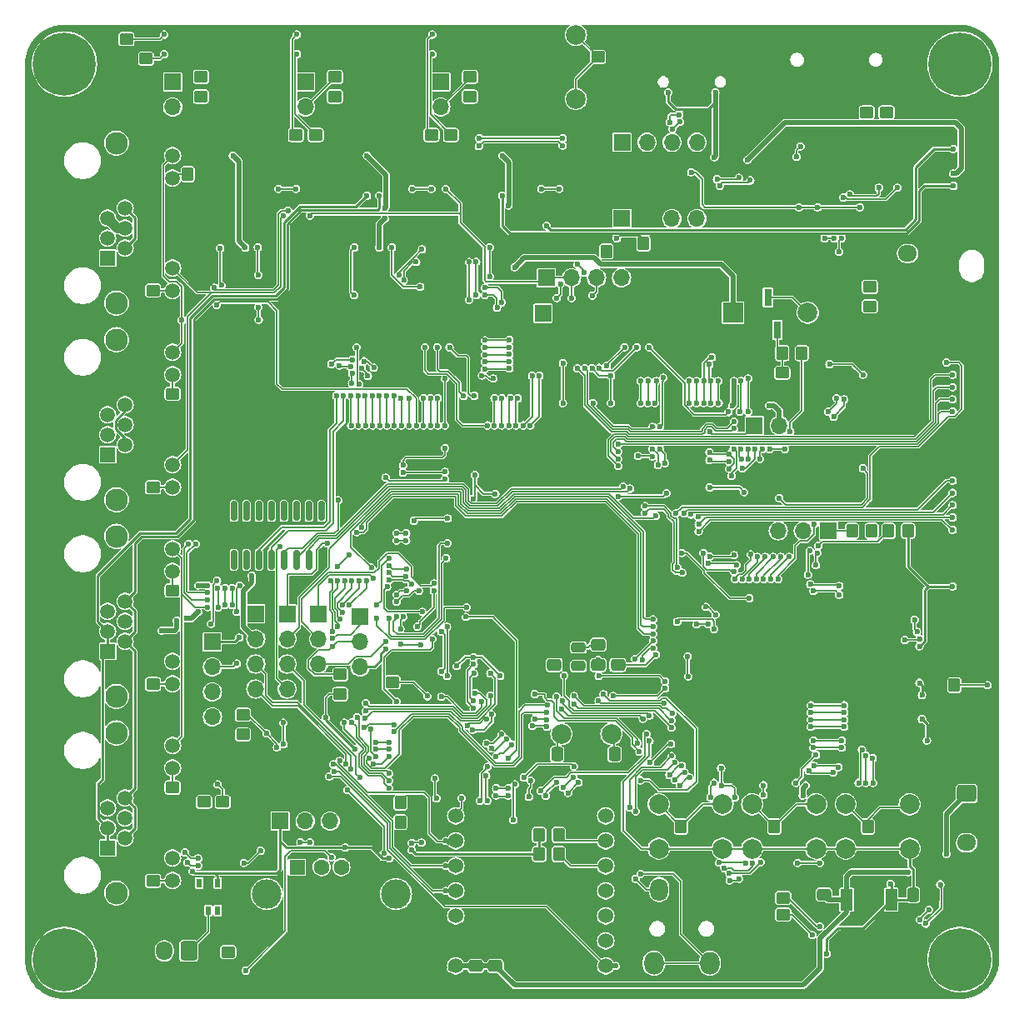
<source format=gbr>
%TF.GenerationSoftware,KiCad,Pcbnew,8.0.3*%
%TF.CreationDate,2024-12-04T19:25:53+09:00*%
%TF.ProjectId,nnct-main,6e6e6374-2d6d-4616-996e-2e6b69636164,rev?*%
%TF.SameCoordinates,Original*%
%TF.FileFunction,Copper,L2,Bot*%
%TF.FilePolarity,Positive*%
%FSLAX46Y46*%
G04 Gerber Fmt 4.6, Leading zero omitted, Abs format (unit mm)*
G04 Created by KiCad (PCBNEW 8.0.3) date 2024-12-04 19:25:53*
%MOMM*%
%LPD*%
G01*
G04 APERTURE LIST*
G04 Aperture macros list*
%AMRoundRect*
0 Rectangle with rounded corners*
0 $1 Rounding radius*
0 $2 $3 $4 $5 $6 $7 $8 $9 X,Y pos of 4 corners*
0 Add a 4 corners polygon primitive as box body*
4,1,4,$2,$3,$4,$5,$6,$7,$8,$9,$2,$3,0*
0 Add four circle primitives for the rounded corners*
1,1,$1+$1,$2,$3*
1,1,$1+$1,$4,$5*
1,1,$1+$1,$6,$7*
1,1,$1+$1,$8,$9*
0 Add four rect primitives between the rounded corners*
20,1,$1+$1,$2,$3,$4,$5,0*
20,1,$1+$1,$4,$5,$6,$7,0*
20,1,$1+$1,$6,$7,$8,$9,0*
20,1,$1+$1,$8,$9,$2,$3,0*%
G04 Aperture macros list end*
%TA.AperFunction,ComponentPad*%
%ADD10RoundRect,0.250000X-0.725000X0.600000X-0.725000X-0.600000X0.725000X-0.600000X0.725000X0.600000X0*%
%TD*%
%TA.AperFunction,ComponentPad*%
%ADD11O,1.950000X1.700000*%
%TD*%
%TA.AperFunction,ComponentPad*%
%ADD12C,0.800000*%
%TD*%
%TA.AperFunction,ComponentPad*%
%ADD13C,6.400000*%
%TD*%
%TA.AperFunction,ComponentPad*%
%ADD14R,1.700000X1.700000*%
%TD*%
%TA.AperFunction,ComponentPad*%
%ADD15O,1.700000X1.700000*%
%TD*%
%TA.AperFunction,ComponentPad*%
%ADD16C,2.000000*%
%TD*%
%TA.AperFunction,ComponentPad*%
%ADD17C,1.998980*%
%TD*%
%TA.AperFunction,ComponentPad*%
%ADD18RoundRect,0.250000X0.725000X-0.600000X0.725000X0.600000X-0.725000X0.600000X-0.725000X-0.600000X0*%
%TD*%
%TA.AperFunction,ComponentPad*%
%ADD19R,2.000000X2.000000*%
%TD*%
%TA.AperFunction,ComponentPad*%
%ADD20R,1.500000X1.500000*%
%TD*%
%TA.AperFunction,ComponentPad*%
%ADD21C,1.500000*%
%TD*%
%TA.AperFunction,ComponentPad*%
%ADD22C,2.300000*%
%TD*%
%TA.AperFunction,ComponentPad*%
%ADD23R,1.600000X1.500000*%
%TD*%
%TA.AperFunction,ComponentPad*%
%ADD24C,1.600000*%
%TD*%
%TA.AperFunction,ComponentPad*%
%ADD25C,3.000000*%
%TD*%
%TA.AperFunction,ComponentPad*%
%ADD26O,1.800000X2.300000*%
%TD*%
%TA.AperFunction,ComponentPad*%
%ADD27O,2.000000X2.300000*%
%TD*%
%TA.AperFunction,ComponentPad*%
%ADD28O,1.000000X2.100000*%
%TD*%
%TA.AperFunction,ComponentPad*%
%ADD29O,1.000000X1.800000*%
%TD*%
%TA.AperFunction,ComponentPad*%
%ADD30RoundRect,0.250000X0.600000X0.725000X-0.600000X0.725000X-0.600000X-0.725000X0.600000X-0.725000X0*%
%TD*%
%TA.AperFunction,ComponentPad*%
%ADD31O,1.700000X1.950000*%
%TD*%
%TA.AperFunction,ComponentPad*%
%ADD32C,1.524000*%
%TD*%
%TA.AperFunction,SMDPad,CuDef*%
%ADD33RoundRect,0.250000X-0.450000X0.350000X-0.450000X-0.350000X0.450000X-0.350000X0.450000X0.350000X0*%
%TD*%
%TA.AperFunction,SMDPad,CuDef*%
%ADD34RoundRect,0.150000X0.150000X-0.825000X0.150000X0.825000X-0.150000X0.825000X-0.150000X-0.825000X0*%
%TD*%
%TA.AperFunction,SMDPad,CuDef*%
%ADD35RoundRect,0.250000X0.450000X-0.350000X0.450000X0.350000X-0.450000X0.350000X-0.450000X-0.350000X0*%
%TD*%
%TA.AperFunction,SMDPad,CuDef*%
%ADD36RoundRect,0.250000X-0.350000X-0.450000X0.350000X-0.450000X0.350000X0.450000X-0.350000X0.450000X0*%
%TD*%
%TA.AperFunction,SMDPad,CuDef*%
%ADD37RoundRect,0.250000X-0.337500X-0.475000X0.337500X-0.475000X0.337500X0.475000X-0.337500X0.475000X0*%
%TD*%
%TA.AperFunction,SMDPad,CuDef*%
%ADD38R,0.600000X0.900000*%
%TD*%
%TA.AperFunction,SMDPad,CuDef*%
%ADD39R,0.800000X1.800000*%
%TD*%
%TA.AperFunction,SMDPad,CuDef*%
%ADD40RoundRect,0.250000X0.350000X0.450000X-0.350000X0.450000X-0.350000X-0.450000X0.350000X-0.450000X0*%
%TD*%
%TA.AperFunction,SMDPad,CuDef*%
%ADD41RoundRect,0.250000X0.475000X-0.337500X0.475000X0.337500X-0.475000X0.337500X-0.475000X-0.337500X0*%
%TD*%
%TA.AperFunction,SMDPad,CuDef*%
%ADD42RoundRect,0.250000X-0.475000X0.337500X-0.475000X-0.337500X0.475000X-0.337500X0.475000X0.337500X0*%
%TD*%
%TA.AperFunction,SMDPad,CuDef*%
%ADD43R,1.200000X2.200000*%
%TD*%
%TA.AperFunction,SMDPad,CuDef*%
%ADD44R,5.800000X6.400000*%
%TD*%
%TA.AperFunction,SMDPad,CuDef*%
%ADD45RoundRect,0.250000X-0.475000X0.250000X-0.475000X-0.250000X0.475000X-0.250000X0.475000X0.250000X0*%
%TD*%
%TA.AperFunction,SMDPad,CuDef*%
%ADD46RoundRect,0.250000X0.337500X0.475000X-0.337500X0.475000X-0.337500X-0.475000X0.337500X-0.475000X0*%
%TD*%
%TA.AperFunction,ViaPad*%
%ADD47C,0.600000*%
%TD*%
%TA.AperFunction,Conductor*%
%ADD48C,0.500000*%
%TD*%
%TA.AperFunction,Conductor*%
%ADD49C,0.127000*%
%TD*%
%TA.AperFunction,Conductor*%
%ADD50C,0.220000*%
%TD*%
%TA.AperFunction,Conductor*%
%ADD51C,0.200000*%
%TD*%
%TA.AperFunction,Conductor*%
%ADD52C,1.000000*%
%TD*%
G04 APERTURE END LIST*
D10*
%TO.P,J18,1,Pin_1*%
%TO.N,+5V*%
X127800000Y-108170000D03*
D11*
%TO.P,J18,2,Pin_2*%
%TO.N,GND*%
X127800000Y-110670000D03*
%TO.P,J18,3,Pin_3*%
%TO.N,VDD*%
X127800000Y-113170000D03*
%TD*%
D12*
%TO.P,H1,1*%
%TO.N,N/C*%
X124700000Y-125050000D03*
X125402944Y-123352944D03*
X125402944Y-126747056D03*
X127100000Y-122650000D03*
D13*
X127100000Y-125050000D03*
D12*
X127100000Y-127450000D03*
X128797056Y-123352944D03*
X128797056Y-126747056D03*
X129500000Y-125050000D03*
%TD*%
D14*
%TO.P,J45,1,Pin_1*%
%TO.N,VDD*%
X55542500Y-89930000D03*
D15*
%TO.P,J45,2,Pin_2*%
%TO.N,+5V*%
X55542500Y-92470000D03*
%TO.P,J45,3,Pin_3*%
%TO.N,IO_PA1*%
X55542500Y-95010000D03*
%TO.P,J45,4,Pin_4*%
%TO.N,IO_PA2*%
X55542500Y-97550000D03*
%TD*%
D14*
%TO.P,J20,1,Pin_1*%
%TO.N,I2C2_SDA*%
X113722500Y-81470000D03*
D15*
%TO.P,J20,2,Pin_2*%
%TO.N,I2C2_SCL*%
X111182500Y-81470000D03*
%TO.P,J20,3,Pin_3*%
%TO.N,VDD*%
X108642500Y-81470000D03*
%TO.P,J20,4,Pin_4*%
%TO.N,GND*%
X106102500Y-81470000D03*
%TD*%
D12*
%TO.P,H3,1*%
%TO.N,N/C*%
X33700000Y-34050000D03*
X34402944Y-32352944D03*
X34402944Y-35747056D03*
X36100000Y-31650000D03*
D13*
X36100000Y-34050000D03*
D12*
X36100000Y-36450000D03*
X37797056Y-32352944D03*
X37797056Y-35747056D03*
X38500000Y-34050000D03*
%TD*%
D16*
%TO.P,SW1,1,1*%
%TO.N,VDD*%
X102992500Y-113770000D03*
X96492500Y-113770000D03*
%TO.P,SW1,2,2*%
%TO.N,SW1*%
X102992500Y-109270000D03*
X96492500Y-109270000D03*
%TD*%
D17*
%TO.P,Y1,1,1*%
%TO.N,OSC_OUT*%
X91682500Y-102120000D03*
%TO.P,Y1,2,2*%
%TO.N,OSC_IN*%
X86602500Y-102120000D03*
%TD*%
D18*
%TO.P,J17,1,Pin_1*%
%TO.N,GND*%
X121800000Y-55800000D03*
D11*
%TO.P,J17,2,Pin_2*%
%TO.N,EMS*%
X121800000Y-53300000D03*
%TD*%
D16*
%TO.P,RESET1,1,1*%
%TO.N,RESET*%
X88075000Y-37575000D03*
X88075000Y-31075000D03*
%TO.P,RESET1,2,2*%
%TO.N,GND*%
X92575000Y-37575000D03*
X92575000Y-31075000D03*
%TD*%
D14*
%TO.P,J25,1,Pin_1*%
%TO.N,VDD*%
X58022500Y-110970000D03*
D15*
%TO.P,J25,2,Pin_2*%
%TO.N,UART4_TX*%
X60562500Y-110970000D03*
%TO.P,J25,3,Pin_3*%
%TO.N,UART4_RX*%
X63102500Y-110970000D03*
%TO.P,J25,4,Pin_4*%
%TO.N,GND*%
X65642500Y-110970000D03*
%TD*%
D19*
%TO.P,BZ1,1,+*%
%TO.N,+5V*%
X104042500Y-59320000D03*
D16*
%TO.P,BZ1,2,-*%
%TO.N,Net-(BZ1--)*%
X111642500Y-59320000D03*
%TD*%
D20*
%TO.P,J10,1*%
%TO.N,CAN2_H*%
X40500000Y-93720000D03*
D21*
%TO.P,J10,2*%
%TO.N,CAN2_L*%
X42280000Y-92704000D03*
%TO.P,J10,3*%
%TO.N,CAN2_H*%
X40500000Y-91688000D03*
%TO.P,J10,4*%
%TO.N,+5V*%
X42280000Y-90672000D03*
%TO.P,J10,5*%
X40500000Y-89656000D03*
%TO.P,J10,6*%
%TO.N,CAN2_L*%
X42280000Y-88640000D03*
%TO.P,J10,7*%
%TO.N,GND*%
X40500000Y-87624000D03*
%TO.P,J10,8*%
X42280000Y-86608000D03*
%TO.P,J10,9*%
%TO.N,Net-(J10-Pad9)*%
X47100000Y-97020000D03*
%TO.P,J10,10*%
%TO.N,CAN2_Error*%
X47100000Y-94730000D03*
%TO.P,J10,11*%
%TO.N,Net-(J10-Pad11)*%
X47100000Y-85590000D03*
%TO.P,J10,12*%
%TO.N,CAN2_Status*%
X47100000Y-83300000D03*
D22*
%TO.P,J10,SH*%
%TO.N,N/C*%
X41390000Y-98290000D03*
X41390000Y-82030000D03*
%TD*%
D20*
%TO.P,J16,1*%
%TO.N,CAN2_H*%
X40500000Y-113700000D03*
D21*
%TO.P,J16,2*%
%TO.N,CAN2_L*%
X42280000Y-112684000D03*
%TO.P,J16,3*%
%TO.N,CAN2_H*%
X40500000Y-111668000D03*
%TO.P,J16,4*%
%TO.N,+5V*%
X42280000Y-110652000D03*
%TO.P,J16,5*%
X40500000Y-109636000D03*
%TO.P,J16,6*%
%TO.N,CAN2_L*%
X42280000Y-108620000D03*
%TO.P,J16,7*%
%TO.N,GND*%
X40500000Y-107604000D03*
%TO.P,J16,8*%
X42280000Y-106588000D03*
%TO.P,J16,9*%
%TO.N,Net-(J16-Pad9)*%
X47100000Y-117000000D03*
%TO.P,J16,10*%
%TO.N,CAN2_Error*%
X47100000Y-114710000D03*
%TO.P,J16,11*%
%TO.N,Net-(J16-Pad11)*%
X47100000Y-105570000D03*
%TO.P,J16,12*%
%TO.N,CAN2_Status*%
X47100000Y-103280000D03*
D22*
%TO.P,J16,SH*%
%TO.N,N/C*%
X41390000Y-118270000D03*
X41390000Y-102010000D03*
%TD*%
D14*
%TO.P,J24,1,Pin_1*%
%TO.N,I2C1_SDA*%
X66142500Y-90230000D03*
D15*
%TO.P,J24,2,Pin_2*%
%TO.N,I2C1_SCL*%
X66142500Y-92770000D03*
%TO.P,J24,3,Pin_3*%
%TO.N,VDD*%
X66142500Y-95310000D03*
%TO.P,J24,4,Pin_4*%
%TO.N,GND*%
X66142500Y-97850000D03*
%TD*%
D14*
%TO.P,J26,1,Pin_1*%
%TO.N,VDD*%
X51142500Y-92770000D03*
D15*
%TO.P,J26,2,Pin_2*%
%TO.N,SPI1_MISO*%
X51142500Y-95310000D03*
%TO.P,J26,3,Pin_3*%
%TO.N,SPI1_MOSI*%
X51142500Y-97850000D03*
%TO.P,J26,4,Pin_4*%
%TO.N,SPI1_SCK*%
X51142500Y-100390000D03*
%TO.P,J26,5,Pin_5*%
%TO.N,GND*%
X51142500Y-102930000D03*
%TD*%
D23*
%TO.P,J40,1,VBUS*%
%TO.N,+5V*%
X59742500Y-115670000D03*
D24*
%TO.P,J40,2,D-*%
%TO.N,USB_OTG_FS_DM*%
X62242500Y-115670000D03*
%TO.P,J40,3,D+*%
%TO.N,USB_OTG_FS_DP*%
X64242500Y-115670000D03*
%TO.P,J40,4,GND*%
%TO.N,GND*%
X66742500Y-115670000D03*
D25*
%TO.P,J40,5,SSRX-*%
%TO.N,unconnected-(J40-SSRX--Pad5)*%
X56672500Y-118380000D03*
X69812500Y-118380000D03*
%TD*%
D26*
%TO.P,J48,R*%
%TO.N,DAC_OUT1*%
X96550000Y-117925000D03*
%TO.P,J48,S*%
%TO.N,GND*%
X101150000Y-117925000D03*
D27*
%TO.P,J48,T*%
%TO.N,DAC_OUT2*%
X101700000Y-125425000D03*
X96000000Y-125425000D03*
%TD*%
D14*
%TO.P,J31,1,Pin_1*%
%TO.N,VDD*%
X85092500Y-55770000D03*
D15*
%TO.P,J31,2,Pin_2*%
X87632500Y-55770000D03*
%TO.P,J31,3,Pin_3*%
%TO.N,UART6_TX*%
X90172500Y-55770000D03*
%TO.P,J31,4,Pin_4*%
%TO.N,UART6_RX*%
X92712500Y-55770000D03*
%TO.P,J31,5,Pin_5*%
%TO.N,GND*%
X95252500Y-55770000D03*
%TO.P,J31,6,Pin_6*%
X97792500Y-55770000D03*
%TD*%
D12*
%TO.P,H2,1*%
%TO.N,N/C*%
X124700000Y-34050000D03*
X125402944Y-32352944D03*
X125402944Y-35747056D03*
X127100000Y-31650000D03*
D13*
X127100000Y-34050000D03*
D12*
X127100000Y-36450000D03*
X128797056Y-32352944D03*
X128797056Y-35747056D03*
X129500000Y-34050000D03*
%TD*%
D20*
%TO.P,J15,1*%
%TO.N,CAN1_H*%
X40500000Y-73740000D03*
D21*
%TO.P,J15,2*%
%TO.N,CAN1_L*%
X42280000Y-72724000D03*
%TO.P,J15,3*%
%TO.N,CAN1_H*%
X40500000Y-71708000D03*
%TO.P,J15,4*%
%TO.N,+5V*%
X42280000Y-70692000D03*
%TO.P,J15,5*%
X40500000Y-69676000D03*
%TO.P,J15,6*%
%TO.N,CAN1_L*%
X42280000Y-68660000D03*
%TO.P,J15,7*%
%TO.N,GND*%
X40500000Y-67644000D03*
%TO.P,J15,8*%
X42280000Y-66628000D03*
%TO.P,J15,9*%
%TO.N,Net-(J15-Pad9)*%
X47100000Y-77040000D03*
%TO.P,J15,10*%
%TO.N,CAN1_Error*%
X47100000Y-74750000D03*
%TO.P,J15,11*%
%TO.N,Net-(J15-Pad11)*%
X47100000Y-65610000D03*
%TO.P,J15,12*%
%TO.N,CAN1_Status*%
X47100000Y-63320000D03*
D22*
%TO.P,J15,SH*%
%TO.N,N/C*%
X41390000Y-78310000D03*
X41390000Y-62050000D03*
%TD*%
D14*
%TO.P,U2,1,3V3*%
%TO.N,VDD*%
X92760000Y-49750000D03*
D15*
%TO.P,U2,2,GND*%
%TO.N,GND*%
X95300000Y-49750000D03*
%TO.P,U2,3,SDA*%
%TO.N,BNO_SDA*%
X97840000Y-49750000D03*
%TO.P,U2,4,SCL*%
%TO.N,BNO_SCL*%
X100380000Y-49750000D03*
D14*
%TO.P,U2,5*%
%TO.N,N/C*%
X92780000Y-42000000D03*
D15*
%TO.P,U2,6*%
X95320000Y-42000000D03*
%TO.P,U2,7*%
X97860000Y-42000000D03*
%TO.P,U2,8*%
X100400000Y-42000000D03*
%TD*%
D28*
%TO.P,J2,S1,SHIELD*%
%TO.N,GND*%
X104170000Y-36355000D03*
D29*
X104170000Y-32175000D03*
D28*
X95530000Y-36355000D03*
D29*
X95530000Y-32175000D03*
%TD*%
D16*
%TO.P,SW2,1,1*%
%TO.N,VDD*%
X112492500Y-113770000D03*
X105992500Y-113770000D03*
%TO.P,SW2,2,2*%
%TO.N,SW2*%
X112492500Y-109270000D03*
X105992500Y-109270000D03*
%TD*%
D14*
%TO.P,J4,1,Pin_1*%
%TO.N,CAN2_L*%
X60600000Y-35875000D03*
D15*
%TO.P,J4,2,Pin_2*%
%TO.N,Net-(J4-Pin_2)*%
X60600000Y-38415000D03*
%TD*%
D20*
%TO.P,J9,1*%
%TO.N,CAN1_H*%
X40500000Y-53760000D03*
D21*
%TO.P,J9,2*%
%TO.N,CAN1_L*%
X42280000Y-52744000D03*
%TO.P,J9,3*%
%TO.N,CAN1_H*%
X40500000Y-51728000D03*
%TO.P,J9,4*%
%TO.N,+5V*%
X42280000Y-50712000D03*
%TO.P,J9,5*%
X40500000Y-49696000D03*
%TO.P,J9,6*%
%TO.N,CAN1_L*%
X42280000Y-48680000D03*
%TO.P,J9,7*%
%TO.N,GND*%
X40500000Y-47664000D03*
%TO.P,J9,8*%
X42280000Y-46648000D03*
%TO.P,J9,9*%
%TO.N,Net-(J9-Pad9)*%
X47100000Y-57060000D03*
%TO.P,J9,10*%
%TO.N,CAN1_Error*%
X47100000Y-54770000D03*
%TO.P,J9,11*%
%TO.N,Net-(J9-Pad11)*%
X47100000Y-45630000D03*
%TO.P,J9,12*%
%TO.N,CAN1_Status*%
X47100000Y-43340000D03*
D22*
%TO.P,J9,SH*%
%TO.N,N/C*%
X41390000Y-58330000D03*
X41390000Y-42070000D03*
%TD*%
D14*
%TO.P,J3,1,Pin_1*%
%TO.N,CAN1_L*%
X47100000Y-35875000D03*
D15*
%TO.P,J3,2,Pin_2*%
%TO.N,Net-(J3-Pin_2)*%
X47100000Y-38415000D03*
%TD*%
D12*
%TO.P,H4,1*%
%TO.N,N/C*%
X33700000Y-125050000D03*
X34402944Y-123352944D03*
X34402944Y-126747056D03*
X36100000Y-122650000D03*
D13*
X36100000Y-125050000D03*
D12*
X36100000Y-127450000D03*
X37797056Y-123352944D03*
X37797056Y-126747056D03*
X38500000Y-125050000D03*
%TD*%
D30*
%TO.P,J19,1,Pin_1*%
%TO.N,SBUS*%
X48742500Y-124170000D03*
D31*
%TO.P,J19,2,Pin_2*%
%TO.N,+5V*%
X46242500Y-124170000D03*
%TO.P,J19,3,Pin_3*%
%TO.N,GND*%
X43742500Y-124170000D03*
%TD*%
D14*
%TO.P,J44,1,Pin_1*%
%TO.N,VDD*%
X106217500Y-70770000D03*
D15*
%TO.P,J44,2,Pin_2*%
%TO.N,+5V*%
X108757500Y-70770000D03*
%TO.P,J44,3,Pin_3*%
%TO.N,GND*%
X111297500Y-70770000D03*
%TD*%
D14*
%TO.P,J43,1,Pin_1*%
%TO.N,VDD*%
X84742500Y-59370000D03*
D15*
%TO.P,J43,2,Pin_2*%
%TO.N,GND*%
X84742500Y-61910000D03*
%TD*%
D14*
%TO.P,J5,1,Pin_1*%
%TO.N,CAN3_L*%
X74350000Y-35875000D03*
D15*
%TO.P,J5,2,Pin_2*%
%TO.N,Net-(J5-Pin_2)*%
X74350000Y-38415000D03*
%TD*%
D14*
%TO.P,J46,1,Pin_1*%
%TO.N,IO_PA7*%
X58742500Y-89930000D03*
D15*
%TO.P,J46,2,Pin_2*%
%TO.N,IO_PB11*%
X58742500Y-92470000D03*
%TO.P,J46,3,Pin_3*%
%TO.N,IO_PC1*%
X58742500Y-95010000D03*
%TO.P,J46,4,Pin_4*%
%TO.N,IO_PC4*%
X58742500Y-97550000D03*
%TD*%
D14*
%TO.P,J47,1,Pin_1*%
%TO.N,IO_PC5*%
X61942500Y-89930000D03*
D15*
%TO.P,J47,2,Pin_2*%
%TO.N,IO_PG13*%
X61942500Y-92470000D03*
%TO.P,J47,3,Pin_3*%
%TO.N,IO_PG14*%
X61942500Y-95010000D03*
%TO.P,J47,4,Pin_4*%
%TO.N,GND*%
X61942500Y-97550000D03*
%TD*%
D32*
%TO.P,U8,1,PA02_A0_D0*%
%TO.N,Xiao_CS*%
X91107500Y-125690000D03*
%TO.P,U8,2,PA4_A1_D1*%
%TO.N,Xiao_LED1*%
X91107500Y-123150000D03*
%TO.P,U8,3,PA10_A2_D2*%
%TO.N,BOOT0*%
X91107500Y-120610000D03*
%TO.P,U8,4,PA11_A3_D3*%
%TO.N,RESET*%
X91107500Y-118070000D03*
%TO.P,U8,5,PA8_A4_D4_SDA*%
%TO.N,Xiao_SDA*%
X91107500Y-115530000D03*
%TO.P,U8,6,PA9_A5_D5_SCL*%
%TO.N,Xiao_SCL*%
X91107500Y-112990000D03*
%TO.P,U8,7,PB08_A6_D6_TX*%
%TO.N,UART8_RX*%
X91107500Y-110450000D03*
%TO.P,U8,8,PB09_A7_D7_RX*%
%TO.N,UART8_TX*%
X75867500Y-110450000D03*
%TO.P,U8,9,PA7_A8_D8_SCK*%
%TO.N,Xiao_SCK*%
X75867500Y-112990000D03*
%TO.P,U8,10,PA5_A9_D9_MISO*%
%TO.N,Xiao_MISO*%
X75867500Y-115530000D03*
%TO.P,U8,11,PA6_A10_D10_MOSI*%
%TO.N,Xiao_MOSI*%
X75867500Y-118070000D03*
%TO.P,U8,12,3V3*%
%TO.N,XIAO_3V3*%
X75867500Y-120610000D03*
%TO.P,U8,13,GND*%
%TO.N,GND*%
X75867500Y-123150000D03*
%TO.P,U8,14,5V*%
%TO.N,+5V*%
X75867500Y-125690000D03*
%TD*%
D16*
%TO.P,SW3,1,1*%
%TO.N,VDD*%
X121992500Y-113770000D03*
X115492500Y-113770000D03*
%TO.P,SW3,2,2*%
%TO.N,SW3*%
X121992500Y-109270000D03*
X115492500Y-109270000D03*
%TD*%
D33*
%TO.P,R64,1*%
%TO.N,Net-(D29-K)*%
X119642500Y-38970000D03*
%TO.P,R64,2*%
%TO.N,GND*%
X119642500Y-40970000D03*
%TD*%
D34*
%TO.P,U3,1,GND*%
%TO.N,GND*%
X62212500Y-84420000D03*
%TO.P,U3,2,TXD*%
%TO.N,STLK_RX*%
X60942500Y-84420000D03*
%TO.P,U3,3,RXD*%
%TO.N,STLK_TX*%
X59672500Y-84420000D03*
%TO.P,U3,4,V3*%
%TO.N,Net-(U3-V3)*%
X58402500Y-84420000D03*
%TO.P,U3,5,UD+*%
%TO.N,D+*%
X57132500Y-84420000D03*
%TO.P,U3,6,UD-*%
%TO.N,D-*%
X55862500Y-84420000D03*
%TO.P,U3,7,NC*%
%TO.N,unconnected-(U3-NC-Pad7)*%
X54592500Y-84420000D03*
%TO.P,U3,8,~{OUT}/~{DTR}*%
%TO.N,unconnected-(U3-~{OUT}{slash}~{DTR}-Pad8)*%
X53322500Y-84420000D03*
%TO.P,U3,9,~{CTS}*%
%TO.N,unconnected-(U3-~{CTS}-Pad9)*%
X53322500Y-79470000D03*
%TO.P,U3,10,~{DSR}*%
%TO.N,unconnected-(U3-~{DSR}-Pad10)*%
X54592500Y-79470000D03*
%TO.P,U3,11,~{RI}*%
%TO.N,unconnected-(U3-~{RI}-Pad11)*%
X55862500Y-79470000D03*
%TO.P,U3,12,~{DCD}*%
%TO.N,unconnected-(U3-~{DCD}-Pad12)*%
X57132500Y-79470000D03*
%TO.P,U3,13,~{DTR}*%
%TO.N,unconnected-(U3-~{DTR}-Pad13)*%
X58402500Y-79470000D03*
%TO.P,U3,14,~{RTS}*%
%TO.N,unconnected-(U3-~{RTS}-Pad14)*%
X59672500Y-79470000D03*
%TO.P,U3,15,R232*%
%TO.N,unconnected-(U3-R232-Pad15)*%
X60942500Y-79470000D03*
%TO.P,U3,16,VCC*%
%TO.N,+5V*%
X62212500Y-79470000D03*
%TD*%
D35*
%TO.P,R41,1*%
%TO.N,GND*%
X47100000Y-89550000D03*
%TO.P,R41,2*%
%TO.N,Net-(J10-Pad11)*%
X47100000Y-87550000D03*
%TD*%
D33*
%TO.P,R44,1*%
%TO.N,EMS*%
X117942500Y-56670000D03*
%TO.P,R44,2*%
%TO.N,Net-(D18-A)*%
X117942500Y-58670000D03*
%TD*%
D35*
%TO.P,R10,1*%
%TO.N,Net-(D9-K)*%
X69442500Y-96870000D03*
%TO.P,R10,2*%
%TO.N,GND*%
X69442500Y-94870000D03*
%TD*%
D36*
%TO.P,R59,1*%
%TO.N,I2C2_SCL*%
X119842500Y-81470000D03*
%TO.P,R59,2*%
%TO.N,VDD*%
X121842500Y-81470000D03*
%TD*%
D37*
%TO.P,C5,1*%
%TO.N,OSC_IN*%
X86167500Y-104170000D03*
%TO.P,C5,2*%
%TO.N,GND*%
X88242500Y-104170000D03*
%TD*%
D38*
%TO.P,111111111111111111111111111111111111111111111,1,N.C.*%
%TO.N,unconnected-(111111111111111111111111111111111111111111111-N.C.-Pad1)*%
X51692500Y-120070000D03*
%TO.P,111111111111111111111111111111111111111111111,2,A*%
%TO.N,SBUS*%
X50742500Y-120070000D03*
%TO.P,111111111111111111111111111111111111111111111,3,GND*%
%TO.N,GND*%
X49792500Y-120070000D03*
%TO.P,111111111111111111111111111111111111111111111,4,Y*%
%TO.N,UART5_RX*%
X49792500Y-117270000D03*
%TO.P,111111111111111111111111111111111111111111111,5,VCC*%
%TO.N,VDD*%
X51692500Y-117270000D03*
%TD*%
D33*
%TO.P,R13,1*%
%TO.N,Net-(D12-K)*%
X61650000Y-41250000D03*
%TO.P,R13,2*%
%TO.N,GND*%
X61650000Y-43250000D03*
%TD*%
D39*
%TO.P,Q1,1,B*%
%TO.N,Net-(Q1-B)*%
X108542500Y-61070000D03*
%TO.P,Q1,2,E*%
%TO.N,GND*%
X106642500Y-61070000D03*
%TO.P,Q1,3,C*%
%TO.N,Net-(BZ1--)*%
X107592500Y-57770000D03*
%TD*%
D35*
%TO.P,R37,1*%
%TO.N,CAN1_H*%
X50000000Y-37350000D03*
%TO.P,R37,2*%
%TO.N,Net-(J3-Pin_2)*%
X50000000Y-35350000D03*
%TD*%
D33*
%TO.P,R27,1*%
%TO.N,Net-(D17-K)*%
X109142500Y-120470000D03*
%TO.P,R27,2*%
%TO.N,GND*%
X109142500Y-122470000D03*
%TD*%
D37*
%TO.P,C28,2*%
%TO.N,GND*%
X124430000Y-118470000D03*
%TO.P,C28,1*%
%TO.N,VDD*%
X122355000Y-118470000D03*
%TD*%
D35*
%TO.P,R26,1*%
%TO.N,Net-(D16-K)*%
X109142500Y-118770000D03*
%TO.P,R26,2*%
%TO.N,GND*%
X109142500Y-116770000D03*
%TD*%
D33*
%TO.P,C21,1*%
%TO.N,RESET*%
X90325000Y-33325000D03*
%TO.P,C21,2*%
%TO.N,GND*%
X90325000Y-35325000D03*
%TD*%
D40*
%TO.P,R50,1*%
%TO.N,Net-(D20-K)*%
X126542500Y-97170000D03*
%TO.P,R50,2*%
%TO.N,GND*%
X124542500Y-97170000D03*
%TD*%
D41*
%TO.P,C13,1*%
%TO.N,VDD*%
X92342500Y-95107500D03*
%TO.P,C13,2*%
%TO.N,GND*%
X92342500Y-93032500D03*
%TD*%
D35*
%TO.P,R18,1*%
%TO.N,GND*%
X109042500Y-67420000D03*
%TO.P,R18,2*%
%TO.N,Net-(Q1-B)*%
X109042500Y-65420000D03*
%TD*%
D33*
%TO.P,R51,1*%
%TO.N,Net-(D21-K)*%
X50292500Y-109020000D03*
%TO.P,R51,2*%
%TO.N,GND*%
X50292500Y-111020000D03*
%TD*%
D40*
%TO.P,R40,1*%
%TO.N,GND*%
X50642500Y-45220000D03*
%TO.P,R40,2*%
%TO.N,Net-(J9-Pad11)*%
X48642500Y-45220000D03*
%TD*%
D36*
%TO.P,R56,1*%
%TO.N,Net-(D26-K)*%
X70242500Y-109110000D03*
%TO.P,R56,2*%
%TO.N,GND*%
X72242500Y-109110000D03*
%TD*%
D42*
%TO.P,C29,1*%
%TO.N,GND*%
X77892500Y-123632500D03*
%TO.P,C29,2*%
%TO.N,+5V*%
X77892500Y-125690000D03*
%TD*%
D33*
%TO.P,R15,1*%
%TO.N,Net-(D14-K)*%
X75400000Y-41250000D03*
%TO.P,R15,2*%
%TO.N,GND*%
X75400000Y-43250000D03*
%TD*%
D40*
%TO.P,R17,1*%
%TO.N,Buzzer*%
X111042500Y-63420000D03*
%TO.P,R17,2*%
%TO.N,Net-(Q1-B)*%
X109042500Y-63420000D03*
%TD*%
D35*
%TO.P,R38,1*%
%TO.N,CAN2_H*%
X63600000Y-37350000D03*
%TO.P,R38,2*%
%TO.N,Net-(J4-Pin_2)*%
X63600000Y-35350000D03*
%TD*%
D33*
%TO.P,R63,1*%
%TO.N,I2C1_SCL*%
X64142500Y-96070000D03*
%TO.P,R63,2*%
%TO.N,VDD*%
X64142500Y-98070000D03*
%TD*%
D41*
%TO.P,C27,1*%
%TO.N,GND*%
X113300000Y-120507500D03*
%TO.P,C27,2*%
%TO.N,+5V*%
X113300000Y-118432500D03*
%TD*%
D43*
%TO.P,U7,1,Vin*%
%TO.N,+5V*%
X115582500Y-118970000D03*
%TO.P,U7,2,GND*%
%TO.N,GND*%
X117862500Y-118970000D03*
D44*
X117862500Y-125270000D03*
D43*
%TO.P,U7,3,Vout*%
%TO.N,VDD*%
X120142500Y-118970000D03*
%TD*%
D33*
%TO.P,R12,1*%
%TO.N,Net-(D11-K)*%
X42400000Y-31500000D03*
%TO.P,R12,2*%
%TO.N,GND*%
X42400000Y-33500000D03*
%TD*%
D41*
%TO.P,C14,1*%
%TO.N,VDD*%
X85892500Y-95107500D03*
%TO.P,C14,2*%
%TO.N,GND*%
X85892500Y-93032500D03*
%TD*%
D36*
%TO.P,R29,1*%
%TO.N,SW2*%
X108242500Y-111520000D03*
%TO.P,R29,2*%
%TO.N,GND*%
X110242500Y-111520000D03*
%TD*%
D35*
%TO.P,R45,1*%
%TO.N,GND*%
X47100000Y-69550000D03*
%TO.P,R45,2*%
%TO.N,Net-(J15-Pad11)*%
X47100000Y-67550000D03*
%TD*%
D45*
%TO.P,FB1,1*%
%TO.N,VREF*%
X88342500Y-93320000D03*
%TO.P,FB1,2*%
%TO.N,VDD*%
X88342500Y-95220000D03*
%TD*%
D33*
%TO.P,R47,1*%
%TO.N,GND*%
X45100000Y-75050000D03*
%TO.P,R47,2*%
%TO.N,Net-(J15-Pad9)*%
X45100000Y-77050000D03*
%TD*%
%TO.P,R42,1*%
%TO.N,GND*%
X45100000Y-55050000D03*
%TO.P,R42,2*%
%TO.N,Net-(J9-Pad9)*%
X45100000Y-57050000D03*
%TD*%
%TO.P,R65,1*%
%TO.N,Net-(D30-K)*%
X117642500Y-38970000D03*
%TO.P,R65,2*%
%TO.N,GND*%
X117642500Y-40970000D03*
%TD*%
%TO.P,R14,1*%
%TO.N,Net-(D13-K)*%
X59650000Y-41250000D03*
%TO.P,R14,2*%
%TO.N,GND*%
X59650000Y-43250000D03*
%TD*%
%TO.P,R62,1*%
%TO.N,I2C1_SDA*%
X54242500Y-100170000D03*
%TO.P,R62,2*%
%TO.N,VDD*%
X54242500Y-102170000D03*
%TD*%
%TO.P,R49,1*%
%TO.N,Net-(D19-K)*%
X52192500Y-109020000D03*
%TO.P,R49,2*%
%TO.N,GND*%
X52192500Y-111020000D03*
%TD*%
%TO.P,R16,1*%
%TO.N,Net-(D15-K)*%
X73400000Y-41250000D03*
%TO.P,R16,2*%
%TO.N,GND*%
X73400000Y-43250000D03*
%TD*%
%TO.P,R11,1*%
%TO.N,Net-(D10-K)*%
X44400000Y-33500000D03*
%TO.P,R11,2*%
%TO.N,GND*%
X44400000Y-35500000D03*
%TD*%
D36*
%TO.P,R53,1*%
%TO.N,Net-(D23-K)*%
X94942500Y-52270000D03*
%TO.P,R53,2*%
%TO.N,GND*%
X96942500Y-52270000D03*
%TD*%
D33*
%TO.P,R43,1*%
%TO.N,GND*%
X45100000Y-95050000D03*
%TO.P,R43,2*%
%TO.N,Net-(J10-Pad9)*%
X45100000Y-97050000D03*
%TD*%
D36*
%TO.P,R58,1*%
%TO.N,I2C2_SDA*%
X116142500Y-81470000D03*
%TO.P,R58,2*%
%TO.N,VDD*%
X118142500Y-81470000D03*
%TD*%
D35*
%TO.P,R46,1*%
%TO.N,GND*%
X47100000Y-109550000D03*
%TO.P,R46,2*%
%TO.N,Net-(J16-Pad11)*%
X47100000Y-107550000D03*
%TD*%
D33*
%TO.P,R48,1*%
%TO.N,GND*%
X45100000Y-115050000D03*
%TO.P,R48,2*%
%TO.N,Net-(J16-Pad9)*%
X45100000Y-117050000D03*
%TD*%
D46*
%TO.P,C6,1*%
%TO.N,OSC_OUT*%
X92017500Y-104170000D03*
%TO.P,C6,2*%
%TO.N,GND*%
X89942500Y-104170000D03*
%TD*%
D36*
%TO.P,R30,1*%
%TO.N,SW3*%
X117742500Y-111520000D03*
%TO.P,R30,2*%
%TO.N,GND*%
X119742500Y-111520000D03*
%TD*%
%TO.P,R28,1*%
%TO.N,SW1*%
X98742500Y-111520000D03*
%TO.P,R28,2*%
%TO.N,GND*%
X100742500Y-111520000D03*
%TD*%
D35*
%TO.P,R39,1*%
%TO.N,CAN3_H*%
X77300000Y-37350000D03*
%TO.P,R39,2*%
%TO.N,Net-(J5-Pin_2)*%
X77300000Y-35350000D03*
%TD*%
D36*
%TO.P,R52,1*%
%TO.N,Net-(D22-K)*%
X91172500Y-53070000D03*
%TO.P,R52,2*%
%TO.N,GND*%
X93172500Y-53070000D03*
%TD*%
D42*
%TO.P,C30,1*%
%TO.N,GND*%
X79892500Y-123632500D03*
%TO.P,C30,2*%
%TO.N,+5V*%
X79892500Y-125690000D03*
%TD*%
D35*
%TO.P,R55,1*%
%TO.N,Net-(D25-K)*%
X52742500Y-124270000D03*
%TO.P,R55,2*%
%TO.N,GND*%
X52742500Y-122270000D03*
%TD*%
D42*
%TO.P,C20,1*%
%TO.N,VREF*%
X90342500Y-93032500D03*
%TO.P,C20,2*%
%TO.N,GNDA*%
X90342500Y-95107500D03*
%TD*%
D40*
%TO.P,R61,1*%
%TO.N,Xiao_SCL*%
X86342500Y-112370000D03*
%TO.P,R61,2*%
%TO.N,VDD*%
X84342500Y-112370000D03*
%TD*%
%TO.P,R60,1*%
%TO.N,Xiao_SDA*%
X86342500Y-114320000D03*
%TO.P,R60,2*%
%TO.N,VDD*%
X84342500Y-114320000D03*
%TD*%
D36*
%TO.P,R57,1*%
%TO.N,Net-(D27-K)*%
X70242500Y-111070000D03*
%TO.P,R57,2*%
%TO.N,GND*%
X72242500Y-111070000D03*
%TD*%
D47*
%TO.N,Net-(D17-K)*%
X125113049Y-117411667D03*
X123618247Y-121388515D03*
%TO.N,Net-(D16-K)*%
X123950000Y-119975000D03*
X123019190Y-120976613D03*
%TO.N,GND*%
X124098635Y-117268000D03*
X51945000Y-47425000D03*
X82307756Y-78967000D03*
X48921252Y-57284924D03*
X86486999Y-38469329D03*
X122379500Y-82970000D03*
X81850000Y-35500000D03*
X108533484Y-83494817D03*
X105242500Y-103501500D03*
X50242500Y-110970000D03*
X72642500Y-112470000D03*
X78473374Y-102572176D03*
X117862500Y-118970000D03*
X78142500Y-71795000D03*
X48530999Y-58896829D03*
X110242500Y-111470000D03*
X84542500Y-119167000D03*
X89665573Y-106573000D03*
X109142500Y-116770000D03*
X57485500Y-115640283D03*
X84972343Y-74778520D03*
X104542500Y-103501500D03*
X100349000Y-93250203D03*
X126450000Y-43925000D03*
X104640717Y-48073613D03*
X85892500Y-92970000D03*
X81892500Y-56720000D03*
X89156500Y-112499500D03*
X61559884Y-77644807D03*
X71142500Y-96220000D03*
X90784599Y-78967000D03*
X87273271Y-69006067D03*
X76910017Y-83219999D03*
X82534807Y-94580500D03*
X111067500Y-124020000D03*
X73262999Y-79152590D03*
X96142500Y-88247000D03*
X81850000Y-43350000D03*
X74892500Y-88193000D03*
X56542500Y-58708000D03*
X116550000Y-50333000D03*
X116611000Y-63770000D03*
X113792500Y-117370000D03*
X76488494Y-54153000D03*
X100742500Y-111520000D03*
X99889501Y-53101669D03*
X103286717Y-49127613D03*
X50678999Y-84670000D03*
X66005000Y-55670000D03*
X47084414Y-89534414D03*
X103286717Y-48073613D03*
X101642500Y-87670000D03*
X104719500Y-65529580D03*
X79320000Y-47425000D03*
X97736015Y-108570000D03*
X64432999Y-80526619D03*
X104942500Y-46770000D03*
X64752000Y-55245000D03*
X109390757Y-86369836D03*
X81317000Y-61353485D03*
X99037999Y-100994002D03*
X49686196Y-83790500D03*
X119742500Y-111520000D03*
X41042500Y-64270000D03*
X113852000Y-63770000D03*
X78673622Y-95859616D03*
X96842500Y-52270000D03*
X113642500Y-78070000D03*
X47142500Y-109570000D03*
X69442500Y-94870000D03*
X100442500Y-75870000D03*
X55542500Y-116807000D03*
X106642500Y-61220000D03*
X73423081Y-90248500D03*
X71452000Y-37060238D03*
X42405501Y-53914292D03*
X47142500Y-69470000D03*
X37542500Y-67470000D03*
X57442500Y-122470000D03*
X90442500Y-74784500D03*
X77892500Y-123632500D03*
X42392500Y-33470000D03*
X101021981Y-108570000D03*
X45142500Y-54970000D03*
X72687000Y-48707000D03*
X52742500Y-122270000D03*
X103050000Y-36930000D03*
X92365500Y-111639000D03*
X66840000Y-52675000D03*
X101580000Y-96270000D03*
X98790688Y-92177688D03*
X90442500Y-71670000D03*
X99822442Y-102743037D03*
X61642500Y-43220000D03*
X53642500Y-82470000D03*
X44392500Y-35470000D03*
X68100000Y-35500000D03*
X109142500Y-122470000D03*
X123030001Y-105831431D03*
X100967450Y-70308000D03*
X77425000Y-92270000D03*
X100803442Y-103036251D03*
X60317154Y-49483012D03*
X71276470Y-90229500D03*
X71452000Y-49761000D03*
X59642500Y-43220000D03*
X115626500Y-78325500D03*
X101842500Y-82670000D03*
X71142500Y-83720000D03*
X66736000Y-96440701D03*
X54642500Y-56525000D03*
X72292500Y-102170000D03*
X83383000Y-101973907D03*
X115626500Y-73160500D03*
X54475000Y-35550000D03*
X62212500Y-84420000D03*
X114570500Y-50333000D03*
X104640717Y-51754000D03*
X50873171Y-115733001D03*
X97132258Y-106827000D03*
X53215000Y-52675000D03*
X71101306Y-55507000D03*
X115442500Y-83060500D03*
X47042500Y-100070000D03*
X72729427Y-91089400D03*
X100642500Y-85729500D03*
X46842500Y-79870000D03*
X69870500Y-54153000D03*
X100927437Y-74464500D03*
X121305500Y-82970000D03*
X123742442Y-96679500D03*
X54642500Y-103470000D03*
X65570000Y-47425000D03*
X100803442Y-106827000D03*
X57355000Y-55245000D03*
X60887000Y-72225500D03*
X118131881Y-78833501D03*
X125742500Y-63120000D03*
X61397988Y-124763000D03*
X106952781Y-83073999D03*
X93070270Y-73160500D03*
X79539674Y-110828655D03*
X52842500Y-72270000D03*
X78987000Y-94038595D03*
X116850000Y-44100000D03*
X81642500Y-58370000D03*
X123786000Y-97660500D03*
X116842500Y-123970000D03*
X76696366Y-55507000D03*
X126350000Y-75120000D03*
X89942500Y-104170000D03*
X75392500Y-43220000D03*
X64887000Y-72225500D03*
X71142500Y-91464500D03*
X57355000Y-53891000D03*
X103300000Y-41500000D03*
X71402000Y-112470000D03*
X117242500Y-69370000D03*
X68100000Y-43350000D03*
X37442500Y-107670000D03*
X58815501Y-122565671D03*
X105200000Y-41500000D03*
X119642500Y-40970000D03*
X72569501Y-54153000D03*
X93585499Y-110790843D03*
X87453837Y-64244990D03*
X97353055Y-73210023D03*
X96242949Y-94780560D03*
X72842500Y-86570000D03*
X60792500Y-62820000D03*
X45142500Y-114970000D03*
X106415497Y-107335000D03*
X106142500Y-76732500D03*
X84242500Y-71670000D03*
X93869585Y-93800860D03*
X96352000Y-69180822D03*
X112957884Y-107335000D03*
X71142500Y-94220000D03*
X75260003Y-68001500D03*
X120092500Y-59670000D03*
X117242500Y-76370000D03*
X105942500Y-103501500D03*
X125742500Y-93370000D03*
X90509606Y-68825014D03*
X54475000Y-43350000D03*
X59284000Y-55245000D03*
X104640717Y-49127613D03*
X78987000Y-89729500D03*
X52398000Y-91670000D03*
X82275760Y-106015353D03*
X59284000Y-53891000D03*
X116842500Y-124970000D03*
X103250512Y-66241000D03*
X80590000Y-52675000D03*
X69327771Y-66579500D03*
X72869497Y-87570749D03*
X80721086Y-111110000D03*
X86741000Y-40842997D03*
X54942500Y-72270000D03*
X76442500Y-62770000D03*
X71452000Y-48707000D03*
X61377472Y-75730824D03*
X116842500Y-125970000D03*
X92342500Y-93032500D03*
X116842500Y-126970000D03*
X100935254Y-73229500D03*
X72687000Y-49761000D03*
X92369503Y-68492000D03*
X76142500Y-71795000D03*
X50642500Y-45220000D03*
X76955624Y-88188515D03*
X119619503Y-104579500D03*
X42042500Y-44670000D03*
X105208836Y-111197336D03*
X87308591Y-43023999D03*
X94402000Y-70655500D03*
X88242500Y-104170000D03*
X85365500Y-96154761D03*
X73015497Y-106639521D03*
X73392500Y-43220000D03*
X113342500Y-120470000D03*
X78902000Y-76971999D03*
X112252000Y-51754000D03*
X76049583Y-95943665D03*
X79892500Y-37470000D03*
X45142500Y-74970000D03*
X117642500Y-40970000D03*
X45142500Y-94970000D03*
X56125413Y-120227710D03*
X83997571Y-107377953D03*
X97333000Y-68819000D03*
X114272500Y-73160500D03*
X101642500Y-94270000D03*
X49792500Y-120070000D03*
X101242500Y-78070000D03*
X44742500Y-46970000D03*
X80392500Y-101220000D03*
X90367500Y-35245000D03*
X96288257Y-83269534D03*
X83315500Y-114857000D03*
X48937000Y-55227000D03*
X85392500Y-98220000D03*
X87062309Y-105777716D03*
X82233000Y-108859000D03*
X52142500Y-110970000D03*
X37842500Y-87670000D03*
X56569503Y-60014500D03*
X79892500Y-123632500D03*
X69065309Y-89022500D03*
X116550000Y-51754000D03*
X106967500Y-117170000D03*
X116842500Y-127970000D03*
X51242500Y-79470000D03*
X54093999Y-105334619D03*
X103286717Y-51754000D03*
X107869503Y-108316000D03*
X71205000Y-88720000D03*
X102140500Y-55084000D03*
X84542500Y-120148000D03*
X96650000Y-36930000D03*
%TO.N,UART4_RX*%
X67244000Y-101626056D03*
X75049983Y-80220001D03*
X69090000Y-84265994D03*
X71608559Y-80451059D03*
X67752000Y-104406503D03*
X67842500Y-89022500D03*
%TO.N,VDD*%
X53887000Y-92320000D03*
X101652001Y-71413381D03*
X68732999Y-93455941D03*
X113567500Y-124450000D03*
X77687000Y-94315994D03*
X112650000Y-48600613D03*
X54242500Y-102170000D03*
X120042500Y-117370000D03*
X74787000Y-76229500D03*
X88342500Y-95107500D03*
X122995000Y-93197003D03*
X96245823Y-66241000D03*
X62642500Y-100471500D03*
X79892500Y-77720000D03*
X69129505Y-114738985D03*
X99442500Y-94220000D03*
X92342500Y-95107500D03*
X92392500Y-77970000D03*
X87632500Y-57814500D03*
X122994999Y-96923829D03*
X77815501Y-75807500D03*
X123757000Y-102778836D03*
X96119503Y-68492000D03*
X123249000Y-100594210D03*
X101652000Y-77068000D03*
X80392499Y-96202482D03*
X68742500Y-76070000D03*
X77642500Y-78220000D03*
X96212058Y-94054215D03*
X91642500Y-65720000D03*
X116950000Y-48600613D03*
X91642500Y-68492000D03*
X85892500Y-95107500D03*
X79521643Y-100127334D03*
X123249000Y-98158586D03*
X64642500Y-113670000D03*
X49142500Y-116070000D03*
X95552001Y-102835828D03*
X126350000Y-87120000D03*
X118142500Y-81470000D03*
X97305000Y-77643001D03*
X61042500Y-49434000D03*
X105173000Y-77539324D03*
X110750000Y-48600613D03*
X99505000Y-96270000D03*
X99800000Y-45050000D03*
X71402000Y-113924006D03*
X89715427Y-64967500D03*
X75980000Y-95220000D03*
X121842500Y-81470000D03*
X65598546Y-103613954D03*
X74842500Y-46720000D03*
X77593096Y-101691897D03*
%TO.N,VREF*%
X90342500Y-93032500D03*
%TO.N,GNDA*%
X90342500Y-94580500D03*
%TO.N,RESET*%
X102583185Y-68492000D03*
X103692500Y-116988634D03*
X104236014Y-108570000D03*
X104673499Y-116819671D03*
X102842500Y-107335000D03*
X102842500Y-105592000D03*
X102523509Y-66241000D03*
%TO.N,+5V*%
X81224999Y-48412719D03*
X104142197Y-66241000D03*
X103962859Y-68746000D03*
X111142500Y-108370000D03*
X62242500Y-79470000D03*
X54485000Y-52675000D03*
X107692500Y-68746000D03*
X97450000Y-36930000D03*
X111442500Y-107335000D03*
X126450000Y-45175000D03*
X50679000Y-87042997D03*
X125742500Y-114307000D03*
X80600000Y-43350000D03*
X105522998Y-43770000D03*
X48531000Y-90370000D03*
X49698000Y-89714500D03*
X121855500Y-116170000D03*
X66850000Y-43350000D03*
X49698000Y-87031830D03*
X68647000Y-48707000D03*
X102250000Y-36930000D03*
X68642500Y-49761000D03*
X68110000Y-52675000D03*
X47524629Y-90577000D03*
X53225000Y-43350000D03*
X55142500Y-86009500D03*
X102142500Y-43509860D03*
X81860000Y-54690000D03*
X45973000Y-91610000D03*
X113234270Y-118481916D03*
%TO.N,Net-(U3-V3)*%
X63942500Y-78370000D03*
%TO.N,Net-(D9-K)*%
X72999296Y-98275296D03*
%TO.N,ErrorLED*%
X78473102Y-98862430D03*
X74405064Y-98332564D03*
%TO.N,Net-(D10-K)*%
X46225000Y-33050000D03*
%TO.N,CAN1_Error*%
X58316963Y-49473603D03*
X69852000Y-82447003D03*
X50679000Y-88497003D03*
X48716997Y-82809500D03*
X70833000Y-82447003D03*
%TO.N,CAN1_Status*%
X51342500Y-56779000D03*
X48040500Y-60070000D03*
X50679000Y-87770000D03*
X70833000Y-81720000D03*
X58833000Y-48957568D03*
X49444000Y-82809500D03*
X69852000Y-81720000D03*
%TO.N,Net-(D11-K)*%
X46225000Y-31050000D03*
%TO.N,CAN2_Error*%
X69852000Y-88681173D03*
X70587240Y-56021068D03*
X71842499Y-54153001D03*
X72142500Y-87568000D03*
%TO.N,Net-(D12-K)*%
X59725000Y-33050000D03*
%TO.N,CAN2_Status*%
X50679000Y-89224006D03*
X72433000Y-52870000D03*
X69852001Y-87954171D03*
X70073171Y-55507000D03*
X70885593Y-87568000D03*
%TO.N,Net-(D13-K)*%
X59725000Y-31050000D03*
%TO.N,Net-(D14-K)*%
X73475000Y-33050000D03*
%TO.N,CAN3_Error*%
X101886500Y-63845591D03*
X101069503Y-66241000D03*
X110516072Y-43464072D03*
X105800017Y-45865499D03*
X102692749Y-46413423D03*
X110894813Y-42409500D03*
X101069503Y-68492000D03*
%TO.N,CAN3_Status*%
X101796506Y-66241000D03*
X101796506Y-68492000D03*
X102419000Y-45739931D03*
X104640717Y-45611500D03*
X101632500Y-64560664D03*
%TO.N,Net-(D15-K)*%
X73475000Y-31050000D03*
%TO.N,Net-(D16-K)*%
X112869500Y-121678697D03*
%TO.N,Net-(D17-K)*%
X112113171Y-122546999D03*
%TO.N,Net-(D18-A)*%
X117942500Y-58670000D03*
%TO.N,D+*%
X97609500Y-39955116D03*
X64475253Y-67747500D03*
X86741000Y-41570000D03*
X78266660Y-41593205D03*
X77215497Y-54153000D03*
X98590500Y-39181271D03*
X77223366Y-57995500D03*
%TO.N,D-*%
X77942500Y-54153000D03*
X86740999Y-42315290D03*
X77942500Y-57514500D03*
X97889439Y-40660612D03*
X63742500Y-67747500D03*
X98642500Y-39906410D03*
X78219065Y-42386092D03*
%TO.N,Net-(J3-Pin_2)*%
X50000000Y-35350000D03*
%TO.N,CAN2_L*%
X68110000Y-47425000D03*
%TO.N,CAN3_L*%
X85100000Y-50470000D03*
X126450000Y-42675000D03*
%TO.N,CAN1_H*%
X50000000Y-37350000D03*
%TO.N,CAN2_H*%
X66840000Y-47425000D03*
X63600000Y-37350000D03*
%TO.N,CAN3_H*%
X77300000Y-37350000D03*
X126450000Y-46425000D03*
X80590000Y-47425000D03*
%TO.N,EMS*%
X107142500Y-108316000D03*
X112470000Y-104245771D03*
X112594696Y-83729500D03*
X107142500Y-107335000D03*
X117942500Y-56670000D03*
X103649000Y-73720000D03*
X94392500Y-73870000D03*
X95882999Y-73916653D03*
X110442500Y-107081000D03*
X112470000Y-84964500D03*
X103649000Y-75174006D03*
X101652000Y-73483500D03*
%TO.N,BNO_SDA*%
X99615497Y-68492000D03*
X99615497Y-66241000D03*
%TO.N,BNO_SCL*%
X100342500Y-66241000D03*
X100342500Y-68492000D03*
%TO.N,SW3*%
X85137000Y-101379856D03*
X83648000Y-101296925D03*
%TO.N,Net-(U4-SPLIT)*%
X57852000Y-46720000D03*
X59642500Y-46720000D03*
%TO.N,Net-(U5-SPLIT)*%
X71452000Y-46720000D03*
X73392500Y-46720000D03*
%TO.N,Net-(U6-SPLIT)*%
X86392500Y-46720000D03*
X84563000Y-46720000D03*
%TO.N,IO_PG14*%
X71973715Y-91210500D03*
X73648000Y-87568000D03*
X68743068Y-92729009D03*
%TO.N,IO_PA7*%
X62815500Y-82760500D03*
X65816933Y-81607659D03*
X95919500Y-91934672D03*
%TO.N,IO_PA1*%
X85137000Y-99925850D03*
X94892500Y-100570000D03*
X65241456Y-105697654D03*
X86607016Y-99585185D03*
X67033000Y-104574665D03*
%TO.N,SD_D1*%
X118850000Y-46600613D03*
X115908361Y-47283723D03*
X81261491Y-70760500D03*
X81442500Y-68001500D03*
%TO.N,SPI2_MOSI*%
X115094000Y-102791765D03*
X91865500Y-98252503D03*
X97142500Y-97497003D03*
X112216000Y-102791765D03*
%TO.N,SD_CLK*%
X72588494Y-70760500D03*
X114807000Y-53115500D03*
X115061000Y-51754000D03*
X72588494Y-68001500D03*
%TO.N,IO_PC5*%
X67295664Y-85225500D03*
X95919500Y-90480666D03*
X67467606Y-86278800D03*
%TO.N,SPI2_SCK*%
X111903202Y-86913730D03*
X104173747Y-85649419D03*
X101042500Y-83729500D03*
X114840000Y-87079500D03*
%TO.N,STLK_TX*%
X102115497Y-107081000D03*
X101748984Y-108570000D03*
X92892500Y-76970000D03*
%TO.N,IO_PC1*%
X66101386Y-106557584D03*
X82789829Y-106529421D03*
X72383000Y-113149110D03*
X94642500Y-106827000D03*
X87874987Y-105399085D03*
X81881506Y-107249787D03*
X90884500Y-98090294D03*
X71402000Y-113197003D03*
X64895664Y-107816836D03*
X68615436Y-114224917D03*
X81742500Y-110856000D03*
%TO.N,SD_D2*%
X120750000Y-46600613D03*
X74042500Y-70760500D03*
X115255379Y-47604237D03*
X74042500Y-68001500D03*
%TO.N,STLK_RX*%
X93584453Y-77193000D03*
%TO.N,SD_CMD*%
X71134488Y-68001500D03*
X113352997Y-51753999D03*
X71134488Y-70760500D03*
X114333997Y-51754000D03*
%TO.N,IO_PG13*%
X73648000Y-86840997D03*
%TO.N,SD_D0*%
X81988494Y-70760500D03*
X82169503Y-68001500D03*
%TO.N,SD_D3*%
X73315497Y-70760500D03*
X73315497Y-68001500D03*
%TO.N,CAN1_RD*%
X70342500Y-70760500D03*
X55842500Y-60014500D03*
X70241256Y-91471500D03*
X70244199Y-92960500D03*
X70549467Y-90229500D03*
X70242500Y-68001500D03*
X55755000Y-52675000D03*
X55816059Y-55470000D03*
X72351899Y-93079500D03*
X55816059Y-58743559D03*
%TO.N,CAN1_TD*%
X51576651Y-58523757D03*
X71861491Y-70760500D03*
X51942500Y-52770000D03*
X52069194Y-56525000D03*
%TO.N,CAN2_RD*%
X72259484Y-56687500D03*
X95392500Y-66241000D03*
X95392500Y-68492000D03*
X69380000Y-52675000D03*
X80542500Y-58260500D03*
X78829500Y-56770000D03*
%TO.N,CAN2_TD*%
X94665497Y-68492000D03*
X80064500Y-58808263D03*
X78829500Y-57497003D03*
X94665497Y-66241000D03*
X65542500Y-57514500D03*
X65570000Y-52675000D03*
%TO.N,CAN3_TD*%
X79320000Y-52670000D03*
X79320000Y-55643000D03*
X74769503Y-66004500D03*
X74769503Y-70760500D03*
%TO.N,CAN3_RD*%
X72494392Y-89707770D03*
X69615497Y-70760500D03*
X78530686Y-65688141D03*
X69564233Y-67739802D03*
X79698478Y-66004500D03*
X68888063Y-87171555D03*
%TO.N,Buzzer*%
X101652000Y-74270000D03*
X109329962Y-73160500D03*
X109858170Y-71417500D03*
X107747962Y-73160500D03*
X103649000Y-74447003D03*
%TO.N,UART5_RX*%
X60072000Y-113133000D03*
X56044500Y-113975409D03*
X61053000Y-113133000D03*
X54342500Y-115214500D03*
X49792500Y-117270000D03*
%TO.N,UART8_TX*%
X76453941Y-108636520D03*
%TO.N,USB_OTG_FS_DM*%
X74786999Y-73092034D03*
X65069499Y-83908808D03*
X51607349Y-86557040D03*
X49679500Y-114770000D03*
X51012259Y-90915229D03*
X70504000Y-74815997D03*
X48351501Y-114152171D03*
X63881308Y-85096999D03*
%TO.N,USB_OTG_FS_DP*%
X70504000Y-75543000D03*
X74786999Y-75484210D03*
X51688494Y-87279500D03*
X51724608Y-89248776D03*
X48605500Y-115183763D03*
X49679500Y-115497003D03*
%TO.N,I2C2_SCL*%
X112712500Y-83000000D03*
X86761761Y-107582933D03*
X98149761Y-106820932D03*
X87834478Y-106549886D03*
X99118115Y-106042732D03*
%TO.N,I2C2_SDA*%
X87275829Y-108097001D03*
X99632183Y-106556800D03*
X88348546Y-107063954D03*
X98663830Y-107335001D03*
%TO.N,DAC_OUT1*%
X94805215Y-94580500D03*
X94140414Y-116840414D03*
X95919500Y-93388678D03*
X93529564Y-109586000D03*
X97796647Y-104362054D03*
%TO.N,DAC_OUT2*%
X94152000Y-109970000D03*
X98122114Y-105046731D03*
X95919500Y-92661675D03*
X94654482Y-116326345D03*
X94083166Y-94495779D03*
%TO.N,UART4_TX*%
X95269970Y-102091347D03*
X81208263Y-107637219D03*
X84511639Y-107892021D03*
X79973263Y-107637219D03*
%TO.N,SPI5_MOSI*%
X111962000Y-99208361D03*
X117149000Y-103714200D03*
X97858835Y-100022548D03*
X87902000Y-98260554D03*
X116815497Y-107084634D03*
X115348000Y-99208361D03*
%TO.N,STLK_SWDIO*%
X105310476Y-115286619D03*
X77687000Y-98770000D03*
X102616058Y-115196442D03*
X77739129Y-95973942D03*
%TO.N,SPI5_CLK*%
X118269503Y-107084634D03*
X86892499Y-96202483D03*
X115348000Y-100662367D03*
X97803000Y-101474404D03*
X118223687Y-104579501D03*
X111962000Y-100662367D03*
%TO.N,UART7_RX*%
X111744349Y-105846000D03*
X114237443Y-106055443D03*
X94345664Y-103016836D03*
X86116517Y-98285820D03*
X97595664Y-106266836D03*
X98842500Y-105370000D03*
%TO.N,UART7_TX*%
X114762304Y-105487365D03*
X112291884Y-105367734D03*
X104164499Y-83946663D03*
X101679989Y-84078987D03*
%TO.N,STLK_SWCLK*%
X77687000Y-99497003D03*
X77687000Y-95042997D03*
X106036569Y-115250276D03*
X103167268Y-115747651D03*
%TO.N,UART2_RX*%
X74892500Y-84247000D03*
X69096500Y-90328882D03*
%TO.N,UART2_TX*%
X69822464Y-90229500D03*
X75023058Y-82738009D03*
%TO.N,SPI1_MOSI*%
X52415497Y-87279500D03*
X69090000Y-84992997D03*
X52415497Y-89022500D03*
X70882623Y-85348775D03*
%TO.N,SPI4_MOSI*%
X67434488Y-70760500D03*
X94267500Y-62820000D03*
X81317000Y-63534494D03*
X90440873Y-64919955D03*
X66618900Y-100499927D03*
X78829500Y-63571382D03*
X64352091Y-89752767D03*
X67383265Y-67747500D03*
X79392500Y-95968000D03*
X65326905Y-86517500D03*
%TO.N,SPI4_SCK*%
X68888494Y-70760500D03*
X78829500Y-65025388D03*
X77850483Y-97983074D03*
X66780911Y-86517500D03*
X66736000Y-98980704D03*
X81317000Y-64988500D03*
X65042500Y-89022500D03*
X68837271Y-67747500D03*
%TO.N,SPI4_MISO*%
X91209164Y-64709664D03*
X81317000Y-64261497D03*
X93017500Y-62820000D03*
X68161491Y-70760500D03*
X66053908Y-86517500D03*
X79392500Y-98220000D03*
X68110268Y-67747500D03*
X64315499Y-89022503D03*
X78829500Y-64298385D03*
X66736000Y-99782419D03*
%TO.N,SPI1_SCK*%
X53142500Y-87279500D03*
X71383000Y-86929415D03*
X69090000Y-86473164D03*
X53142500Y-89022500D03*
%TO.N,SPI1_MISO*%
X53633000Y-89696562D03*
X70832999Y-86092072D03*
X69090000Y-85720000D03*
X53633000Y-94970000D03*
X53918671Y-87025501D03*
%TO.N,I2C1_SDA*%
X69080000Y-102952497D03*
X74392500Y-91693000D03*
X57705923Y-103469250D03*
X63341063Y-92423690D03*
X56641349Y-102068849D03*
X67752000Y-102952497D03*
X74400396Y-95754896D03*
%TO.N,I2C1_SCL*%
X67752000Y-103679500D03*
X69080000Y-103679500D03*
X58367198Y-103167184D03*
X58342500Y-100979500D03*
X74982997Y-91229500D03*
X74982997Y-96220000D03*
X63341501Y-93236161D03*
%TO.N,Tape_LED_R*%
X108139598Y-84118836D03*
X117242500Y-65620000D03*
X107020959Y-73160500D03*
X106784456Y-74160500D03*
X113852000Y-64543658D03*
X105596201Y-65987000D03*
X106423647Y-86369836D03*
X105596201Y-69373000D03*
%TO.N,Tape_LED_G*%
X114568941Y-67996441D03*
X107150650Y-86369836D03*
X100349000Y-90971990D03*
X108906490Y-84118836D03*
X113707499Y-69373000D03*
X101539336Y-90971990D03*
%TO.N,Tape_LED_B*%
X98367192Y-90710500D03*
X107877653Y-86369836D03*
X114272500Y-69870000D03*
X109742500Y-84118836D03*
X102135151Y-91462490D03*
X115342500Y-68120000D03*
%TO.N,Net-(D19-K)*%
X51682500Y-107245000D03*
%TO.N,UART2_Status*%
X69588000Y-101170000D03*
X66526222Y-101487500D03*
X77023600Y-101240003D03*
X79007575Y-100641402D03*
%TO.N,Net-(D20-K)*%
X129917500Y-97170000D03*
%TO.N,UART7_Status*%
X104405957Y-84960500D03*
X112216000Y-87570000D03*
X101533000Y-84790972D03*
X114840000Y-87970000D03*
%TO.N,SPI2_MISO*%
X122741000Y-91734441D03*
X122495664Y-90523164D03*
X90383000Y-98760503D03*
X112216000Y-103518768D03*
X115094000Y-103518768D03*
X97041000Y-98997003D03*
%TO.N,UART2_Error*%
X67861500Y-90368200D03*
X76962765Y-89247000D03*
%TO.N,Net-(D21-K)*%
X50292500Y-109020000D03*
%TO.N,Net-(J29-Pin_2)*%
X126350000Y-76370000D03*
X99055254Y-79710500D03*
%TO.N,Net-(J29-Pin_5)*%
X126350000Y-80120000D03*
X100552000Y-80794109D03*
%TO.N,Net-(J29-Pin_3)*%
X99782257Y-79814500D03*
X126350000Y-77620000D03*
%TO.N,Net-(J29-Pin_6)*%
X126350000Y-81370000D03*
X100552001Y-81521111D03*
%TO.N,Net-(J29-Pin_4)*%
X126350000Y-78870000D03*
X100507007Y-80068500D03*
%TO.N,Net-(J30-Pin_3)*%
X92392499Y-74877482D03*
X126350000Y-65620000D03*
%TO.N,IO_PE15*%
X125742500Y-64370000D03*
X98235018Y-79720001D03*
%TO.N,Net-(J30-Pin_6)*%
X92392499Y-72670000D03*
X126350000Y-69370000D03*
%TO.N,Net-(J30-Pin_5)*%
X126350000Y-68120000D03*
X92392499Y-73423476D03*
%TO.N,Net-(J30-Pin_4)*%
X126350000Y-66870000D03*
X92392499Y-74150479D03*
%TO.N,UART6_TX*%
X83442500Y-70760500D03*
X84360167Y-65729500D03*
X89742500Y-57560500D03*
%TO.N,UART6_RX*%
X82715497Y-70760500D03*
X83633164Y-65729500D03*
%TO.N,SPI4_CS*%
X103576918Y-69400934D03*
X111656209Y-85936592D03*
X95517500Y-62820000D03*
X111842500Y-83475500D03*
X83898811Y-98071966D03*
X95621474Y-104986318D03*
X104113208Y-73160500D03*
X103903000Y-75901009D03*
X94538078Y-103902923D03*
X97741486Y-103127054D03*
%TO.N,IO_PC14*%
X79501511Y-103600314D03*
X65980482Y-70760500D03*
X65281428Y-100912582D03*
X63849500Y-91170000D03*
X63872899Y-86517500D03*
X65929259Y-67747500D03*
X69080000Y-106861827D03*
X66042500Y-66579500D03*
X65792500Y-62820000D03*
X81039739Y-102673567D03*
%TO.N,IO_PC15*%
X63145896Y-86517500D03*
X65352000Y-65479500D03*
X81553807Y-103187635D03*
X79973263Y-104438364D03*
X69079999Y-107588829D03*
X64520622Y-100979500D03*
X65321549Y-66485889D03*
X63348407Y-91696724D03*
X65202256Y-67747500D03*
X65253479Y-70760500D03*
%TO.N,IO_PB2*%
X66931708Y-65724463D03*
X104242646Y-86373147D03*
X64052000Y-64670000D03*
X66332999Y-64935828D03*
X104157000Y-71090500D03*
X78829500Y-62844379D03*
X65164198Y-64777173D03*
X105837516Y-83873126D03*
X104840211Y-73160500D03*
X88241250Y-64967500D03*
X81317000Y-62807491D03*
X104884000Y-74165537D03*
%TO.N,IO_PC13*%
X64102654Y-90449731D03*
X80525671Y-102159499D03*
X66656262Y-67747500D03*
X78987443Y-103086245D03*
X65838327Y-100429410D03*
X66707485Y-70760500D03*
X64599902Y-86517500D03*
X69080000Y-106134824D03*
%TO.N,IO_PB1*%
X78829500Y-62117376D03*
X104157000Y-70363497D03*
X81317000Y-62080488D03*
X105567084Y-73174248D03*
X65352000Y-64074848D03*
X67532999Y-64908199D03*
X88988424Y-64967500D03*
X106521737Y-84118836D03*
X63230635Y-64542308D03*
X105610985Y-74160500D03*
X66552000Y-64242598D03*
X104969641Y-86369836D03*
%TO.N,Net-(D22-K)*%
X91172500Y-53070000D03*
%TO.N,LiDAR_Error*%
X98371003Y-85210500D03*
X95115500Y-78960188D03*
X88250210Y-54406999D03*
X96961453Y-65914000D03*
X96610003Y-70909500D03*
X96609858Y-73160500D03*
X97137000Y-74588561D03*
X88910146Y-55237646D03*
%TO.N,Net-(D23-K)*%
X92233000Y-51754000D03*
%TO.N,LiDAR_Status*%
X89817381Y-68491999D03*
X95883000Y-70909500D03*
X86510341Y-56379500D03*
X95883000Y-73175009D03*
X86759203Y-64459500D03*
X86759203Y-68491999D03*
X95115500Y-79687191D03*
X86142500Y-57814500D03*
X98880088Y-85729500D03*
X96416996Y-74770000D03*
%TO.N,SD_Status*%
X104987000Y-75146537D03*
X106293956Y-73160500D03*
X107303946Y-84118836D03*
X101297427Y-89210499D03*
X105696644Y-86369836D03*
X104725469Y-69373000D03*
X102263490Y-89990990D03*
X104869199Y-66241001D03*
%TO.N,propo_Status*%
X79964168Y-108364165D03*
X85025708Y-108406090D03*
X83902000Y-100570000D03*
X81208263Y-108374438D03*
X63242500Y-114651000D03*
X86090962Y-107006370D03*
X85137000Y-100652853D03*
X54517500Y-126170000D03*
%TO.N,Net-(D25-K)*%
X52742500Y-124270000D03*
%TO.N,USART1_CK*%
X80542500Y-68001500D03*
X77752312Y-67747500D03*
X80534488Y-70760500D03*
X75242500Y-62820000D03*
%TO.N,USART1_RX*%
X72742500Y-62820000D03*
X79080482Y-70760500D03*
%TO.N,USART1_TX*%
X79815497Y-68001500D03*
X79807485Y-70760500D03*
X76668192Y-67747500D03*
X73992500Y-62820000D03*
%TO.N,Tape_LED_DIN*%
X117242500Y-75120000D03*
X108742500Y-78170000D03*
%TO.N,SPI2_CS*%
X121506000Y-92570000D03*
X111962000Y-101389370D03*
X115348000Y-101389370D03*
X90392499Y-96202483D03*
X97142500Y-96770000D03*
X122995000Y-92470000D03*
%TO.N,SPI5_CS*%
X83483503Y-106863885D03*
X83292782Y-108484787D03*
X81208263Y-104588645D03*
X110615500Y-115220000D03*
X76910019Y-90220001D03*
X106842500Y-115138018D03*
X103681336Y-116261719D03*
X112857664Y-115220000D03*
%TO.N,SPI5_MISO*%
X117542500Y-107084634D03*
X115348000Y-99935364D03*
X87902000Y-99111594D03*
X111962000Y-99935364D03*
X117542500Y-104325500D03*
X97803000Y-100747401D03*
%TO.N,Net-(D26-K)*%
X70242500Y-109110000D03*
%TO.N,BOOT0*%
X73473546Y-92451046D03*
X73742500Y-106639521D03*
X69842000Y-98809105D03*
X73892580Y-108636520D03*
%TO.N,Net-(D27-K)*%
X70242500Y-111070000D03*
%TO.N,Xiao_SDA*%
X78342500Y-108890521D03*
X79073500Y-105470000D03*
%TO.N,Xiao_SCL*%
X79069503Y-108890521D03*
X78953599Y-106346809D03*
%TO.N,Xiao_CS*%
X92102000Y-125690000D03*
X63020577Y-106432489D03*
%TO.N,Xiao_MOSI*%
X63534645Y-105918421D03*
X74873000Y-118070000D03*
%TO.N,Xiao_MISO*%
X63432360Y-105198650D03*
X74873000Y-115530000D03*
%TO.N,Xiao_SCK*%
X74873000Y-112990000D03*
X64072415Y-104853886D03*
%TO.N,IO_PB11*%
X96169500Y-79970000D03*
%TO.N,RGB_LED_DIN*%
X105695232Y-88322735D03*
X98842500Y-83729500D03*
X112287836Y-80830500D03*
X108604656Y-86369836D03*
%TO.N,IO_PC4*%
X95919500Y-91207669D03*
X66331001Y-81093591D03*
X57965146Y-83092646D03*
%TO.N,IO_PA2*%
X95552000Y-100249503D03*
X69588000Y-101897003D03*
X64727388Y-105183586D03*
X85192880Y-99201000D03*
X67498000Y-105133506D03*
X86699285Y-98720458D03*
X69080000Y-104406503D03*
%TO.N,Net-(D29-K)*%
X119642500Y-38970000D03*
%TO.N,Net-(D30-K)*%
X117642500Y-38970000D03*
%TD*%
D48*
%TO.N,+5V*%
X113234270Y-118481916D02*
X113722354Y-118970000D01*
X113722354Y-118970000D02*
X115582500Y-118970000D01*
D49*
%TO.N,Net-(D17-K)*%
X125208000Y-117805612D02*
X125208000Y-119798762D01*
X125113049Y-117411667D02*
X125113049Y-117710661D01*
X125113049Y-117710661D02*
X125208000Y-117805612D01*
X125208000Y-119798762D02*
X123618247Y-121388515D01*
%TO.N,Net-(D16-K)*%
X123950000Y-119975000D02*
X123019190Y-120905810D01*
X123019190Y-120905810D02*
X123019190Y-120976613D01*
%TO.N,GND*%
X124430000Y-117599365D02*
X124098635Y-117268000D01*
X124430000Y-118470000D02*
X124430000Y-117599365D01*
D50*
%TO.N,+5V*%
X97450000Y-36930000D02*
X97450000Y-37841250D01*
X102250000Y-37862500D02*
X102250000Y-36930000D01*
X97450000Y-37841250D02*
X98208750Y-38600000D01*
X98208750Y-38600000D02*
X101512500Y-38600000D01*
X101512500Y-38600000D02*
X102250000Y-37862500D01*
D48*
X102250000Y-36930000D02*
X102250000Y-43402360D01*
X102250000Y-43402360D02*
X102142500Y-43509860D01*
D49*
%TO.N,SBUS*%
X50742500Y-120070000D02*
X50742500Y-122170000D01*
X50742500Y-122170000D02*
X48742500Y-124170000D01*
%TO.N,GND*%
X71402000Y-111910500D02*
X71402000Y-112470000D01*
X117612500Y-125520000D02*
X117612500Y-125500000D01*
X50292500Y-111020000D02*
X50242500Y-110970000D01*
X59650000Y-43227500D02*
X59642500Y-43220000D01*
X59650000Y-43250000D02*
X59650000Y-43227500D01*
X110242500Y-111520000D02*
X110242500Y-111470000D01*
X45100000Y-95012500D02*
X45142500Y-94970000D01*
X61650000Y-43227500D02*
X61642500Y-43220000D01*
X47100000Y-69550000D02*
X47100000Y-69512500D01*
X123786000Y-97660500D02*
X124052000Y-97660500D01*
X45100000Y-115050000D02*
X45100000Y-115012500D01*
X52192500Y-111020000D02*
X52142500Y-110970000D01*
X124542500Y-97170000D02*
X124232942Y-97170000D01*
X96942500Y-52270000D02*
X96842500Y-52270000D01*
X85892500Y-93032500D02*
X85892500Y-92970000D01*
X124392500Y-118470000D02*
X124392500Y-118018000D01*
X92392500Y-93032500D02*
X92342500Y-93032500D01*
X124392500Y-118470000D02*
X124642500Y-118470000D01*
X44400000Y-35500000D02*
X44400000Y-35477500D01*
X44400000Y-35477500D02*
X44392500Y-35470000D01*
D51*
X42280000Y-106588000D02*
X42260500Y-106588000D01*
D49*
X42400000Y-33477500D02*
X42392500Y-33470000D01*
X72242500Y-112070000D02*
X72642500Y-112470000D01*
X45100000Y-115012500D02*
X45142500Y-114970000D01*
X45100000Y-75050000D02*
X45100000Y-75012500D01*
X47084414Y-89534414D02*
X47100000Y-89550000D01*
X73400000Y-43227500D02*
X73392500Y-43220000D01*
X61650000Y-43250000D02*
X61650000Y-43227500D01*
X45100000Y-55050000D02*
X45100000Y-55012500D01*
X62177840Y-83709369D02*
X62212500Y-83744029D01*
X124232942Y-97170000D02*
X123742442Y-96679500D01*
D51*
X44742500Y-65631500D02*
X44742500Y-65570000D01*
X42280000Y-66628000D02*
X42200500Y-66628000D01*
D49*
X47100000Y-69512500D02*
X47142500Y-69470000D01*
X72242500Y-111070000D02*
X71402000Y-111910500D01*
X47122500Y-109550000D02*
X47142500Y-109570000D01*
X113392500Y-120470000D02*
X113342500Y-120470000D01*
X75400000Y-43250000D02*
X75400000Y-43227500D01*
X45100000Y-75012500D02*
X45142500Y-74970000D01*
X124052000Y-97660500D02*
X124542500Y-97170000D01*
X42400000Y-33500000D02*
X42400000Y-33477500D01*
X45100000Y-55012500D02*
X45142500Y-54970000D01*
X90350000Y-36300000D02*
X90350000Y-36262500D01*
X47100000Y-109550000D02*
X47122500Y-109550000D01*
X117612500Y-125500000D02*
X117892500Y-125220000D01*
X75400000Y-43227500D02*
X75392500Y-43220000D01*
X106642500Y-61070000D02*
X106642500Y-61220000D01*
X45100000Y-95050000D02*
X45100000Y-95012500D01*
X73400000Y-43250000D02*
X73400000Y-43227500D01*
X72242500Y-111070000D02*
X72242500Y-112070000D01*
X90350000Y-36262500D02*
X90392500Y-36220000D01*
%TO.N,UART4_RX*%
X71608559Y-80451059D02*
X71839617Y-80220001D01*
X67752000Y-104406503D02*
X67244000Y-103898503D01*
X68320809Y-88544191D02*
X68320809Y-85035185D01*
X67842500Y-89022500D02*
X68320809Y-88544191D01*
X68320809Y-85035185D02*
X69090000Y-84265994D01*
X67244000Y-103898503D02*
X67244000Y-101626056D01*
X71839617Y-80220001D02*
X75049983Y-80220001D01*
D50*
%TO.N,VDD*%
X122392500Y-118470000D02*
X122392500Y-115920000D01*
D51*
X110742500Y-113770000D02*
X113742500Y-113770000D01*
X101652000Y-77068000D02*
X104701676Y-77068000D01*
D50*
X123249000Y-97177830D02*
X122994999Y-96923829D01*
D51*
X99442500Y-94220000D02*
X99442500Y-96207500D01*
X100892500Y-45720000D02*
X100892500Y-48320000D01*
D50*
X51442500Y-116270000D02*
X57642500Y-116270000D01*
D51*
X74587000Y-76429500D02*
X69102000Y-76429500D01*
X104242500Y-113770000D02*
X110742500Y-113770000D01*
X76342500Y-50170000D02*
X76342500Y-48220000D01*
X76342500Y-49370000D02*
X76342500Y-50170000D01*
X76206500Y-49234000D02*
X76342500Y-49370000D01*
D50*
X123757000Y-102778836D02*
X123757000Y-101102210D01*
D51*
X77815501Y-78046999D02*
X77815501Y-75807500D01*
X78720603Y-101691897D02*
X77593096Y-101691897D01*
X112650000Y-48600613D02*
X110750000Y-48600613D01*
X91642500Y-65720000D02*
X90467927Y-65720000D01*
X120242500Y-113770000D02*
X121942500Y-113770000D01*
X77815501Y-75807500D02*
X77815501Y-76849329D01*
D49*
X63042500Y-98070000D02*
X62642500Y-98470000D01*
D51*
X78793000Y-52620500D02*
X78793000Y-56020500D01*
X92392500Y-77970000D02*
X96978001Y-77970000D01*
D50*
X123892500Y-87120000D02*
X126350000Y-87120000D01*
D51*
X61042500Y-49434000D02*
X61242500Y-49234000D01*
X87632500Y-57814500D02*
X87632500Y-55770000D01*
D50*
X71797994Y-114320000D02*
X84342500Y-114320000D01*
X68251500Y-94670000D02*
X67611500Y-95310000D01*
X121842500Y-85070000D02*
X121842500Y-81470000D01*
D51*
X95552001Y-104310499D02*
X92892500Y-106970000D01*
D50*
X113567500Y-124450000D02*
X113567500Y-122991000D01*
D51*
X77687000Y-94315994D02*
X76884006Y-94315994D01*
X76342500Y-50170000D02*
X78793000Y-52620500D01*
X96245823Y-68365680D02*
X96245823Y-66241000D01*
D49*
X62642500Y-98470000D02*
X62642500Y-100471500D01*
D50*
X84342500Y-114320000D02*
X84342500Y-112370000D01*
D51*
X101173113Y-48600613D02*
X110750000Y-48600613D01*
D50*
X67301086Y-113670000D02*
X68393003Y-114761917D01*
D51*
X91642500Y-68492000D02*
X91642500Y-65720000D01*
D50*
X68393003Y-114761917D02*
X69106573Y-114761917D01*
X57642500Y-116270000D02*
X58022500Y-115890000D01*
D51*
X100892500Y-48320000D02*
X101173113Y-48600613D01*
X78793000Y-56020500D02*
X78942500Y-56170000D01*
X77687000Y-94315994D02*
X78506011Y-94315994D01*
X76884006Y-94315994D02*
X75980000Y-95220000D01*
X100222500Y-45050000D02*
X100892500Y-45720000D01*
X104701676Y-77068000D02*
X105173000Y-77539324D01*
D50*
X118105208Y-81507292D02*
X118142500Y-81470000D01*
D51*
X61242500Y-49234000D02*
X76206500Y-49234000D01*
D50*
X53437000Y-92770000D02*
X51142500Y-92770000D01*
D51*
X105370000Y-71617500D02*
X106217500Y-70770000D01*
X79534575Y-100140266D02*
X79534575Y-100877925D01*
X77642500Y-78220000D02*
X77815501Y-78046999D01*
D50*
X123249000Y-98158586D02*
X123249000Y-97177830D01*
X120142500Y-118970000D02*
X121892500Y-118970000D01*
D51*
X99442500Y-96207500D02*
X99505000Y-96270000D01*
D50*
X123027430Y-93197003D02*
X123542500Y-92681933D01*
D51*
X101652001Y-71413381D02*
X101856120Y-71617500D01*
D50*
X123542500Y-92681933D02*
X123542500Y-87470000D01*
D51*
X78942500Y-56170000D02*
X84692500Y-56170000D01*
D50*
X121992500Y-115520000D02*
X121992500Y-113770000D01*
X65598546Y-103613954D02*
X62642500Y-100657908D01*
D51*
X92892500Y-106970000D02*
X92892500Y-111920000D01*
X113742500Y-113770000D02*
X120242500Y-113770000D01*
D50*
X51442500Y-116270000D02*
X51692500Y-116520000D01*
D51*
X116950000Y-48600613D02*
X112650000Y-48600613D01*
X78506011Y-94315994D02*
X80392499Y-96202482D01*
D50*
X117279500Y-121833000D02*
X120142500Y-118970000D01*
X58022500Y-115890000D02*
X58022500Y-110970000D01*
X64642500Y-113670000D02*
X58642500Y-113670000D01*
X71402000Y-113924006D02*
X71797994Y-114320000D01*
X121892500Y-118970000D02*
X122392500Y-118470000D01*
X49142500Y-116070000D02*
X49342500Y-116270000D01*
X69106573Y-114761917D02*
X69129505Y-114738985D01*
D51*
X76342500Y-48220000D02*
X74842500Y-46720000D01*
X78686172Y-77720000D02*
X79892500Y-77720000D01*
D50*
X120142500Y-117470000D02*
X120042500Y-117370000D01*
D51*
X95158773Y-95107500D02*
X96212058Y-94054215D01*
D50*
X53887000Y-92320000D02*
X53437000Y-92770000D01*
X58022500Y-113050000D02*
X58022500Y-110970000D01*
D51*
X95552001Y-102835828D02*
X95552001Y-104310499D01*
D50*
X49342500Y-116270000D02*
X51442500Y-116270000D01*
X113567500Y-122991000D02*
X114725500Y-121833000D01*
D51*
X92892500Y-111920000D02*
X94742500Y-113770000D01*
D50*
X68251500Y-93937440D02*
X68251500Y-94670000D01*
D51*
X69102000Y-76429500D02*
X68742500Y-76070000D01*
D50*
X68732999Y-93455941D02*
X68251500Y-93937440D01*
D51*
X87632500Y-55770000D02*
X85092500Y-55770000D01*
D50*
X58642500Y-113670000D02*
X58022500Y-113050000D01*
D51*
X74787000Y-76229500D02*
X74587000Y-76429500D01*
D50*
X62642500Y-100657908D02*
X62642500Y-100471500D01*
X64642500Y-113670000D02*
X64555500Y-113583000D01*
D51*
X121942500Y-113770000D02*
X122342500Y-113370000D01*
D50*
X67611500Y-95310000D02*
X66142500Y-95310000D01*
X122995000Y-93197003D02*
X123027430Y-93197003D01*
D51*
X96978001Y-77970000D02*
X97305000Y-77643001D01*
D50*
X64642500Y-113670000D02*
X67301086Y-113670000D01*
D51*
X96119503Y-68492000D02*
X96245823Y-68365680D01*
X94742500Y-113770000D02*
X101242500Y-113770000D01*
X77815501Y-76849329D02*
X78686172Y-77720000D01*
X90467927Y-65720000D02*
X89715427Y-64967500D01*
X101856120Y-71617500D02*
X105370000Y-71617500D01*
D50*
X122392500Y-115920000D02*
X121992500Y-115520000D01*
X120142500Y-118970000D02*
X120142500Y-117470000D01*
X51692500Y-116520000D02*
X51692500Y-117270000D01*
D51*
X84692500Y-56170000D02*
X85092500Y-55770000D01*
X79534575Y-100877925D02*
X78720603Y-101691897D01*
D50*
X123542500Y-87470000D02*
X123892500Y-87120000D01*
D51*
X99800000Y-45050000D02*
X100222500Y-45050000D01*
X101242500Y-113770000D02*
X104242500Y-113770000D01*
D50*
X114725500Y-121833000D02*
X117279500Y-121833000D01*
X123892500Y-87120000D02*
X121842500Y-85070000D01*
D49*
X64142500Y-98070000D02*
X63042500Y-98070000D01*
D51*
X79521643Y-100127334D02*
X79534575Y-100140266D01*
X92342500Y-95107500D02*
X95158773Y-95107500D01*
D50*
X123757000Y-101102210D02*
X123249000Y-100594210D01*
D49*
%TO.N,OSC_IN*%
X86242500Y-104170000D02*
X86242500Y-102480000D01*
X86242500Y-102480000D02*
X86602500Y-102120000D01*
%TO.N,OSC_OUT*%
X91942500Y-104170000D02*
X91942500Y-102380000D01*
X91942500Y-102380000D02*
X91682500Y-102120000D01*
D51*
%TO.N,VREF*%
X90342500Y-93032500D02*
X89580000Y-93032500D01*
X89580000Y-93032500D02*
X89292500Y-93320000D01*
X89292500Y-93320000D02*
X88342500Y-93320000D01*
%TO.N,GNDA*%
X90342500Y-94580500D02*
X90342500Y-95107500D01*
D49*
%TO.N,RESET*%
X103907500Y-107335000D02*
X102842500Y-107335000D01*
X90325000Y-33325000D02*
X88075000Y-31075000D01*
X102523509Y-68432324D02*
X102583185Y-68492000D01*
X90325000Y-33325000D02*
X88075000Y-35575000D01*
X104236014Y-108570000D02*
X104236014Y-107663514D01*
X104504536Y-116988634D02*
X104673499Y-116819671D01*
X103692500Y-116988634D02*
X104504536Y-116988634D01*
X102523509Y-66241000D02*
X102523509Y-68432324D01*
X102842500Y-107335000D02*
X102842500Y-105592000D01*
X104236014Y-107663514D02*
X103907500Y-107335000D01*
X88075000Y-35575000D02*
X88075000Y-37575000D01*
D48*
%TO.N,+5V*%
X126450000Y-45175000D02*
X126737500Y-45175000D01*
X111142500Y-107635000D02*
X111442500Y-107335000D01*
X81267000Y-44017000D02*
X80600000Y-43350000D01*
X79892500Y-125690000D02*
X75632500Y-125690000D01*
X77892500Y-125690000D02*
X79892500Y-125690000D01*
X53842500Y-43967500D02*
X53225000Y-43350000D01*
X115582500Y-120217500D02*
X115582500Y-118970000D01*
X104142197Y-68496303D02*
X104142197Y-66241000D01*
X115582500Y-118970000D02*
X115582500Y-116630000D01*
X90613852Y-54407000D02*
X102879500Y-54407000D01*
X81852500Y-127650000D02*
X111162500Y-127650000D01*
X49698000Y-89714500D02*
X49042500Y-90370000D01*
X68787000Y-48567000D02*
X68787000Y-45287000D01*
D52*
X41516000Y-50712000D02*
X40500000Y-49696000D01*
D48*
X104042500Y-55570000D02*
X104042500Y-59320000D01*
D49*
X62212500Y-79470000D02*
X62242500Y-79470000D01*
D48*
X54485000Y-52675000D02*
X53842500Y-52032500D01*
X81860000Y-54690000D02*
X82820001Y-53729999D01*
X75867500Y-125690000D02*
X75885000Y-125707500D01*
X54310000Y-91237500D02*
X55542500Y-92470000D01*
X104142197Y-68496303D02*
X104142197Y-68566662D01*
X45973000Y-91610000D02*
X47302500Y-91610000D01*
X50667834Y-87031831D02*
X50679000Y-87042997D01*
X111142500Y-108370000D02*
X111142500Y-107635000D01*
X79892500Y-125690000D02*
X81852500Y-127650000D01*
X112890500Y-122909500D02*
X115582500Y-120217500D01*
X109299998Y-39993000D02*
X105522998Y-43770000D01*
X81267000Y-48370718D02*
X81267000Y-44017000D01*
X107692500Y-68746000D02*
X108218500Y-68746000D01*
X127242500Y-44670000D02*
X127242500Y-40570000D01*
X68110000Y-50293500D02*
X68642500Y-49761000D01*
X54310000Y-87591595D02*
X54310000Y-91237500D01*
X53842500Y-52032500D02*
X53842500Y-43967500D01*
X55142500Y-86009500D02*
X55142500Y-86759095D01*
X126665500Y-39993000D02*
X109299998Y-39993000D01*
X112890500Y-125922000D02*
X112890500Y-122909500D01*
X49042500Y-90370000D02*
X48531000Y-90370000D01*
D49*
X75352500Y-125970000D02*
X75232500Y-126090000D01*
D48*
X49698000Y-87031830D02*
X50667834Y-87031830D01*
X68787000Y-45287000D02*
X66850000Y-43350000D01*
X115582500Y-116630000D02*
X116042500Y-116170000D01*
X126737500Y-45175000D02*
X127242500Y-44670000D01*
X102879500Y-54407000D02*
X104042500Y-55570000D01*
X108757500Y-69285000D02*
X108757500Y-70770000D01*
X75867500Y-125690000D02*
X77892500Y-125690000D01*
X50667834Y-87031830D02*
X50667834Y-87031831D01*
X81224999Y-48412719D02*
X81267000Y-48370718D01*
X125742500Y-114307000D02*
X125742500Y-110227500D01*
X68647000Y-48707000D02*
X68787000Y-48567000D01*
X116042500Y-116170000D02*
X121855500Y-116170000D01*
X47302500Y-91610000D02*
X47524629Y-91387871D01*
X125742500Y-110227500D02*
X127800000Y-108170000D01*
X104142197Y-68566662D02*
X103962859Y-68746000D01*
X75632500Y-125690000D02*
X75352500Y-125970000D01*
X111162500Y-127650000D02*
X112890500Y-125922000D01*
X127242500Y-40570000D02*
X126665500Y-39993000D01*
X68110000Y-52675000D02*
X68110000Y-50293500D01*
D52*
X42280000Y-50712000D02*
X41516000Y-50712000D01*
D48*
X47524629Y-91387871D02*
X47524629Y-90577000D01*
X89936851Y-53729999D02*
X90613852Y-54407000D01*
X55142500Y-86759095D02*
X54310000Y-87591595D01*
X108218500Y-68746000D02*
X108757500Y-69285000D01*
X82820001Y-53729999D02*
X89936851Y-53729999D01*
D49*
%TO.N,Net-(U3-V3)*%
X60288094Y-83254500D02*
X61780594Y-81762000D01*
X58402500Y-84420000D02*
X58402500Y-83710000D01*
X58402500Y-83710000D02*
X58858000Y-83254500D01*
X61780594Y-81762000D02*
X63532080Y-81762000D01*
X63942500Y-81351580D02*
X63942500Y-78370000D01*
X58858000Y-83254500D02*
X60288094Y-83254500D01*
X63532080Y-81762000D02*
X63942500Y-81351580D01*
%TO.N,Net-(D9-K)*%
X71594000Y-96870000D02*
X69442500Y-96870000D01*
X72999296Y-98275296D02*
X71594000Y-96870000D01*
%TO.N,ErrorLED*%
X76660003Y-99987503D02*
X77890172Y-99987503D01*
X74405064Y-98332564D02*
X75005064Y-98332564D01*
X78473102Y-99404573D02*
X78473102Y-98862430D01*
X77890172Y-99987503D02*
X78473102Y-99404573D01*
X75005064Y-98332564D02*
X76660003Y-99987503D01*
%TO.N,Net-(D10-K)*%
X44400000Y-33500000D02*
X45775000Y-33500000D01*
X45775000Y-33500000D02*
X46225000Y-33050000D01*
%TO.N,CAN1_Error*%
X51142500Y-57269500D02*
X55842500Y-57269500D01*
X48294500Y-83231997D02*
X48294500Y-87762790D01*
X48716997Y-82809500D02*
X48294500Y-83231997D01*
X48599500Y-73250500D02*
X48599500Y-59725528D01*
X48599500Y-59725528D02*
X51055528Y-57269500D01*
X47100000Y-54770000D02*
X49599500Y-57269500D01*
X47100000Y-74750000D02*
X48599500Y-73250500D01*
X55842500Y-57269500D02*
X57455528Y-57269500D01*
X48294500Y-87762790D02*
X49028713Y-88497003D01*
X49599500Y-57269500D02*
X51142500Y-57269500D01*
X49028713Y-88497003D02*
X50679000Y-88497003D01*
X58048764Y-56676264D02*
X58099500Y-56625528D01*
X57455528Y-57269500D02*
X58048764Y-56676264D01*
X51055528Y-57269500D02*
X51142500Y-57269500D01*
X69852000Y-82447003D02*
X70833000Y-82447003D01*
X58099500Y-49691066D02*
X58316963Y-49473603D01*
X58099500Y-54870000D02*
X58099500Y-49691066D01*
X58099500Y-56625528D02*
X58099500Y-54870000D01*
%TO.N,CAN1_Status*%
X53642500Y-57015500D02*
X57350318Y-57015500D01*
X48548500Y-83705000D02*
X48548500Y-87657580D01*
X57350318Y-57015500D02*
X57769159Y-56596659D01*
X57845500Y-56520318D02*
X57845500Y-50870000D01*
X46710432Y-56119500D02*
X46142500Y-55551568D01*
X69922988Y-81720000D02*
X69852000Y-81649012D01*
X57826463Y-50850963D02*
X57826463Y-49270431D01*
X46142500Y-44297500D02*
X47100000Y-43340000D01*
X48548500Y-87657580D02*
X48660920Y-87770000D01*
X57826463Y-49270431D02*
X58139326Y-48957568D01*
X57845500Y-50870000D02*
X57826463Y-50850963D01*
X49444000Y-82809500D02*
X48548500Y-83705000D01*
X46142500Y-55551568D02*
X46142500Y-44297500D01*
X47100000Y-63320000D02*
X48040500Y-62379500D01*
X70833000Y-81720000D02*
X69922988Y-81720000D01*
X51342500Y-56779000D02*
X51342500Y-56970000D01*
X51342500Y-56970000D02*
X51388000Y-57015500D01*
X48040500Y-56670432D02*
X47489568Y-56119500D01*
X48660920Y-87770000D02*
X50679000Y-87770000D01*
X48040500Y-62379500D02*
X48040500Y-56670432D01*
X51388000Y-57015500D02*
X53642500Y-57015500D01*
X57769159Y-56596659D02*
X57845500Y-56520318D01*
X47489568Y-56119500D02*
X46710432Y-56119500D01*
X58139326Y-48957568D02*
X58833000Y-48957568D01*
%TO.N,Net-(D11-K)*%
X42400000Y-31500000D02*
X45775000Y-31500000D01*
X45775000Y-31500000D02*
X46225000Y-31050000D01*
%TO.N,CAN2_Error*%
X71600828Y-87568000D02*
X71110328Y-88058500D01*
X72142500Y-87568000D02*
X71600828Y-87568000D01*
X70474673Y-88058500D02*
X69852000Y-88681173D01*
X71110328Y-88058500D02*
X70474673Y-88058500D01*
X71508037Y-54153001D02*
X70587240Y-55073798D01*
X71842499Y-54153001D02*
X71508037Y-54153001D01*
X70587240Y-55073798D02*
X70587240Y-56021068D01*
%TO.N,Net-(D12-K)*%
X59559500Y-39159500D02*
X59559500Y-33215500D01*
X59559500Y-33215500D02*
X59725000Y-33050000D01*
X61650000Y-41250000D02*
X59559500Y-39159500D01*
%TO.N,CAN2_Status*%
X70885593Y-87568000D02*
X70883593Y-87570000D01*
X71639328Y-53662500D02*
X70073171Y-55228657D01*
X70073171Y-55228657D02*
X70073171Y-55507000D01*
X48040500Y-87868000D02*
X48040500Y-84240500D01*
X71640500Y-53662500D02*
X71639328Y-53662500D01*
X48040500Y-84240500D02*
X48040500Y-102339500D01*
X72433000Y-52870000D02*
X71640500Y-53662500D01*
X70883593Y-87570000D02*
X70236172Y-87570000D01*
X48040500Y-102339500D02*
X47100000Y-103280000D01*
X70236172Y-87570000D02*
X69852001Y-87954171D01*
X49396506Y-89224006D02*
X48040500Y-87868000D01*
X47100000Y-83300000D02*
X48040500Y-84240500D01*
X50679000Y-89224006D02*
X49396506Y-89224006D01*
%TO.N,Net-(D13-K)*%
X59650000Y-41250000D02*
X59234500Y-40834500D01*
X59234500Y-40834500D02*
X59234500Y-31540500D01*
X59234500Y-31540500D02*
X59725000Y-31050000D01*
%TO.N,Net-(D14-K)*%
X73309500Y-33215500D02*
X73475000Y-33050000D01*
X75400000Y-41250000D02*
X73309500Y-39159500D01*
X73309500Y-39159500D02*
X73309500Y-33215500D01*
%TO.N,CAN3_Error*%
X101069503Y-64429989D02*
X101653901Y-63845591D01*
X102692749Y-46413423D02*
X103004172Y-46102000D01*
X101653901Y-63845591D02*
X101886500Y-63845591D01*
X103004172Y-46102000D02*
X105563516Y-46102000D01*
X110516072Y-43464072D02*
X110516072Y-42788241D01*
X105563516Y-46102000D02*
X105800017Y-45865499D01*
X110516072Y-42788241D02*
X110894813Y-42409500D01*
X101069503Y-68492000D02*
X101069503Y-66241000D01*
X101069503Y-66241000D02*
X101069503Y-64429989D01*
%TO.N,CAN3_Status*%
X104512286Y-45739931D02*
X104640717Y-45611500D01*
X101796506Y-66241000D02*
X101632500Y-66076994D01*
X102419000Y-45739931D02*
X104512286Y-45739931D01*
X101796506Y-66241000D02*
X101796506Y-68492000D01*
X101632500Y-66076994D02*
X101632500Y-64560664D01*
%TO.N,Net-(D15-K)*%
X72984500Y-40834500D02*
X72984500Y-31540500D01*
X73400000Y-41250000D02*
X72984500Y-40834500D01*
X72984500Y-31540500D02*
X73475000Y-31050000D01*
%TO.N,Net-(D16-K)*%
X109620139Y-118770000D02*
X109142500Y-118770000D01*
X112528836Y-121678697D02*
X109620139Y-118770000D01*
X112869500Y-121678697D02*
X112528836Y-121678697D01*
%TO.N,Net-(D17-K)*%
X110036172Y-120470000D02*
X109142500Y-120470000D01*
X112113171Y-122546999D02*
X110036172Y-120470000D01*
D51*
%TO.N,D+*%
X86741000Y-41570000D02*
X78289865Y-41570000D01*
X58841000Y-81471500D02*
X62642500Y-81471500D01*
X57132500Y-84420000D02*
X57132500Y-83180000D01*
X77223366Y-54160869D02*
X77215497Y-54153000D01*
X57132500Y-83180000D02*
X58841000Y-81471500D01*
X98590500Y-39181271D02*
X97760864Y-39181271D01*
X77223366Y-57995500D02*
X77223366Y-54160869D01*
X97760864Y-39181271D02*
X97609500Y-39332635D01*
X63415500Y-80698500D02*
X63415500Y-71359448D01*
X64475253Y-70299695D02*
X64475253Y-67747500D01*
X63415500Y-71359448D02*
X64475253Y-70299695D01*
X97609500Y-39332635D02*
X97609500Y-39955116D01*
X78289865Y-41570000D02*
X78266660Y-41593205D01*
X62642500Y-81471500D02*
X63415500Y-80698500D01*
%TO.N,D-*%
X55862500Y-83445001D02*
X58163001Y-81144500D01*
X98642500Y-39906410D02*
X98642500Y-39907551D01*
X62507052Y-81144500D02*
X63088500Y-80563052D01*
X63088500Y-71224000D02*
X63742500Y-70570000D01*
X78708157Y-41897000D02*
X86322709Y-41897000D01*
X78219065Y-42386092D02*
X78708157Y-41897000D01*
X63742500Y-70570000D02*
X63742500Y-67747500D01*
X77942500Y-57514500D02*
X77942500Y-54153000D01*
X63088500Y-80563052D02*
X63088500Y-71224000D01*
X98642500Y-39907551D02*
X97889439Y-40660612D01*
X86322709Y-41897000D02*
X86740999Y-42315290D01*
X55862500Y-84420000D02*
X55862500Y-83445001D01*
X58163001Y-81144500D02*
X62507052Y-81144500D01*
D50*
%TO.N,CAN1_L*%
X42280000Y-48680000D02*
X43267000Y-49667000D01*
X41293000Y-71100829D02*
X41293000Y-70283171D01*
X43267000Y-49667000D02*
X43267000Y-51757000D01*
X42280000Y-72724000D02*
X42280000Y-72087829D01*
X43267000Y-51757000D02*
X42280000Y-52744000D01*
X41293000Y-70283171D02*
X42280000Y-69296171D01*
X42280000Y-69296171D02*
X42280000Y-68660000D01*
X42280000Y-72087829D02*
X41293000Y-71100829D01*
%TO.N,CAN2_L*%
X42280000Y-92704000D02*
X43267000Y-93691000D01*
X60143732Y-48897000D02*
X58747000Y-50293732D01*
X42280000Y-108620000D02*
X43267000Y-109607000D01*
X57723732Y-57917000D02*
X51323732Y-57917000D01*
X68110000Y-47425000D02*
X68110000Y-48740000D01*
X42280000Y-88640000D02*
X43267000Y-89627000D01*
X43267000Y-93691000D02*
X43267000Y-107633000D01*
X51323732Y-57917000D02*
X49247000Y-59993732D01*
X43267000Y-109607000D02*
X43267000Y-111697000D01*
X43267000Y-89627000D02*
X43267000Y-91717000D01*
X43267000Y-82736232D02*
X43267000Y-87653000D01*
X49247000Y-80403000D02*
X47600000Y-82050000D01*
X43267000Y-111697000D02*
X42280000Y-112684000D01*
X47600000Y-82050000D02*
X43953232Y-82050000D01*
X43267000Y-91717000D02*
X42280000Y-92704000D01*
X58747000Y-50293732D02*
X58747000Y-56893732D01*
X67953000Y-48897000D02*
X60143732Y-48897000D01*
X43267000Y-107633000D02*
X42280000Y-108620000D01*
X43953232Y-82050000D02*
X43267000Y-82736232D01*
X49247000Y-59993732D02*
X49247000Y-80403000D01*
X58747000Y-56893732D02*
X57723732Y-57917000D01*
X68110000Y-48740000D02*
X67953000Y-48897000D01*
X43267000Y-87653000D02*
X42280000Y-88640000D01*
D49*
%TO.N,Net-(J4-Pin_2)*%
X63600000Y-35350000D02*
X63600000Y-35415000D01*
X63600000Y-35415000D02*
X60600000Y-38415000D01*
%TO.N,Net-(J5-Pin_2)*%
X77300000Y-35465000D02*
X74350000Y-38415000D01*
X77300000Y-35350000D02*
X77300000Y-35465000D01*
D50*
%TO.N,CAN3_L*%
X122600000Y-49837500D02*
X121567500Y-50870000D01*
X126450000Y-42675000D02*
X124475000Y-42675000D01*
X124475000Y-42675000D02*
X122600000Y-44550000D01*
X122600000Y-44550000D02*
X122600000Y-49837500D01*
X85500000Y-50870000D02*
X85100000Y-50470000D01*
X121567500Y-50870000D02*
X85500000Y-50870000D01*
%TO.N,CAN2_H*%
X39513000Y-107195171D02*
X39513000Y-110681000D01*
X40500000Y-91688000D02*
X40500000Y-93720000D01*
X39500000Y-90688000D02*
X40500000Y-91688000D01*
X40500000Y-111668000D02*
X40500000Y-113700000D01*
X39500000Y-86012500D02*
X39500000Y-90688000D01*
X40003000Y-106705171D02*
X39513000Y-107195171D01*
X48900000Y-59850000D02*
X48900000Y-80259268D01*
X43809500Y-81703000D02*
X39500000Y-86012500D01*
X39513000Y-110681000D02*
X40500000Y-111668000D01*
X58400000Y-50150000D02*
X58400000Y-56750000D01*
X60000000Y-48550000D02*
X58400000Y-50150000D01*
X65715000Y-48550000D02*
X60000000Y-48550000D01*
X51180000Y-57570000D02*
X48900000Y-59850000D01*
X58400000Y-56750000D02*
X57580000Y-57570000D01*
X47456268Y-81703000D02*
X43809500Y-81703000D01*
X57580000Y-57570000D02*
X51180000Y-57570000D01*
X40500000Y-93720000D02*
X40003000Y-94217000D01*
X40003000Y-94217000D02*
X40003000Y-106705171D01*
X48900000Y-80259268D02*
X47456268Y-81703000D01*
X66840000Y-47425000D02*
X65715000Y-48550000D01*
%TO.N,CAN3_H*%
X126450000Y-46425000D02*
X123487500Y-46425000D01*
X121711232Y-51217000D02*
X81367000Y-51217000D01*
X122947000Y-49981232D02*
X121711232Y-51217000D01*
X81367000Y-51217000D02*
X80590000Y-50440000D01*
X80590000Y-50440000D02*
X80590000Y-47425000D01*
X122947000Y-46965500D02*
X122947000Y-49981232D01*
X123487500Y-46425000D02*
X122947000Y-46965500D01*
D51*
%TO.N,Net-(J9-Pad9)*%
X47100000Y-57060000D02*
X45110000Y-57060000D01*
X45110000Y-57060000D02*
X45100000Y-57050000D01*
D49*
%TO.N,Net-(J9-Pad11)*%
X47510000Y-45220000D02*
X47100000Y-45630000D01*
X48642500Y-45220000D02*
X47510000Y-45220000D01*
D51*
%TO.N,Net-(J10-Pad9)*%
X47070000Y-97050000D02*
X47100000Y-97020000D01*
X45110000Y-97260000D02*
X45100000Y-97250000D01*
X45100000Y-97050000D02*
X47070000Y-97050000D01*
%TO.N,Net-(J10-Pad11)*%
X47100000Y-85830000D02*
X47100000Y-87550000D01*
%TO.N,Net-(J15-Pad9)*%
X47090000Y-77050000D02*
X47100000Y-77040000D01*
X45100000Y-77050000D02*
X47090000Y-77050000D01*
%TO.N,Net-(J15-Pad11)*%
X47100000Y-65830000D02*
X47100000Y-67550000D01*
%TO.N,Net-(J16-Pad9)*%
X47050000Y-117050000D02*
X47100000Y-117000000D01*
X45100000Y-117050000D02*
X47050000Y-117050000D01*
%TO.N,Net-(J16-Pad11)*%
X47100000Y-105620000D02*
X47100000Y-107550000D01*
D49*
%TO.N,EMS*%
X103649000Y-74937503D02*
X103852172Y-74937503D01*
X110442500Y-107081000D02*
X111042500Y-106481000D01*
X112470000Y-83854196D02*
X112470000Y-84964500D01*
X95836346Y-73870000D02*
X95882999Y-73916653D01*
X104139500Y-74650175D02*
X104139500Y-74210500D01*
X103852172Y-74937503D02*
X104139500Y-74650175D01*
X111042500Y-105673271D02*
X112470000Y-104245771D01*
X111042500Y-106481000D02*
X111042500Y-105673271D01*
X101652000Y-73483500D02*
X101888500Y-73720000D01*
X112470000Y-104245771D02*
X112502682Y-104245771D01*
X107142500Y-108316000D02*
X107142500Y-107335000D01*
X101888500Y-73720000D02*
X103649000Y-73720000D01*
X103649000Y-75174006D02*
X103649000Y-74937503D01*
X112594696Y-83729500D02*
X112470000Y-83854196D01*
X104139500Y-74210500D02*
X103649000Y-73720000D01*
X94392500Y-73870000D02*
X95836346Y-73870000D01*
%TO.N,BNO_SDA*%
X99615497Y-66241000D02*
X99615497Y-68492000D01*
%TO.N,BNO_SCL*%
X100342500Y-66241000D02*
X100342500Y-68492000D01*
%TO.N,SW1*%
X98742500Y-111520000D02*
X100992500Y-109270000D01*
X98742500Y-111520000D02*
X96492500Y-109270000D01*
X102842500Y-108413514D02*
X102998986Y-108570000D01*
X97105164Y-108532664D02*
X97142500Y-108570000D01*
X100992500Y-109270000D02*
X102992500Y-109270000D01*
%TO.N,SW2*%
X108242500Y-111520000D02*
X110492500Y-109270000D01*
X110492500Y-109270000D02*
X112492500Y-109270000D01*
X108242500Y-111520000D02*
X105992500Y-109270000D01*
%TO.N,SW3*%
X117742500Y-111520000D02*
X117742500Y-110820000D01*
X117742500Y-111520000D02*
X115492500Y-109270000D01*
X117742500Y-110820000D02*
X118986500Y-109576000D01*
X85054069Y-101296925D02*
X83648000Y-101296925D01*
X85137000Y-101379856D02*
X85054069Y-101296925D01*
X117992500Y-111520000D02*
X118042500Y-111470000D01*
X118986500Y-109576000D02*
X121860695Y-109576000D01*
%TO.N,Net-(U4-SPLIT)*%
X57852000Y-46720000D02*
X59642500Y-46720000D01*
%TO.N,Net-(U5-SPLIT)*%
X71452000Y-46720000D02*
X73392500Y-46720000D01*
%TO.N,Net-(U6-SPLIT)*%
X84563000Y-46720000D02*
X86392500Y-46720000D01*
%TO.N,IO_PG14*%
X72238927Y-90945288D02*
X71973715Y-91210500D01*
X73648000Y-89264500D02*
X72238927Y-90673573D01*
X72238927Y-90673573D02*
X72238927Y-90945288D01*
X64971010Y-95010000D02*
X65711010Y-94270000D01*
X61942500Y-95010000D02*
X64971010Y-95010000D01*
X73648000Y-87568000D02*
X73648000Y-89264500D01*
X65711010Y-94270000D02*
X67202077Y-94270000D01*
X67202077Y-94270000D02*
X68743068Y-92729009D01*
%TO.N,IO_PA7*%
X58742500Y-85882500D02*
X61229696Y-85882500D01*
X94434500Y-81784130D02*
X91126870Y-78476500D01*
X61722000Y-83390500D02*
X62352000Y-82760500D01*
X94434500Y-91362000D02*
X94434500Y-81784130D01*
X91126870Y-78476500D02*
X82072840Y-78476500D01*
X66510605Y-81607659D02*
X65816933Y-81607659D01*
X95919500Y-91934672D02*
X95007172Y-91934672D01*
X69459340Y-77990000D02*
X66821501Y-80627839D01*
X75872500Y-77990000D02*
X69459340Y-77990000D01*
X61229696Y-85882500D02*
X61722000Y-85390196D01*
X58742500Y-89930000D02*
X58742500Y-85882500D01*
X75872500Y-78939722D02*
X75872500Y-77990000D01*
X95007172Y-91934672D02*
X94434500Y-91362000D01*
X76918778Y-79986000D02*
X75872500Y-78939722D01*
X61722000Y-85390196D02*
X61722000Y-83390500D01*
X66821501Y-80627839D02*
X66821501Y-81296763D01*
X82072840Y-78476500D02*
X80563340Y-79986000D01*
X62352000Y-82760500D02*
X62815500Y-82760500D01*
X66821501Y-81296763D02*
X66510605Y-81607659D01*
X80563340Y-79986000D02*
X76918778Y-79986000D01*
%TO.N,IO_PA1*%
X85137000Y-99925850D02*
X82786650Y-99925850D01*
X94669968Y-100570000D02*
X94603471Y-100503503D01*
X82552307Y-104519403D02*
X81738565Y-105333145D01*
X82552307Y-100160193D02*
X82552307Y-104519403D01*
X68661205Y-105624006D02*
X67294828Y-105624006D01*
X56583000Y-96050500D02*
X55542500Y-95010000D01*
X59801710Y-98870000D02*
X57221710Y-98870000D01*
X87288834Y-100267003D02*
X86607016Y-99585185D01*
X81738565Y-105333145D02*
X79815162Y-105333145D01*
X57221710Y-98870000D02*
X56583000Y-98231290D01*
X65241456Y-104309746D02*
X59801710Y-98870000D01*
X66796500Y-104811165D02*
X67033000Y-104574665D01*
X82786650Y-99925850D02*
X82552307Y-100160193D01*
X75128895Y-100315605D02*
X71528608Y-100315605D01*
X94892500Y-100570000D02*
X94669968Y-100570000D01*
X70142500Y-101701713D02*
X70142500Y-104142711D01*
X94892500Y-100570000D02*
X94589503Y-100267003D01*
X79815162Y-105333145D02*
X76279100Y-101797083D01*
X56583000Y-98231290D02*
X56583000Y-96050500D01*
X65241456Y-105697654D02*
X65241456Y-104309746D01*
X66796500Y-105125678D02*
X66796500Y-104811165D01*
X94589503Y-100267003D02*
X87288834Y-100267003D01*
X76279100Y-101465810D02*
X75128895Y-100315605D01*
X71528608Y-100315605D02*
X70142500Y-101701713D01*
X70142500Y-104142711D02*
X68661205Y-105624006D01*
X67294828Y-105624006D02*
X66796500Y-105125678D01*
X76279100Y-101797083D02*
X76279100Y-101465810D01*
%TO.N,SD_D1*%
X81261491Y-68182509D02*
X81442500Y-68001500D01*
X81261491Y-70760500D02*
X81261491Y-68182509D01*
X116094638Y-47470000D02*
X118642500Y-47470000D01*
X118850000Y-47262500D02*
X118850000Y-46600613D01*
X115908361Y-47283723D02*
X116094638Y-47470000D01*
X118642500Y-47470000D02*
X118850000Y-47262500D01*
%TO.N,SPI2_MOSI*%
X91882997Y-98270000D02*
X96369503Y-98270000D01*
X91865500Y-98252503D02*
X91882997Y-98270000D01*
X96369503Y-98270000D02*
X97142500Y-97497003D01*
X115094000Y-102791765D02*
X112216000Y-102791765D01*
%TO.N,SD_CLK*%
X114807000Y-53115500D02*
X114807000Y-52008000D01*
X114807000Y-52008000D02*
X115061000Y-51754000D01*
X72588494Y-70760500D02*
X72588494Y-68001500D01*
%TO.N,IO_PC5*%
X94942500Y-90270000D02*
X94942500Y-81573710D01*
X81862420Y-77968500D02*
X80352920Y-79478000D01*
X76326870Y-77482000D02*
X69248920Y-77482000D01*
X61942500Y-87027224D02*
X61942500Y-89930000D01*
X67467606Y-86278800D02*
X67158806Y-85970000D01*
X91337290Y-77968500D02*
X81862420Y-77968500D01*
X95919500Y-90480666D02*
X95153166Y-90480666D01*
X76380500Y-78729302D02*
X76380500Y-77535630D01*
X65201710Y-83131546D02*
X65201710Y-81529210D01*
X67158806Y-85970000D02*
X62999724Y-85970000D01*
X94942500Y-81573710D02*
X91337290Y-77968500D01*
X95153166Y-90480666D02*
X94942500Y-90270000D01*
X77129198Y-79478000D02*
X76380500Y-78729302D01*
X62999724Y-85970000D02*
X61942500Y-87027224D01*
X69248920Y-77482000D02*
X65201710Y-81529210D01*
X80352920Y-79478000D02*
X77129198Y-79478000D01*
X76380500Y-77535630D02*
X76326870Y-77482000D01*
X67295664Y-85225500D02*
X65201710Y-83131546D01*
%TO.N,SPI2_SCK*%
X103710003Y-85437503D02*
X101387000Y-85437503D01*
X111990014Y-87000542D02*
X111903202Y-86913730D01*
X101387000Y-85437503D02*
X101387000Y-85421118D01*
X101387000Y-85421118D02*
X101042500Y-85076618D01*
X104173747Y-85649419D02*
X103921919Y-85649419D01*
X103921919Y-85649419D02*
X103710003Y-85437503D01*
X114840000Y-87079500D02*
X114761042Y-87000542D01*
X101042500Y-85076618D02*
X101042500Y-83729500D01*
X114761042Y-87000542D02*
X111990014Y-87000542D01*
%TO.N,STLK_TX*%
X77142500Y-78413672D02*
X77444828Y-78716000D01*
X59672500Y-84420000D02*
X59672500Y-84229304D01*
X81546790Y-77206500D02*
X92656000Y-77206500D01*
X76642500Y-76720000D02*
X77142500Y-77220000D01*
X92656000Y-77206500D02*
X92892500Y-76970000D01*
X61885804Y-82016000D02*
X63637290Y-82016000D01*
X80037290Y-78716000D02*
X81546790Y-77206500D01*
X63637290Y-82016000D02*
X68933290Y-76720000D01*
X102115497Y-107301669D02*
X102115497Y-107081000D01*
X68933290Y-76720000D02*
X76642500Y-76720000D01*
X101748984Y-108570000D02*
X101748984Y-107447513D01*
X77444828Y-78716000D02*
X80037290Y-78716000D01*
X59672500Y-84229304D02*
X61885804Y-82016000D01*
X101748984Y-107447513D02*
X102115497Y-107081000D01*
X77142500Y-77220000D02*
X77142500Y-78413672D01*
%TO.N,IO_PC1*%
X99437671Y-107825501D02*
X96498001Y-107825501D01*
X96042500Y-98743003D02*
X96601328Y-98743003D01*
X60434500Y-96702000D02*
X58742500Y-95010000D01*
X90884500Y-98090294D02*
X91537209Y-98743003D01*
X66101386Y-106557584D02*
X65731956Y-106188154D01*
X72383000Y-113149110D02*
X71449893Y-113149110D01*
X91537209Y-98743003D02*
X93442500Y-98743003D01*
X87874987Y-105399085D02*
X87645902Y-105170000D01*
X100312942Y-101575273D02*
X100312942Y-106950230D01*
X96837828Y-98506503D02*
X97244172Y-98506503D01*
X81742500Y-107388793D02*
X81742500Y-110856000D01*
X71449893Y-113149110D02*
X71402000Y-113197003D01*
X81881506Y-107249787D02*
X81742500Y-107388793D01*
X100312942Y-106950230D02*
X99437671Y-107825501D01*
X95642500Y-106970000D02*
X95499500Y-106827000D01*
X96498001Y-107825501D02*
X95642500Y-106970000D01*
X84149250Y-105170000D02*
X82789829Y-106529421D01*
X65731956Y-104441036D02*
X60434500Y-99143580D01*
X68615436Y-111536608D02*
X68615436Y-114224917D01*
X60434500Y-99143580D02*
X60434500Y-96702000D01*
X87645902Y-105170000D02*
X84149250Y-105170000D01*
X65731956Y-106188154D02*
X65731956Y-104441036D01*
X96601328Y-98743003D02*
X96837828Y-98506503D01*
X97244172Y-98506503D02*
X100312942Y-101575273D01*
X64895664Y-107816836D02*
X68615436Y-111536608D01*
X95542500Y-98743003D02*
X96042500Y-98743003D01*
X95499500Y-106827000D02*
X94642500Y-106827000D01*
X93442500Y-98743003D02*
X95542500Y-98743003D01*
%TO.N,SD_D2*%
X120750000Y-46600613D02*
X119576390Y-47774223D01*
X115535203Y-47604237D02*
X115255379Y-47604237D01*
X74042500Y-70760500D02*
X74042500Y-68001500D01*
X115705189Y-47774223D02*
X115535203Y-47604237D01*
X119576390Y-47774223D02*
X115705189Y-47774223D01*
%TO.N,STLK_RX*%
X76888500Y-78518882D02*
X76888500Y-77325210D01*
X69038500Y-76974000D02*
X63742500Y-82270000D01*
X61991014Y-82270000D02*
X60942500Y-83318514D01*
X80142500Y-78970000D02*
X77339618Y-78970000D01*
X60942500Y-83318514D02*
X60942500Y-84420000D01*
X63742500Y-82270000D02*
X61991014Y-82270000D01*
X76537290Y-76974000D02*
X69038500Y-76974000D01*
X81652000Y-77460500D02*
X80142500Y-78970000D01*
X93316953Y-77460500D02*
X81652000Y-77460500D01*
X76888500Y-77325210D02*
X76537290Y-76974000D01*
X77339618Y-78970000D02*
X76888500Y-78518882D01*
X93584453Y-77193000D02*
X93316953Y-77460500D01*
%TO.N,SD_CMD*%
X71134488Y-68001500D02*
X71134488Y-70760500D01*
X113352998Y-51754000D02*
X114333997Y-51754000D01*
X113352997Y-51753999D02*
X113352998Y-51754000D01*
%TO.N,IO_PG13*%
X60196500Y-88414014D02*
X60196500Y-90724000D01*
X71373123Y-86159787D02*
X71373123Y-85145603D01*
X72283336Y-87070000D02*
X71373123Y-86159787D01*
X71373123Y-85145603D02*
X70003014Y-83775494D01*
X70003014Y-83775494D02*
X68886828Y-83775494D01*
X62894514Y-85716000D02*
X60196500Y-88414014D01*
X73418997Y-87070000D02*
X72283336Y-87070000D01*
X60196500Y-90724000D02*
X61942500Y-92470000D01*
X68886828Y-83775494D02*
X68066809Y-84595513D01*
X68066809Y-84595513D02*
X68066809Y-85245691D01*
X73648000Y-86840997D02*
X73418997Y-87070000D01*
X67596500Y-85716000D02*
X62894514Y-85716000D01*
X68066809Y-85245691D02*
X67596500Y-85716000D01*
%TO.N,SD_D0*%
X81988494Y-68182509D02*
X82169503Y-68001500D01*
X81988494Y-70760500D02*
X81988494Y-68182509D01*
%TO.N,SD_D3*%
X73315497Y-70760500D02*
X73315497Y-68001500D01*
%TO.N,CAN1_RD*%
X70242500Y-91470256D02*
X70241256Y-91471500D01*
X70342500Y-70760500D02*
X70342500Y-68101500D01*
X70342500Y-68101500D02*
X70242500Y-68001500D01*
X70244199Y-92960500D02*
X70363199Y-93079500D01*
X70363199Y-93079500D02*
X72351899Y-93079500D01*
X55842500Y-58770000D02*
X55816059Y-58743559D01*
X70549467Y-90229500D02*
X70242500Y-90536467D01*
X70242500Y-90536467D02*
X70242500Y-91470256D01*
X55755000Y-55408941D02*
X55755000Y-52675000D01*
X55816059Y-55470000D02*
X55755000Y-55408941D01*
X55842500Y-60014500D02*
X55842500Y-58770000D01*
%TO.N,CAN1_TD*%
X58242500Y-67070000D02*
X70896660Y-67070000D01*
X51942500Y-56398306D02*
X52069194Y-56525000D01*
X57699159Y-66526659D02*
X58242500Y-67070000D01*
X51882908Y-58217500D02*
X56790000Y-58217500D01*
X56790000Y-58217500D02*
X57699159Y-59126659D01*
X51576651Y-58523757D02*
X51882908Y-58217500D01*
X70896660Y-67070000D02*
X71861491Y-68034831D01*
X57699159Y-59126659D02*
X57699159Y-66526659D01*
X71861491Y-68034831D02*
X71861491Y-70760500D01*
X51942500Y-52770000D02*
X51942500Y-56398306D01*
%TO.N,CAN2_RD*%
X72259484Y-56687500D02*
X70560000Y-56687500D01*
X80542500Y-57170000D02*
X80142500Y-56770000D01*
X80542500Y-58260500D02*
X80401998Y-58260500D01*
X70560000Y-56687500D02*
X69380000Y-55507500D01*
X80542500Y-57470000D02*
X80542500Y-57170000D01*
X80142500Y-56770000D02*
X79942500Y-56770000D01*
X69380000Y-55507500D02*
X69380000Y-52675000D01*
X79942500Y-56770000D02*
X78829500Y-56770000D01*
X95392500Y-68492000D02*
X95392500Y-66241000D01*
X80542500Y-58260500D02*
X80542500Y-57470000D01*
%TO.N,CAN2_TD*%
X79669503Y-57497003D02*
X80052000Y-57879500D01*
X65242500Y-57214500D02*
X65242500Y-53002500D01*
X80052000Y-57879500D02*
X80052000Y-58795763D01*
X65242500Y-53002500D02*
X65570000Y-52675000D01*
X80052000Y-58795763D02*
X80064500Y-58808263D01*
X65542500Y-57514500D02*
X65242500Y-57214500D01*
X94665497Y-68492000D02*
X94665497Y-66241000D01*
X78829500Y-57497003D02*
X79669503Y-57497003D01*
%TO.N,CAN3_TD*%
X74769503Y-66077497D02*
X74842500Y-66004500D01*
X74769503Y-70760500D02*
X74769503Y-68001500D01*
X74769503Y-68001500D02*
X74769503Y-66077497D01*
X79320000Y-52670000D02*
X79320000Y-55643000D01*
%TO.N,CAN3_RD*%
X69615497Y-67791066D02*
X69564233Y-67739802D01*
X68942500Y-89670000D02*
X72456622Y-89670000D01*
X72456622Y-89670000D02*
X72494392Y-89707770D01*
X79632978Y-66070000D02*
X79698478Y-66004500D01*
X79342500Y-66070000D02*
X79632978Y-66070000D01*
X68888063Y-87171555D02*
X68574809Y-87484809D01*
X69615497Y-70760500D02*
X69615497Y-67791066D01*
X79698478Y-66004500D02*
X79742500Y-66048522D01*
X79342500Y-66070000D02*
X78960641Y-65688141D01*
X68574809Y-89302309D02*
X68942500Y-89670000D01*
X78960641Y-65688141D02*
X78530686Y-65688141D01*
X68574809Y-87484809D02*
X68574809Y-89302309D01*
%TO.N,Buzzer*%
X109858170Y-71417500D02*
X109858170Y-70454330D01*
X101652000Y-74270000D02*
X101829003Y-74447003D01*
X101829003Y-74447003D02*
X103649000Y-74447003D01*
X109329962Y-73160500D02*
X107747962Y-73160500D01*
X111042500Y-69270000D02*
X111042500Y-63420000D01*
X109858170Y-70454330D02*
X111042500Y-69270000D01*
%TO.N,Net-(BZ1--)*%
X111642500Y-59320000D02*
X110092500Y-57770000D01*
X110092500Y-57770000D02*
X107592500Y-57770000D01*
%TO.N,UART5_RX*%
X56044500Y-113975409D02*
X54805409Y-115214500D01*
X61053000Y-113133000D02*
X60072000Y-113133000D01*
X54805409Y-115214500D02*
X54342500Y-115214500D01*
%TO.N,UART8_TX*%
X76453941Y-108636520D02*
X76453941Y-109628559D01*
X76453941Y-109628559D02*
X75612500Y-110470000D01*
%TO.N,Net-(Q1-B)*%
X108542500Y-62920000D02*
X109042500Y-63420000D01*
X109042500Y-63420000D02*
X109042500Y-65420000D01*
X108542500Y-61070000D02*
X108542500Y-62920000D01*
%TO.N,USB_OTG_FS_DM*%
X51197994Y-86966395D02*
X51197994Y-90729494D01*
X49679500Y-114770000D02*
X48969330Y-114770000D01*
X70792500Y-74030000D02*
X70504000Y-74318500D01*
X48969330Y-114770000D02*
X48351501Y-114152171D01*
X70504000Y-74318500D02*
X70504000Y-74815997D01*
X74786999Y-73755501D02*
X74512500Y-74030000D01*
X51607349Y-86557040D02*
X51197994Y-86966395D01*
X74512500Y-74030000D02*
X70792500Y-74030000D01*
X51197994Y-90729494D02*
X51012259Y-90915229D01*
X74786999Y-73092034D02*
X74786999Y-73755501D01*
X65069499Y-83908808D02*
X63881308Y-85096999D01*
%TO.N,USB_OTG_FS_DP*%
X49679500Y-115497003D02*
X48918740Y-115497003D01*
X51724608Y-89248776D02*
X51724608Y-87315614D01*
X74758290Y-75484210D02*
X74699500Y-75543000D01*
X74786999Y-75484210D02*
X74758290Y-75484210D01*
X48918740Y-115497003D02*
X48605500Y-115183763D01*
X74699500Y-75543000D02*
X70504000Y-75543000D01*
X51724608Y-87315614D02*
X51688494Y-87279500D01*
%TO.N,I2C2_SCL*%
X112712500Y-83000000D02*
X113142500Y-82570000D01*
X113142500Y-82570000D02*
X118742500Y-82570000D01*
X98927961Y-106042732D02*
X98149761Y-106820932D01*
X86761761Y-107582933D02*
X87794808Y-106549886D01*
X99118115Y-106042732D02*
X98927961Y-106042732D01*
X87794808Y-106549886D02*
X87834478Y-106549886D01*
X118742500Y-82570000D02*
X119842500Y-81470000D01*
%TO.N,I2C2_SDA*%
X99632183Y-106556800D02*
X99442031Y-106556800D01*
X99442031Y-106556800D02*
X98663830Y-107335001D01*
X87275829Y-108097001D02*
X88308876Y-107063954D01*
X116142500Y-81470000D02*
X113722500Y-81470000D01*
X88308876Y-107063954D02*
X88348546Y-107063954D01*
%TO.N,DAC_OUT1*%
X94805215Y-94580500D02*
X94805215Y-94207285D01*
X95225000Y-117925000D02*
X94140414Y-116840414D01*
X93529564Y-106743766D02*
X94773330Y-105500000D01*
X93529564Y-109586000D02*
X93529564Y-106743766D01*
X94805215Y-94207285D02*
X95623822Y-93388678D01*
X96350000Y-117925000D02*
X95225000Y-117925000D01*
X96658701Y-105500000D02*
X97796647Y-104362054D01*
X95623822Y-93388678D02*
X95919500Y-93388678D01*
X97796647Y-104362054D02*
X97736107Y-104362054D01*
X94773330Y-105500000D02*
X96658701Y-105500000D01*
%TO.N,DAC_OUT2*%
X98122114Y-105046731D02*
X98122097Y-105046731D01*
X94878540Y-105754000D02*
X94152000Y-106480540D01*
X98122097Y-105046731D02*
X97414828Y-105754000D01*
X94654482Y-116326345D02*
X97976345Y-116326345D01*
X97976345Y-116326345D02*
X98750000Y-117100000D01*
X94083166Y-94495779D02*
X94085396Y-94495779D01*
X94085396Y-94495779D02*
X95919500Y-92661675D01*
X98750000Y-122475000D02*
X101700000Y-125425000D01*
X98750000Y-117100000D02*
X98750000Y-122475000D01*
X94152000Y-106480540D02*
X94152000Y-109970000D01*
X97414828Y-105754000D02*
X94878540Y-105754000D01*
X96000000Y-125425000D02*
X101700000Y-125425000D01*
%TO.N,UART4_TX*%
X87553114Y-106059386D02*
X93392284Y-106059386D01*
X87096630Y-106515870D02*
X87553114Y-106059386D01*
X93392284Y-106059386D02*
X95061501Y-104390169D01*
X84511639Y-107892021D02*
X85887790Y-106515870D01*
X95061501Y-104390169D02*
X95061501Y-102299816D01*
X85887790Y-106515870D02*
X87096630Y-106515870D01*
X95061501Y-102299816D02*
X95269970Y-102091347D01*
X81208263Y-107637219D02*
X79973263Y-107637219D01*
%TO.N,SPI5_MOSI*%
X96601328Y-99251003D02*
X96837828Y-99487503D01*
X88892449Y-99251003D02*
X96601328Y-99251003D01*
X115348000Y-99208361D02*
X111962000Y-99208361D01*
X117042500Y-106857631D02*
X116815497Y-107084634D01*
X96837828Y-99487503D02*
X97323790Y-99487503D01*
X117042500Y-103820700D02*
X117042500Y-106857631D01*
X87902000Y-98260554D02*
X88892449Y-99251003D01*
X97323790Y-99487503D02*
X97858835Y-100022548D01*
X117149000Y-103714200D02*
X117042500Y-103820700D01*
%TO.N,STLK_SWDIO*%
X105310476Y-115286619D02*
X105220299Y-115196442D01*
X77342500Y-98425500D02*
X77687000Y-98770000D01*
X77739129Y-95973942D02*
X77342500Y-96370571D01*
X77342500Y-96370571D02*
X77342500Y-98425500D01*
X105220299Y-115196442D02*
X102616058Y-115196442D01*
%TO.N,SPI5_CLK*%
X86892499Y-96202483D02*
X86892500Y-98220000D01*
X96087599Y-99759003D02*
X97803000Y-101474404D01*
X86892500Y-98220000D02*
X87411500Y-98739000D01*
X87855737Y-99759003D02*
X96087599Y-99759003D01*
X111962000Y-100662367D02*
X115348000Y-100662367D01*
X87411500Y-99314766D02*
X87855737Y-99759003D01*
X118269503Y-104625317D02*
X118269503Y-107084634D01*
X87411500Y-98739000D02*
X87411500Y-99314766D01*
X118223687Y-104579501D02*
X118269503Y-104625317D01*
%TO.N,UART7_RX*%
X86116517Y-98285820D02*
X86116517Y-99788358D01*
X98492500Y-105370000D02*
X97595664Y-106266836D01*
X114226388Y-106066498D02*
X114237443Y-106055443D01*
X86116517Y-99788358D02*
X86849162Y-100521003D01*
X111964847Y-106066498D02*
X111744349Y-105846000D01*
X113830407Y-106066498D02*
X111964847Y-106066498D01*
X94345664Y-102673164D02*
X94345664Y-103016836D01*
X113830407Y-106066498D02*
X114226388Y-106066498D01*
X92193503Y-100521003D02*
X94345664Y-102673164D01*
X86849162Y-100521003D02*
X92193503Y-100521003D01*
X98842500Y-105370000D02*
X98492500Y-105370000D01*
%TO.N,UART7_TX*%
X112291884Y-105367734D02*
X114642673Y-105367734D01*
X114642673Y-105367734D02*
X114762304Y-105487365D01*
X104164499Y-83946663D02*
X104032175Y-84078987D01*
X104032175Y-84078987D02*
X101679989Y-84078987D01*
X112394150Y-105470000D02*
X112291884Y-105367734D01*
%TO.N,STLK_SWCLK*%
X77042500Y-95687497D02*
X77687000Y-95042997D01*
X103884508Y-115771219D02*
X103478164Y-115771219D01*
X103334500Y-115914883D02*
X103167268Y-115747651D01*
X105613589Y-116007719D02*
X104121008Y-116007719D01*
X77042500Y-98852503D02*
X77042500Y-95687497D01*
X106036569Y-115250276D02*
X106036569Y-115584739D01*
X103478164Y-115771219D02*
X103334500Y-115914883D01*
X106036569Y-115584739D02*
X105613589Y-116007719D01*
X104121008Y-116007719D02*
X103884508Y-115771219D01*
X77687000Y-99497003D02*
X77042500Y-98852503D01*
%TO.N,UART2_RX*%
X69096500Y-90328882D02*
X69096500Y-91964790D01*
X69347710Y-92216000D02*
X72655710Y-92216000D01*
X74392500Y-90479210D02*
X74392500Y-84747000D01*
X69096500Y-91964790D02*
X69347710Y-92216000D01*
X74392500Y-84747000D02*
X74892500Y-84247000D01*
X72655710Y-92216000D02*
X74392500Y-90479210D01*
%TO.N,UART2_TX*%
X74138500Y-82974000D02*
X74374491Y-82738009D01*
X69559950Y-90676868D02*
X69559950Y-91587450D01*
X69822464Y-90229500D02*
X69796450Y-90255514D01*
X69934500Y-91962000D02*
X72550500Y-91962000D01*
X74374491Y-82738009D02*
X75023058Y-82738009D01*
X69796450Y-90255514D02*
X69796450Y-90440368D01*
X69796450Y-90440368D02*
X69559950Y-90676868D01*
X74138500Y-90374000D02*
X74138500Y-82974000D01*
X69559950Y-91587450D02*
X69934500Y-91962000D01*
X72550500Y-91962000D02*
X74138500Y-90374000D01*
%TO.N,SPI1_MOSI*%
X52415497Y-89022500D02*
X52415497Y-87279500D01*
X69445778Y-85348775D02*
X69090000Y-84992997D01*
X70882623Y-85348775D02*
X69445778Y-85348775D01*
%TO.N,SPI4_MOSI*%
X78205802Y-100749503D02*
X79883000Y-99072305D01*
X91887336Y-65200164D02*
X94267500Y-62820000D01*
X90721082Y-65200164D02*
X91887336Y-65200164D01*
X81280112Y-63571382D02*
X81317000Y-63534494D01*
X66712164Y-100499927D02*
X67404486Y-99807605D01*
X66618900Y-100499927D02*
X66712164Y-100499927D01*
X90440873Y-64919955D02*
X90721082Y-65200164D01*
X75402475Y-99807605D02*
X76344373Y-100749503D01*
X79883000Y-96458500D02*
X79392500Y-95968000D01*
X67434488Y-67798723D02*
X67383265Y-67747500D01*
X78829500Y-63571382D02*
X81280112Y-63571382D01*
X76344373Y-100749503D02*
X78205802Y-100749503D01*
X65326905Y-87317420D02*
X65326905Y-86517500D01*
X67404486Y-99807605D02*
X75402475Y-99807605D01*
X64352091Y-89752767D02*
X63824999Y-89225675D01*
X67434488Y-70760500D02*
X67434488Y-67798723D01*
X79883000Y-99072305D02*
X79883000Y-96458500D01*
X63824999Y-88819326D02*
X65326905Y-87317420D01*
X63824999Y-89225675D02*
X63824999Y-88819326D01*
%TO.N,SPI4_SCK*%
X81280112Y-65025388D02*
X81317000Y-64988500D01*
X66736000Y-98980704D02*
X67054901Y-99299605D01*
X76554793Y-100241503D02*
X77995382Y-100241503D01*
X65042500Y-89022500D02*
X66780911Y-87284089D01*
X78963602Y-99273283D02*
X78963602Y-98659258D01*
X78287418Y-97983074D02*
X77850483Y-97983074D01*
X66780911Y-87284089D02*
X66780911Y-86517500D01*
X78829500Y-65025388D02*
X81280112Y-65025388D01*
X78963602Y-98659258D02*
X78287418Y-97983074D01*
X67054901Y-99299605D02*
X75612895Y-99299605D01*
X77995382Y-100241503D02*
X78963602Y-99273283D01*
X75612895Y-99299605D02*
X76554793Y-100241503D01*
X68888494Y-70760500D02*
X68837271Y-70709277D01*
X68837271Y-70709277D02*
X68837271Y-67747500D01*
%TO.N,SPI4_MISO*%
X68161491Y-70760500D02*
X68161491Y-67798723D01*
X81280112Y-64298385D02*
X81317000Y-64261497D01*
X79392500Y-99203595D02*
X79392500Y-98220000D01*
X66736000Y-99782419D02*
X66964814Y-99553605D01*
X75507685Y-99553605D02*
X76449583Y-100495503D01*
X91209164Y-64709664D02*
X91209164Y-64628336D01*
X78100592Y-100495503D02*
X79392500Y-99203595D01*
X76449583Y-100495503D02*
X78100592Y-100495503D01*
X68161491Y-67798723D02*
X68110268Y-67747500D01*
X78829500Y-64298385D02*
X81280112Y-64298385D01*
X64315499Y-89022503D02*
X66053908Y-87284094D01*
X66964814Y-99553605D02*
X75507685Y-99553605D01*
X91209164Y-64628336D02*
X93017500Y-62820000D01*
X66053908Y-87284094D02*
X66053908Y-86517500D01*
%TO.N,SPI1_SCK*%
X71383000Y-86929415D02*
X71036157Y-86582572D01*
X71036157Y-86582572D02*
X70629827Y-86582572D01*
X70520419Y-86473164D02*
X69090000Y-86473164D01*
X70629827Y-86582572D02*
X70520419Y-86473164D01*
X53142500Y-89022500D02*
X53142500Y-87279500D01*
%TO.N,SPI1_MISO*%
X69462072Y-86092072D02*
X69090000Y-85720000D01*
X51142500Y-95310000D02*
X53293000Y-95310000D01*
X53293000Y-95310000D02*
X53633000Y-94970000D01*
X53633000Y-89696562D02*
X53642500Y-89687062D01*
X53642500Y-87301672D02*
X53918671Y-87025501D01*
X70832999Y-86092072D02*
X69462072Y-86092072D01*
X53642500Y-89687062D02*
X53642500Y-87301672D01*
%TO.N,I2C1_SDA*%
X57705923Y-103133423D02*
X56641349Y-102068849D01*
X74728997Y-92029497D02*
X74728997Y-95426295D01*
X67752000Y-102952497D02*
X67769503Y-102970000D01*
X65196500Y-92016000D02*
X66142500Y-91070000D01*
X57705923Y-103469250D02*
X57705923Y-103133423D01*
X63434810Y-92423690D02*
X63842500Y-92016000D01*
X56641349Y-102068849D02*
X54742500Y-100170000D01*
X63842500Y-92016000D02*
X65196500Y-92016000D01*
X63341063Y-92423690D02*
X63434810Y-92423690D01*
X69062497Y-102970000D02*
X69080000Y-102952497D01*
X67769503Y-102970000D02*
X69062497Y-102970000D01*
X74392500Y-91693000D02*
X74728997Y-92029497D01*
X74728997Y-95426295D02*
X74400396Y-95754896D01*
X54742500Y-100170000D02*
X54242500Y-100170000D01*
X66142500Y-91070000D02*
X66142500Y-90230000D01*
%TO.N,I2C1_SCL*%
X61911010Y-93570000D02*
X63007662Y-93570000D01*
X74982997Y-96220000D02*
X74982997Y-91229500D01*
X63807662Y-92770000D02*
X66142500Y-92770000D01*
X61531010Y-96070000D02*
X60902000Y-95440990D01*
X58367198Y-103167184D02*
X58367198Y-101004198D01*
X60902000Y-94579010D02*
X61911010Y-93570000D01*
X60902000Y-95440990D02*
X60902000Y-94579010D01*
X58367198Y-103167184D02*
X58482500Y-103051882D01*
X63007662Y-93570000D02*
X63341501Y-93236161D01*
X67752000Y-103679500D02*
X69039500Y-103679500D01*
X58367198Y-101004198D02*
X58342500Y-100979500D01*
X64142500Y-96070000D02*
X61531010Y-96070000D01*
X69039500Y-103679500D02*
X69080000Y-103720000D01*
X63341501Y-93236161D02*
X63807662Y-92770000D01*
%TO.N,Tape_LED_R*%
X106423647Y-85834787D02*
X108139598Y-84118836D01*
X113852000Y-64543658D02*
X116166158Y-64543658D01*
X106423647Y-86369836D02*
X106423647Y-85834787D01*
X106784456Y-73397003D02*
X107020959Y-73160500D01*
X116166158Y-64543658D02*
X117242500Y-65620000D01*
X105596201Y-69373000D02*
X105596201Y-65987000D01*
X106784456Y-74160500D02*
X106784456Y-73397003D01*
%TO.N,Tape_LED_G*%
X114568941Y-68511558D02*
X113707499Y-69373000D01*
X107150650Y-86061850D02*
X108906490Y-84306010D01*
X108906490Y-84306010D02*
X108906490Y-84118836D01*
X100349000Y-90971990D02*
X101539336Y-90971990D01*
X107150650Y-86369836D02*
X107150650Y-86061850D01*
X114568941Y-67996441D02*
X114568941Y-68511558D01*
%TO.N,Tape_LED_B*%
X107877653Y-85983683D02*
X109742500Y-84118836D01*
X101953990Y-90481490D02*
X102135151Y-90662651D01*
X102135151Y-90662651D02*
X102135151Y-91462490D01*
X98596202Y-90481490D02*
X101953990Y-90481490D01*
X107877653Y-86369836D02*
X107877653Y-85983683D01*
X115342500Y-68120000D02*
X115342500Y-68800000D01*
X115342500Y-68800000D02*
X114272500Y-69870000D01*
X98367192Y-90710500D02*
X98596202Y-90481490D01*
%TO.N,Net-(D19-K)*%
X52192500Y-109020000D02*
X52192500Y-107755000D01*
X52192500Y-107755000D02*
X51682500Y-107245000D01*
%TO.N,UART2_Status*%
X67040828Y-101135556D02*
X69553556Y-101135556D01*
X78311012Y-101003503D02*
X78840344Y-100474171D01*
X78840344Y-100474171D02*
X79007575Y-100641402D01*
X77260100Y-101003503D02*
X78311012Y-101003503D01*
X66526222Y-101487500D02*
X66688884Y-101487500D01*
X66688884Y-101487500D02*
X67040828Y-101135556D01*
X69553556Y-101135556D02*
X69588000Y-101170000D01*
X77023600Y-101240003D02*
X77260100Y-101003503D01*
%TO.N,Net-(D20-K)*%
X126542500Y-97170000D02*
X129917500Y-97170000D01*
%TO.N,UART7_Status*%
X104236429Y-84790972D02*
X101533000Y-84790972D01*
X114840000Y-87970000D02*
X114440000Y-87570000D01*
X114440000Y-87570000D02*
X112216000Y-87570000D01*
X104405957Y-84960500D02*
X104236429Y-84790972D01*
%TO.N,SPI2_MISO*%
X90383000Y-98760503D02*
X90619500Y-98997003D01*
X122741000Y-91734441D02*
X122495664Y-91489105D01*
X90619500Y-98997003D02*
X97041000Y-98997003D01*
X122495664Y-91489105D02*
X122495664Y-90523164D01*
X115094000Y-103518768D02*
X112216000Y-103518768D01*
%TO.N,UART2_Error*%
X74646500Y-90584420D02*
X72760920Y-92470000D01*
X76962765Y-89247000D02*
X74765500Y-89247000D01*
X72760920Y-92470000D02*
X69242500Y-92470000D01*
X67861500Y-91089000D02*
X67861500Y-90368200D01*
X74646500Y-89366000D02*
X74646500Y-90584420D01*
X69242500Y-92470000D02*
X67861500Y-91089000D01*
X74765500Y-89247000D02*
X74646500Y-89366000D01*
%TO.N,Net-(J29-Pin_2)*%
X125742500Y-76370000D02*
X122788500Y-79324000D01*
X122788500Y-79324000D02*
X99441754Y-79324000D01*
X126350000Y-76370000D02*
X125742500Y-76370000D01*
X99441754Y-79324000D02*
X99055254Y-79710500D01*
%TO.N,Net-(J29-Pin_5)*%
X126316000Y-80086000D02*
X101260109Y-80086000D01*
X101260109Y-80086000D02*
X100552000Y-80794109D01*
X126350000Y-80120000D02*
X126316000Y-80086000D01*
%TO.N,Net-(J29-Pin_3)*%
X100018757Y-79578000D02*
X99782257Y-79814500D01*
X124392000Y-79578000D02*
X100018757Y-79578000D01*
X126350000Y-77620000D02*
X124392000Y-79578000D01*
%TO.N,Net-(J29-Pin_6)*%
X125268828Y-80340000D02*
X101733112Y-80340000D01*
X126298828Y-81370000D02*
X125268828Y-80340000D01*
X126350000Y-81370000D02*
X126298828Y-81370000D01*
X101733112Y-80340000D02*
X100552001Y-81521111D01*
%TO.N,Net-(J29-Pin_4)*%
X126350000Y-78870000D02*
X125388000Y-79832000D01*
X100742500Y-79833007D02*
X100507007Y-80068500D01*
X125388000Y-79832000D02*
X100742500Y-79832000D01*
X100742500Y-79832000D02*
X100742500Y-79833007D01*
%TO.N,Net-(J30-Pin_3)*%
X124592500Y-65620000D02*
X124134500Y-66078000D01*
X91393999Y-73878982D02*
X92392499Y-74877482D01*
X124134500Y-70234832D02*
X122461332Y-71908000D01*
X126350000Y-65620000D02*
X124592500Y-65620000D01*
X122461332Y-71908000D02*
X93398920Y-71908000D01*
X93398920Y-71908000D02*
X93162420Y-71671500D01*
X91393999Y-72256408D02*
X91393999Y-73878982D01*
X91978907Y-71671500D02*
X91393999Y-72256408D01*
X93162420Y-71671500D02*
X91978907Y-71671500D01*
X124134500Y-66078000D02*
X124134500Y-70234832D01*
%TO.N,IO_PE15*%
X118888500Y-72924000D02*
X122882172Y-72924000D01*
X122882172Y-72924000D02*
X125945672Y-69860500D01*
X117987000Y-78284710D02*
X117987000Y-73825500D01*
X127300000Y-64700000D02*
X126970000Y-64370000D01*
X98235018Y-79720001D02*
X98885019Y-79070000D01*
X125945672Y-69860500D02*
X126553172Y-69860500D01*
X98885019Y-79070000D02*
X117201710Y-79070000D01*
X126970000Y-64370000D02*
X125742500Y-64370000D01*
X117201710Y-79070000D02*
X117987000Y-78284710D01*
X127300000Y-69113672D02*
X127300000Y-64700000D01*
X126553172Y-69860500D02*
X127300000Y-69113672D01*
X117987000Y-73825500D02*
X118888500Y-72924000D01*
%TO.N,Net-(J30-Pin_6)*%
X124896500Y-69616000D02*
X124896500Y-70550462D01*
X125142500Y-69370000D02*
X124896500Y-69616000D01*
X122776962Y-72670000D02*
X92392499Y-72670000D01*
X126350000Y-69370000D02*
X125142500Y-69370000D01*
X124896500Y-70550462D02*
X122776962Y-72670000D01*
%TO.N,Net-(J30-Pin_5)*%
X124642500Y-68520000D02*
X124642500Y-70445252D01*
X93188500Y-72416000D02*
X92952000Y-72179500D01*
X92189327Y-72179500D02*
X91901999Y-72466828D01*
X91901999Y-72932976D02*
X92392499Y-73423476D01*
X122671752Y-72416000D02*
X93188500Y-72416000D01*
X91901999Y-72466828D02*
X91901999Y-72932976D01*
X124642500Y-70445252D02*
X122671752Y-72416000D01*
X126350000Y-68120000D02*
X125042500Y-68120000D01*
X125042500Y-68120000D02*
X124642500Y-68520000D01*
X92952000Y-72179500D02*
X92189327Y-72179500D01*
%TO.N,Net-(J30-Pin_4)*%
X124742500Y-66870000D02*
X124388500Y-67224000D01*
X91647999Y-72361618D02*
X91647999Y-73405979D01*
X91647999Y-73405979D02*
X92392499Y-74150479D01*
X122566542Y-72162000D02*
X93293710Y-72162000D01*
X124388500Y-70340042D02*
X122566542Y-72162000D01*
X92084117Y-71925500D02*
X91647999Y-72361618D01*
X93057210Y-71925500D02*
X92084117Y-71925500D01*
X93293710Y-72162000D02*
X93057210Y-71925500D01*
X124388500Y-67224000D02*
X124388500Y-70340042D01*
X126350000Y-66870000D02*
X124742500Y-66870000D01*
%TO.N,UART6_TX*%
X89742500Y-57560500D02*
X90172500Y-57130500D01*
X90172500Y-57130500D02*
X90172500Y-55770000D01*
X84360167Y-69842833D02*
X84360167Y-65729500D01*
X83442500Y-70760500D02*
X84360167Y-69842833D01*
%TO.N,UART6_RX*%
X82715497Y-70760500D02*
X83633164Y-69842833D01*
X83633164Y-69842833D02*
X83633164Y-65729500D01*
%TO.N,SPI4_CS*%
X85189328Y-98710500D02*
X85583000Y-98710500D01*
X84902000Y-98129500D02*
X84902000Y-98423172D01*
X84844466Y-98071966D02*
X84902000Y-98129500D01*
X94538078Y-103902922D02*
X94538078Y-103902923D01*
X111656209Y-83661791D02*
X111656209Y-85936592D01*
X95621474Y-104986318D02*
X97480738Y-103127054D01*
X85583000Y-98710500D02*
X85828569Y-98956069D01*
X97480738Y-103127054D02*
X97741486Y-103127054D01*
X92088293Y-100775003D02*
X93812895Y-102499605D01*
X104393500Y-74105290D02*
X104388500Y-74100290D01*
X85828569Y-98956069D02*
X85828569Y-100356069D01*
X100099825Y-69670000D02*
X99124997Y-68695172D01*
X103903000Y-75613678D02*
X104393500Y-75123178D01*
X93812895Y-102499605D02*
X93812895Y-103177739D01*
X86247503Y-100775003D02*
X92088293Y-100775003D01*
X111842500Y-83475500D02*
X111656209Y-83661791D01*
X85828569Y-100356069D02*
X86247503Y-100775003D01*
X103576918Y-69400934D02*
X103307852Y-69670000D01*
X104393500Y-75123178D02*
X104393500Y-74105290D01*
X99105000Y-66407500D02*
X95517500Y-62820000D01*
X104388500Y-74100290D02*
X104388500Y-73435792D01*
X93812895Y-103177739D02*
X94538078Y-103902922D01*
X103903000Y-75901009D02*
X103903000Y-75613678D01*
X84902000Y-98423172D02*
X85189328Y-98710500D01*
X99124997Y-68695172D02*
X99124997Y-66427497D01*
X83898811Y-98071966D02*
X84844466Y-98071966D01*
X104388500Y-73435792D02*
X104113208Y-73160500D01*
X103307852Y-69670000D02*
X100099825Y-69670000D01*
X99124997Y-66427497D02*
X99105000Y-66407500D01*
%TO.N,IO_PC14*%
X63899482Y-90940231D02*
X63607591Y-90648340D01*
X66736000Y-103475210D02*
X66736000Y-103818783D01*
X63316999Y-87839989D02*
X63872899Y-87284089D01*
X63607591Y-90648340D02*
X63607591Y-89726687D01*
X63316999Y-89436095D02*
X63316999Y-87839989D01*
X68350179Y-106132006D02*
X69080000Y-106861827D01*
X66736000Y-103818783D02*
X66288500Y-104266283D01*
X79501511Y-103600314D02*
X79698200Y-103797003D01*
X64042500Y-90940231D02*
X63899482Y-90940231D01*
X65281428Y-100912582D02*
X65756883Y-101388037D01*
X65756883Y-102496093D02*
X66736000Y-103475210D01*
X65842500Y-66379500D02*
X66042500Y-66579500D01*
X63872899Y-87284089D02*
X63872899Y-86517500D01*
X79698200Y-103797003D02*
X79879565Y-103797003D01*
X63849500Y-91170000D02*
X64042500Y-90977000D01*
X81003001Y-102673567D02*
X81039739Y-102673567D01*
X79879565Y-103797003D02*
X81003001Y-102673567D01*
X65929259Y-67747500D02*
X65938168Y-67756409D01*
X64042500Y-90977000D02*
X64042500Y-90940231D01*
X66288500Y-105336098D02*
X67084408Y-106132006D01*
X65938168Y-67756409D02*
X65938168Y-70718186D01*
X65938168Y-70718186D02*
X65980482Y-70760500D01*
X67084408Y-106132006D02*
X68350179Y-106132006D01*
X63607591Y-89726687D02*
X63316999Y-89436095D01*
X66288500Y-104266283D02*
X66288500Y-105336098D01*
X65756883Y-101388037D02*
X65756883Y-102496093D01*
X65842500Y-62870000D02*
X65842500Y-66379500D01*
X65792500Y-62820000D02*
X65842500Y-62870000D01*
%TO.N,IO_PC15*%
X63353591Y-89831897D02*
X63062999Y-89541305D01*
X63062999Y-89541305D02*
X63062999Y-87734778D01*
X80337050Y-104074577D02*
X80694195Y-104074577D01*
X68589500Y-106730537D02*
X68244969Y-106386006D01*
X79973263Y-104438364D02*
X80337050Y-104074577D01*
X65321549Y-65509951D02*
X65352000Y-65479500D01*
X65202256Y-70709277D02*
X65202256Y-67747500D01*
X66979198Y-106386006D02*
X66034500Y-105441308D01*
X81553807Y-103214965D02*
X81553807Y-103187635D01*
X63062999Y-87734778D02*
X63329792Y-87467985D01*
X65253479Y-70760500D02*
X65202256Y-70709277D01*
X68244969Y-106386006D02*
X66979198Y-106386006D01*
X66482000Y-103580420D02*
X64520622Y-101619042D01*
X68589500Y-107098330D02*
X68589500Y-106730537D01*
X66034500Y-104161072D02*
X66482000Y-103713572D01*
X63353591Y-91691540D02*
X63353591Y-89831897D01*
X66482000Y-103713572D02*
X66482000Y-103580420D01*
X64520622Y-101619042D02*
X64520622Y-100979500D01*
X69079999Y-107588829D02*
X68589500Y-107098330D01*
X63329792Y-86701396D02*
X63145896Y-86517500D01*
X80694195Y-104074577D02*
X81553807Y-103214965D01*
X66034500Y-105441308D02*
X66034500Y-104161072D01*
X65321549Y-66485889D02*
X65321549Y-65509951D01*
X63329792Y-87467985D02*
X63329792Y-86701396D01*
X63348407Y-91696724D02*
X63353591Y-91691540D01*
%TO.N,IO_PB2*%
X104647500Y-73675000D02*
X104642500Y-73670000D01*
X88988424Y-68715924D02*
X88988424Y-65714674D01*
X104642500Y-73670000D02*
X104642500Y-73358211D01*
X104376919Y-86139919D02*
X104646838Y-85870000D01*
X64159173Y-64777173D02*
X64052000Y-64670000D01*
X88988424Y-65714674D02*
X88241250Y-64967500D01*
X66931708Y-65724463D02*
X66931708Y-65534537D01*
X93504130Y-71654000D02*
X93267630Y-71417500D01*
X102259292Y-71327000D02*
X101855173Y-70922881D01*
X100958500Y-71654000D02*
X93504130Y-71654000D01*
X104157000Y-71090500D02*
X103920500Y-71327000D01*
X104242646Y-86373147D02*
X104376919Y-86238874D01*
X101161501Y-71210209D02*
X101161501Y-71450999D01*
X101855173Y-70922881D02*
X101448829Y-70922881D01*
X104376919Y-86238874D02*
X104376919Y-86139919D01*
X65164198Y-64777173D02*
X64159173Y-64777173D01*
X104884000Y-74165537D02*
X104647500Y-73929037D01*
X93267630Y-71417500D02*
X91690000Y-71417500D01*
X105837516Y-84443847D02*
X105837516Y-83873126D01*
X103920500Y-71327000D02*
X102259292Y-71327000D01*
X104642500Y-73358211D02*
X104840211Y-73160500D01*
X66931708Y-65534537D02*
X66332999Y-64935828D01*
X91690000Y-71417500D02*
X88988424Y-68715924D01*
X104646838Y-85870000D02*
X104989321Y-85870000D01*
X104647500Y-73929037D02*
X104647500Y-73675000D01*
X81317000Y-62807491D02*
X81280112Y-62844379D01*
X105342500Y-85516821D02*
X105342500Y-84938863D01*
X105342500Y-84938863D02*
X105837516Y-84443847D01*
X101448829Y-70922881D02*
X101161501Y-71210209D01*
X81280112Y-62844379D02*
X78829500Y-62844379D01*
X101161501Y-71450999D02*
X100958500Y-71654000D01*
X104989321Y-85870000D02*
X105342500Y-85516821D01*
%TO.N,IO_PC13*%
X67189618Y-105878006D02*
X66542500Y-105230888D01*
X63861591Y-89621477D02*
X63570999Y-89330885D01*
X69080000Y-106134824D02*
X68815176Y-105870000D01*
X66542500Y-104371493D02*
X66990000Y-103923993D01*
X66990000Y-103923993D02*
X66990000Y-103370000D01*
X80525671Y-102186829D02*
X80525671Y-102159499D01*
X68815176Y-105870000D02*
X68774421Y-105870000D01*
X63570999Y-88312992D02*
X64599902Y-87284089D01*
X66707485Y-67798723D02*
X66656262Y-67747500D01*
X78987443Y-103086245D02*
X79027246Y-103046442D01*
X64599902Y-87284089D02*
X64599902Y-86517500D01*
X79027246Y-103046442D02*
X79666058Y-103046442D01*
X64102654Y-90449731D02*
X63861591Y-90208668D01*
X66707485Y-70760500D02*
X66707485Y-67798723D01*
X66016250Y-100607333D02*
X65838327Y-100429410D01*
X66990000Y-103370000D02*
X66016250Y-102396250D01*
X63570999Y-89330885D02*
X63570999Y-88312992D01*
X66016250Y-102396250D02*
X66016250Y-100607333D01*
X79666058Y-103046442D02*
X80525671Y-102186829D01*
X66542500Y-105230888D02*
X66542500Y-104371493D01*
X63861591Y-90208668D02*
X63861591Y-89621477D01*
X68766415Y-105878006D02*
X67189618Y-105878006D01*
X68774421Y-105870000D02*
X68766415Y-105878006D01*
%TO.N,IO_PB1*%
X100907501Y-71345789D02*
X100853290Y-71400000D01*
X103447497Y-71073000D02*
X102364502Y-71073000D01*
X89242424Y-65221500D02*
X88988424Y-64967500D01*
X101343619Y-70668881D02*
X100907501Y-71104999D01*
X100853290Y-71400000D02*
X93609340Y-71400000D01*
X102364502Y-71073000D02*
X101960383Y-70668881D01*
X63698095Y-64074848D02*
X65352000Y-64074848D01*
X63230635Y-64542308D02*
X63698095Y-64074848D01*
X104969641Y-86369836D02*
X104969641Y-86248890D01*
X78829500Y-62117376D02*
X81280112Y-62117376D01*
X105610985Y-73218149D02*
X105567084Y-73174248D01*
X89242424Y-68610714D02*
X89242424Y-65221500D01*
X93372840Y-71163500D02*
X91795210Y-71163500D01*
X66867398Y-64242598D02*
X67532999Y-64908199D01*
X91795210Y-71163500D02*
X89242424Y-68610714D01*
X106521737Y-84696794D02*
X106521737Y-84118836D01*
X104969641Y-86248890D02*
X106521737Y-84696794D01*
X66552000Y-64242598D02*
X66867398Y-64242598D01*
X100907501Y-71104999D02*
X100907501Y-71345789D01*
X81280112Y-62117376D02*
X81317000Y-62080488D01*
X104157000Y-70363497D02*
X103447497Y-71073000D01*
X105610985Y-74160500D02*
X105610985Y-73218149D01*
X101960383Y-70668881D02*
X101343619Y-70668881D01*
X93609340Y-71400000D02*
X93372840Y-71163500D01*
%TO.N,LiDAR_Error*%
X98342500Y-80270000D02*
X98283001Y-80210501D01*
X97137000Y-73687642D02*
X97137000Y-74588561D01*
X98283001Y-80210501D02*
X98031846Y-80210501D01*
X98342500Y-85181997D02*
X98342500Y-80270000D01*
X97744518Y-79672018D02*
X97032688Y-78960188D01*
X96961453Y-66219042D02*
X96842500Y-66337995D01*
X88910146Y-55066935D02*
X88250210Y-54406999D01*
X97032688Y-78960188D02*
X95115500Y-78960188D01*
X98371003Y-85210500D02*
X98342500Y-85181997D01*
X97744518Y-79923173D02*
X97744518Y-79672018D01*
X96842500Y-70677003D02*
X96610003Y-70909500D01*
X96842500Y-66337995D02*
X96842500Y-70677003D01*
X98031846Y-80210501D02*
X97744518Y-79923173D01*
X88910146Y-55237646D02*
X88910146Y-55066935D01*
X96609858Y-73160500D02*
X97137000Y-73687642D01*
X96961453Y-65914000D02*
X96961453Y-66219042D01*
%TO.N,Net-(D23-K)*%
X94590000Y-51517500D02*
X94942500Y-51870000D01*
X94942500Y-51870000D02*
X94942500Y-52270000D01*
X92469500Y-51517500D02*
X94590000Y-51517500D01*
X92233000Y-51754000D02*
X92469500Y-51517500D01*
%TO.N,LiDAR_Status*%
X97880503Y-85413672D02*
X97880503Y-84877997D01*
X89817381Y-68826461D02*
X91851710Y-70860790D01*
X97880503Y-84877997D02*
X98088500Y-84670000D01*
X96022500Y-70909500D02*
X96069418Y-70956418D01*
X93714550Y-71146000D02*
X95646500Y-71146000D01*
X93429340Y-70860790D02*
X93714550Y-71146000D01*
X86142500Y-57814500D02*
X86510341Y-57446659D01*
X95503086Y-79299605D02*
X95115500Y-79687191D01*
X98088500Y-82470000D02*
X98088500Y-80570000D01*
X97490518Y-79870000D02*
X97490518Y-79777228D01*
X91851710Y-70860790D02*
X93429340Y-70860790D01*
X97490518Y-79777228D02*
X97012895Y-79299605D01*
X98088500Y-80570000D02*
X98032135Y-80570000D01*
X97012895Y-79299605D02*
X95503086Y-79299605D01*
X95883000Y-70909500D02*
X96022500Y-70909500D01*
X95646500Y-71146000D02*
X95883000Y-70909500D01*
X97490518Y-80028383D02*
X97490518Y-79870000D01*
X98088500Y-84670000D02*
X98088500Y-82470000D01*
X98196331Y-85729500D02*
X97880503Y-85413672D01*
X98880088Y-85729500D02*
X98196331Y-85729500D01*
X86510341Y-57446659D02*
X86510341Y-56379500D01*
X95883000Y-73175009D02*
X96416996Y-73709005D01*
X96416996Y-73709005D02*
X96416996Y-74770000D01*
X98032135Y-80570000D02*
X97490518Y-80028383D01*
X89817381Y-68491999D02*
X89817381Y-68826461D01*
X86759203Y-64459500D02*
X86759203Y-68491999D01*
%TO.N,SD_Status*%
X104987000Y-75146537D02*
X105318620Y-75146537D01*
X101482999Y-89210499D02*
X102263490Y-89990990D01*
X101297427Y-89210499D02*
X101482999Y-89210499D01*
X107303946Y-84273795D02*
X107303946Y-84118836D01*
X104725469Y-69373000D02*
X104869199Y-69229270D01*
X105318620Y-75146537D02*
X106293956Y-74171201D01*
X106293956Y-74171201D02*
X106293956Y-73160500D01*
X104869199Y-69229270D02*
X104869199Y-66241001D01*
X105696644Y-85881097D02*
X107303946Y-84273795D01*
X105696644Y-86369836D02*
X105696644Y-85881097D01*
%TO.N,propo_Status*%
X59142000Y-113970500D02*
X58542500Y-114570000D01*
X85025708Y-108406090D02*
X85025708Y-108071624D01*
X80070003Y-108470000D02*
X79964168Y-108364165D01*
X85025708Y-108071624D02*
X86090962Y-107006370D01*
X62562000Y-113970500D02*
X59142000Y-113970500D01*
X81208263Y-108374438D02*
X81112701Y-108470000D01*
X58542500Y-122145000D02*
X54517500Y-126170000D01*
X63242500Y-114651000D02*
X62562000Y-113970500D01*
X81112701Y-108470000D02*
X80070003Y-108470000D01*
X58542500Y-114570000D02*
X58542500Y-122145000D01*
X85054147Y-100570000D02*
X83902000Y-100570000D01*
X85137000Y-100652853D02*
X85054147Y-100570000D01*
%TO.N,USART1_CK*%
X80534488Y-70760500D02*
X80534488Y-68009512D01*
X77142500Y-63870000D02*
X76942500Y-63670000D01*
X77420000Y-67747500D02*
X77142500Y-67470000D01*
X76942500Y-63670000D02*
X76092500Y-63670000D01*
X76092500Y-63670000D02*
X75242500Y-62820000D01*
X80534488Y-68009512D02*
X80542500Y-68001500D01*
X77142500Y-67470000D02*
X77142500Y-63870000D01*
X77752312Y-67747500D02*
X77420000Y-67747500D01*
%TO.N,USART1_RX*%
X73086500Y-65514000D02*
X72742500Y-65170000D01*
X75987006Y-66528331D02*
X74972675Y-65514000D01*
X75987006Y-70214506D02*
X75987006Y-66528331D01*
X72742500Y-65170000D02*
X72742500Y-62820000D01*
X79080482Y-70760500D02*
X76533000Y-70760500D01*
X74972675Y-65514000D02*
X73086500Y-65514000D01*
X76533000Y-70760500D02*
X75987006Y-70214506D01*
%TO.N,USART1_TX*%
X79807485Y-68009512D02*
X79815497Y-68001500D01*
X73992500Y-65020000D02*
X73992500Y-62820000D01*
X75077885Y-65260000D02*
X74232500Y-65260000D01*
X76668192Y-67747500D02*
X76242500Y-67321808D01*
X76242500Y-66424615D02*
X75077885Y-65260000D01*
X74232500Y-65260000D02*
X73992500Y-65020000D01*
X79807485Y-70760500D02*
X79807485Y-68009512D01*
X76242500Y-67321808D02*
X76242500Y-66424615D01*
%TO.N,Tape_LED_DIN*%
X117733000Y-75610500D02*
X117242500Y-75120000D01*
X108742500Y-78170000D02*
X109388500Y-78816000D01*
X109388500Y-78816000D02*
X117096500Y-78816000D01*
X117096500Y-78816000D02*
X117733000Y-78179500D01*
X117733000Y-78179500D02*
X117733000Y-75610500D01*
%TO.N,SPI2_CS*%
X122895000Y-92570000D02*
X121506000Y-92570000D01*
X96574983Y-96202483D02*
X90392499Y-96202483D01*
X122995000Y-92470000D02*
X122895000Y-92570000D01*
X115348000Y-101389370D02*
X111962000Y-101389370D01*
X97142500Y-96770000D02*
X96574983Y-96202483D01*
%TO.N,SPI5_CS*%
X106842500Y-115138018D02*
X105718799Y-116261719D01*
X79642500Y-90220000D02*
X79892500Y-90470000D01*
X82044307Y-92621807D02*
X82044307Y-103752601D01*
X76910020Y-90220000D02*
X77642500Y-90220000D01*
X79892500Y-90470000D02*
X82044307Y-92621807D01*
X82044307Y-103752601D02*
X81208263Y-104588645D01*
X105718799Y-116261719D02*
X103681336Y-116261719D01*
X83483503Y-107557557D02*
X83483503Y-106863885D01*
X110615500Y-115220000D02*
X112857664Y-115220000D01*
X76910019Y-90220001D02*
X76910020Y-90220000D01*
X83292782Y-107748278D02*
X83483503Y-107557557D01*
X77642500Y-90220000D02*
X79642500Y-90220000D01*
X83292782Y-108484787D02*
X83292782Y-107748278D01*
%TO.N,SPI5_MISO*%
X97738516Y-100747401D02*
X97803000Y-100747401D01*
X87902000Y-99111594D02*
X88295409Y-99505003D01*
X88295409Y-99505003D02*
X96496118Y-99505003D01*
X111962000Y-99935364D02*
X115348000Y-99935364D01*
X117542500Y-107084634D02*
X117542500Y-104325500D01*
X96496118Y-99505003D02*
X97738516Y-100747401D01*
%TO.N,BOOT0*%
X69842000Y-98809105D02*
X68552000Y-97519105D01*
X73242500Y-93570000D02*
X73473546Y-93338954D01*
X73892580Y-108636520D02*
X73742500Y-108486440D01*
X73742500Y-108486440D02*
X73742500Y-106639521D01*
X68552000Y-94330612D02*
X69312612Y-93570000D01*
X68552000Y-97519105D02*
X68552000Y-94330612D01*
X73473546Y-93338954D02*
X73473546Y-92451046D01*
X69312612Y-93570000D02*
X73242500Y-93570000D01*
%TO.N,Xiao_SDA*%
X79073500Y-105470000D02*
X79073500Y-105533236D01*
X87552500Y-115530000D02*
X86342500Y-114320000D01*
X91107500Y-115530000D02*
X87552500Y-115530000D01*
X79073500Y-105533236D02*
X78463099Y-106143637D01*
X78463099Y-106143637D02*
X78463099Y-108769922D01*
X78463099Y-108769922D02*
X78342500Y-108890521D01*
%TO.N,Xiao_SCL*%
X91107500Y-112990000D02*
X86962500Y-112990000D01*
X86962500Y-112990000D02*
X86342500Y-112370000D01*
X79069503Y-108890521D02*
X78953599Y-108774617D01*
X78953599Y-108774617D02*
X78953599Y-106346809D01*
%TO.N,Xiao_CS*%
X74741692Y-119657500D02*
X68944000Y-113859808D01*
X91107500Y-125690000D02*
X85075000Y-119657500D01*
X68944000Y-113859808D02*
X68944000Y-111171500D01*
X91107500Y-125690000D02*
X92102000Y-125690000D01*
X64204989Y-106432489D02*
X63020577Y-106432489D01*
X68944000Y-111171500D02*
X64204989Y-106432489D01*
X85075000Y-119657500D02*
X74741692Y-119657500D01*
%TO.N,Xiao_MOSI*%
X73513402Y-118070000D02*
X69198000Y-113754598D01*
X75867500Y-118070000D02*
X73513402Y-118070000D01*
X64050131Y-105918421D02*
X63534645Y-105918421D01*
X69198000Y-113754598D02*
X69198000Y-111066290D01*
X69198000Y-111066290D02*
X64050131Y-105918421D01*
%TO.N,Xiao_MISO*%
X63432360Y-105198650D02*
X63689570Y-105198650D01*
X63689570Y-105198650D02*
X69452000Y-110961080D01*
X69452000Y-110961080D02*
X69452000Y-113649388D01*
X71332612Y-115530000D02*
X75632500Y-115530000D01*
X69452000Y-113649388D02*
X71332612Y-115530000D01*
%TO.N,Xiao_SCK*%
X74007500Y-113035000D02*
X74877500Y-113035000D01*
X72641717Y-108079329D02*
X73142500Y-108580112D01*
X73142500Y-108580112D02*
X73142500Y-112170000D01*
X73142500Y-112170000D02*
X74007500Y-113035000D01*
X74877500Y-113035000D02*
X75232500Y-113390000D01*
X66929459Y-108079329D02*
X72641717Y-108079329D01*
X74877500Y-113035000D02*
X74873000Y-113030500D01*
X64042500Y-105192370D02*
X66929459Y-108079329D01*
X74873000Y-113030500D02*
X74873000Y-112990000D01*
X64042500Y-104883801D02*
X64042500Y-105192370D01*
X64072415Y-104853886D02*
X64042500Y-104883801D01*
%TO.N,IO_PB11*%
X93905691Y-80177691D02*
X91442500Y-77714500D01*
X59942500Y-91270000D02*
X58742500Y-92470000D01*
X76634500Y-77430420D02*
X76432080Y-77228000D01*
X63042500Y-83329210D02*
X63042500Y-85170000D01*
X76432080Y-77228000D02*
X69143710Y-77228000D01*
X76634500Y-78624092D02*
X76634500Y-77430420D01*
X96169500Y-79970000D02*
X95961809Y-80177691D01*
X95961809Y-80177691D02*
X93905691Y-80177691D01*
X81757210Y-77714500D02*
X80247710Y-79224000D01*
X63042500Y-85170000D02*
X59942500Y-88270000D01*
X80247710Y-79224000D02*
X77234408Y-79224000D01*
X77234408Y-79224000D02*
X76634500Y-78624092D01*
X91442500Y-77714500D02*
X81757210Y-77714500D01*
X69143710Y-77228000D02*
X63042500Y-83329210D01*
X59942500Y-88270000D02*
X59942500Y-91270000D01*
%TO.N,unconnected-(J40-SSRX--Pad5)*%
X70652000Y-118379500D02*
X70652000Y-119209388D01*
%TO.N,RGB_LED_DIN*%
X110802000Y-82510500D02*
X111613490Y-82510500D01*
X103695235Y-88322735D02*
X105695232Y-88322735D01*
X98862885Y-83749885D02*
X99356557Y-83749885D01*
X101133000Y-85526328D02*
X101133000Y-85760500D01*
X111613490Y-82510500D02*
X112287836Y-81836154D01*
X98842500Y-83729500D02*
X98862885Y-83749885D01*
X108604656Y-86019672D02*
X110342500Y-84281828D01*
X110342500Y-84281828D02*
X110342500Y-82970000D01*
X108604656Y-86369836D02*
X108604656Y-86019672D01*
X112287836Y-81836154D02*
X112287836Y-80830500D01*
X99356557Y-83749885D02*
X101133000Y-85526328D01*
X101133000Y-85760500D02*
X103695235Y-88322735D01*
X110342500Y-82970000D02*
X110802000Y-82510500D01*
%TO.N,IO_PC4*%
X76126500Y-78834512D02*
X76126500Y-77736000D01*
X80458130Y-79732000D02*
X77023988Y-79732000D01*
X66331001Y-80759129D02*
X66331001Y-81093591D01*
X77023988Y-79732000D02*
X76126500Y-78834512D01*
X76126500Y-77736000D02*
X69354130Y-77736000D01*
X95919500Y-91207669D02*
X94880169Y-91207669D01*
X91232080Y-78222500D02*
X81967630Y-78222500D01*
X57662404Y-83395388D02*
X57965146Y-83092646D01*
X94688500Y-91016000D02*
X94688500Y-81678920D01*
X57662404Y-96469904D02*
X58742500Y-97550000D01*
X57662404Y-85682500D02*
X57662404Y-96469904D01*
X81967630Y-78222500D02*
X80458130Y-79732000D01*
X57662404Y-85682500D02*
X57662404Y-83395388D01*
X94688500Y-81678920D02*
X91232080Y-78222500D01*
X94880169Y-91207669D02*
X94688500Y-91016000D01*
X69354130Y-77736000D02*
X66331001Y-80759129D01*
%TO.N,IO_PA2*%
X76533100Y-101691873D02*
X76533100Y-101360600D01*
X79920372Y-105079145D02*
X76533100Y-101691873D01*
X69080000Y-104406503D02*
X68352997Y-105133506D01*
X57262500Y-99270000D02*
X55542500Y-97550000D01*
X76533100Y-101360600D02*
X75234105Y-100061605D01*
X86699285Y-98983783D02*
X87728505Y-100013003D01*
X64727388Y-104154888D02*
X59842500Y-99270000D01*
X71423398Y-100061605D02*
X69588000Y-101897003D01*
X95315500Y-100013003D02*
X95552000Y-100249503D01*
X68352997Y-105133506D02*
X67498000Y-105133506D01*
X82911500Y-99201000D02*
X82298307Y-99814193D01*
X81633355Y-105079145D02*
X79920372Y-105079145D01*
X59842500Y-99270000D02*
X57262500Y-99270000D01*
X86699285Y-98720458D02*
X86699285Y-98983783D01*
X87728505Y-100013003D02*
X95315500Y-100013003D01*
X64727388Y-105183586D02*
X64727388Y-104154888D01*
X85192880Y-99201000D02*
X82911500Y-99201000D01*
X82298307Y-99814193D02*
X82298307Y-104414193D01*
X82298307Y-104414193D02*
X81633355Y-105079145D01*
X75234105Y-100061605D02*
X71423398Y-100061605D01*
%TD*%
%TA.AperFunction,Conductor*%
%TO.N,GND*%
G36*
X122147221Y-116548937D02*
G01*
X122155000Y-116575429D01*
X122155000Y-117568500D01*
X122140648Y-117603148D01*
X122106000Y-117617500D01*
X121981670Y-117617500D01*
X121908296Y-117628190D01*
X121908295Y-117628190D01*
X121795112Y-117683523D01*
X121795108Y-117683525D01*
X121706025Y-117772608D01*
X121706023Y-117772612D01*
X121650692Y-117885792D01*
X121650691Y-117885794D01*
X121647890Y-117905023D01*
X121640000Y-117959173D01*
X121640000Y-118344648D01*
X121640001Y-118683500D01*
X121625649Y-118718148D01*
X121591001Y-118732500D01*
X120919000Y-118732500D01*
X120884352Y-118718148D01*
X120870000Y-118683500D01*
X120870000Y-117857442D01*
X120869999Y-117857438D01*
X120866550Y-117840102D01*
X120862602Y-117820252D01*
X120838061Y-117783524D01*
X120834422Y-117778077D01*
X120802861Y-117756990D01*
X120792248Y-117749898D01*
X120792247Y-117749897D01*
X120792246Y-117749897D01*
X120755061Y-117742500D01*
X120755058Y-117742500D01*
X120429000Y-117742500D01*
X120394352Y-117728148D01*
X120380000Y-117693500D01*
X120380000Y-117651590D01*
X120391969Y-117619501D01*
X120405834Y-117603501D01*
X120456901Y-117491679D01*
X120474396Y-117370000D01*
X120472797Y-117358881D01*
X120466494Y-117315039D01*
X120456901Y-117248321D01*
X120405834Y-117136499D01*
X120343841Y-117064956D01*
X120325332Y-117043595D01*
X120221913Y-116977132D01*
X120103966Y-116942500D01*
X120103965Y-116942500D01*
X119981035Y-116942500D01*
X119981033Y-116942500D01*
X119863086Y-116977132D01*
X119759667Y-117043595D01*
X119679168Y-117136495D01*
X119679165Y-117136499D01*
X119628099Y-117248319D01*
X119610604Y-117369998D01*
X119610604Y-117370001D01*
X119628099Y-117491680D01*
X119679165Y-117603500D01*
X119679168Y-117603504D01*
X119729346Y-117661412D01*
X119741189Y-117696995D01*
X119724402Y-117730532D01*
X119692314Y-117742500D01*
X119529938Y-117742500D01*
X119492753Y-117749897D01*
X119450577Y-117778077D01*
X119422397Y-117820253D01*
X119415000Y-117857438D01*
X119415000Y-119341328D01*
X119400648Y-119375976D01*
X117195476Y-121581148D01*
X117160828Y-121595500D01*
X114856661Y-121595500D01*
X114822013Y-121581148D01*
X114807661Y-121546500D01*
X114822013Y-121511852D01*
X115351078Y-120982787D01*
X115884575Y-120449290D01*
X115934274Y-120363210D01*
X115959999Y-120267202D01*
X115960000Y-120267202D01*
X115960000Y-120246500D01*
X115974352Y-120211852D01*
X116009000Y-120197500D01*
X116195058Y-120197500D01*
X116232248Y-120190102D01*
X116274422Y-120161922D01*
X116302602Y-120119748D01*
X116310000Y-120082558D01*
X116310000Y-117857442D01*
X116302602Y-117820252D01*
X116278061Y-117783524D01*
X116274422Y-117778077D01*
X116242861Y-117756990D01*
X116232248Y-117749898D01*
X116232247Y-117749897D01*
X116232246Y-117749897D01*
X116195061Y-117742500D01*
X116195058Y-117742500D01*
X116009000Y-117742500D01*
X115974352Y-117728148D01*
X115960000Y-117693500D01*
X115960000Y-116806661D01*
X115974352Y-116772013D01*
X116184513Y-116561852D01*
X116219161Y-116547500D01*
X121637787Y-116547500D01*
X121664277Y-116555278D01*
X121670507Y-116559281D01*
X121676085Y-116562867D01*
X121735461Y-116580301D01*
X121794035Y-116597500D01*
X121794040Y-116597500D01*
X121916960Y-116597500D01*
X121916965Y-116597500D01*
X121992131Y-116575429D01*
X122034914Y-116562867D01*
X122034916Y-116562866D01*
X122079509Y-116534207D01*
X122116416Y-116527549D01*
X122147221Y-116548937D01*
G37*
%TD.AperFunction*%
%TA.AperFunction,Conductor*%
G36*
X41461148Y-93040766D02*
G01*
X41473101Y-93060273D01*
X41473948Y-93062878D01*
X41566177Y-93222623D01*
X41581412Y-93239543D01*
X41689299Y-93359365D01*
X41689603Y-93359702D01*
X41838833Y-93468124D01*
X42007344Y-93543150D01*
X42187771Y-93581500D01*
X42372229Y-93581500D01*
X42552656Y-93543150D01*
X42681463Y-93485799D01*
X42718952Y-93484818D01*
X42736040Y-93495916D01*
X43015148Y-93775024D01*
X43029500Y-93809672D01*
X43029500Y-107514327D01*
X43015148Y-107548975D01*
X42736040Y-107828082D01*
X42701392Y-107842434D01*
X42681462Y-107838198D01*
X42616022Y-107809062D01*
X42552656Y-107780850D01*
X42372229Y-107742500D01*
X42187771Y-107742500D01*
X42007344Y-107780850D01*
X41838833Y-107855876D01*
X41689603Y-107964298D01*
X41689602Y-107964299D01*
X41689598Y-107964302D01*
X41566180Y-108101373D01*
X41566174Y-108101381D01*
X41473950Y-108261118D01*
X41473948Y-108261121D01*
X41416947Y-108436551D01*
X41411877Y-108484787D01*
X41397666Y-108620000D01*
X41416947Y-108803448D01*
X41473948Y-108978878D01*
X41521899Y-109061932D01*
X41557746Y-109124021D01*
X41566177Y-109138623D01*
X41607249Y-109184238D01*
X41684468Y-109270000D01*
X41689603Y-109275702D01*
X41838833Y-109384124D01*
X42007344Y-109459150D01*
X42187771Y-109497500D01*
X42372229Y-109497500D01*
X42552656Y-109459150D01*
X42681463Y-109401799D01*
X42718952Y-109400818D01*
X42736040Y-109411916D01*
X43015148Y-109691024D01*
X43029500Y-109725672D01*
X43029500Y-110045350D01*
X43015148Y-110079998D01*
X42980500Y-110094350D01*
X42945852Y-110079998D01*
X42944086Y-110078137D01*
X42870402Y-109996302D01*
X42870397Y-109996299D01*
X42870397Y-109996298D01*
X42721167Y-109887876D01*
X42552656Y-109812850D01*
X42372229Y-109774500D01*
X42187771Y-109774500D01*
X42007344Y-109812850D01*
X41838833Y-109887876D01*
X41689603Y-109996298D01*
X41689602Y-109996299D01*
X41689598Y-109996302D01*
X41566180Y-110133373D01*
X41566174Y-110133381D01*
X41473950Y-110293118D01*
X41473948Y-110293121D01*
X41416947Y-110468551D01*
X41415214Y-110485044D01*
X41397666Y-110652000D01*
X41416947Y-110835448D01*
X41473948Y-111010878D01*
X41566177Y-111170623D01*
X41612461Y-111222027D01*
X41683230Y-111300625D01*
X41689603Y-111307702D01*
X41838833Y-111416124D01*
X42007344Y-111491150D01*
X42187771Y-111529500D01*
X42372229Y-111529500D01*
X42552656Y-111491150D01*
X42721167Y-111416124D01*
X42870397Y-111307702D01*
X42923373Y-111248866D01*
X42944086Y-111225862D01*
X42977935Y-111209716D01*
X43013287Y-111222235D01*
X43029433Y-111256084D01*
X43029500Y-111258649D01*
X43029500Y-111578327D01*
X43015148Y-111612975D01*
X42736040Y-111892082D01*
X42701392Y-111906434D01*
X42681462Y-111902198D01*
X42608573Y-111869746D01*
X42552656Y-111844850D01*
X42372229Y-111806500D01*
X42187771Y-111806500D01*
X42007344Y-111844850D01*
X41838833Y-111919876D01*
X41689603Y-112028298D01*
X41689602Y-112028299D01*
X41689598Y-112028302D01*
X41566180Y-112165373D01*
X41566174Y-112165381D01*
X41473950Y-112325118D01*
X41473948Y-112325121D01*
X41416947Y-112500551D01*
X41403739Y-112626215D01*
X41397666Y-112684000D01*
X41408244Y-112784648D01*
X41410633Y-112807373D01*
X41399981Y-112843332D01*
X41367023Y-112861227D01*
X41334679Y-112853237D01*
X41299747Y-112829897D01*
X41262561Y-112822500D01*
X41262558Y-112822500D01*
X40786500Y-112822500D01*
X40751852Y-112808148D01*
X40737500Y-112773500D01*
X40737500Y-112554173D01*
X40751852Y-112519525D01*
X40770316Y-112508209D01*
X40770310Y-112508194D01*
X40770426Y-112508142D01*
X40771360Y-112507570D01*
X40772640Y-112507153D01*
X40772656Y-112507150D01*
X40941167Y-112432124D01*
X41090397Y-112323702D01*
X41213823Y-112186623D01*
X41306052Y-112026878D01*
X41363053Y-111851448D01*
X41382334Y-111668000D01*
X41363053Y-111484552D01*
X41306052Y-111309122D01*
X41213823Y-111149377D01*
X41152110Y-111080837D01*
X41090401Y-111012302D01*
X41090399Y-111012301D01*
X41090397Y-111012298D01*
X40941167Y-110903876D01*
X40772656Y-110828850D01*
X40592229Y-110790500D01*
X40407771Y-110790500D01*
X40227344Y-110828850D01*
X40098536Y-110886198D01*
X40061046Y-110887179D01*
X40043958Y-110876082D01*
X39764852Y-110596976D01*
X39750500Y-110562328D01*
X39750500Y-110242649D01*
X39764852Y-110208001D01*
X39799500Y-110193649D01*
X39834148Y-110208001D01*
X39835914Y-110209862D01*
X39902326Y-110283621D01*
X39909603Y-110291702D01*
X40058833Y-110400124D01*
X40227344Y-110475150D01*
X40407771Y-110513500D01*
X40592229Y-110513500D01*
X40772656Y-110475150D01*
X40941167Y-110400124D01*
X41090397Y-110291702D01*
X41213823Y-110154623D01*
X41306052Y-109994878D01*
X41363053Y-109819448D01*
X41382334Y-109636000D01*
X41363053Y-109452552D01*
X41306052Y-109277122D01*
X41213823Y-109117377D01*
X41134596Y-109029386D01*
X41090401Y-108980302D01*
X41090399Y-108980301D01*
X41090397Y-108980298D01*
X40941167Y-108871876D01*
X40772656Y-108796850D01*
X40592229Y-108758500D01*
X40407771Y-108758500D01*
X40227344Y-108796850D01*
X40058833Y-108871876D01*
X39909597Y-108980302D01*
X39835914Y-109062137D01*
X39802064Y-109078283D01*
X39766713Y-109065764D01*
X39750567Y-109031914D01*
X39750500Y-109029350D01*
X39750500Y-107313841D01*
X39764851Y-107279194D01*
X40130640Y-106913404D01*
X40130643Y-106913403D01*
X40137532Y-106906514D01*
X40137533Y-106906514D01*
X40204343Y-106839704D01*
X40240500Y-106752413D01*
X40240500Y-102751006D01*
X40254852Y-102716358D01*
X40289500Y-102702006D01*
X40324148Y-102716358D01*
X40329638Y-102722901D01*
X40407635Y-102834292D01*
X40407641Y-102834299D01*
X40565700Y-102992358D01*
X40565707Y-102992364D01*
X40748799Y-103120568D01*
X40748811Y-103120575D01*
X40820248Y-103153886D01*
X40951400Y-103215043D01*
X40951406Y-103215044D01*
X40951407Y-103215045D01*
X41167308Y-103272896D01*
X41167312Y-103272896D01*
X41167317Y-103272898D01*
X41390000Y-103292380D01*
X41612683Y-103272898D01*
X41612689Y-103272896D01*
X41612691Y-103272896D01*
X41730705Y-103241274D01*
X41828600Y-103215043D01*
X42031190Y-103120574D01*
X42031191Y-103120573D01*
X42031200Y-103120568D01*
X42195711Y-103005375D01*
X42214298Y-102992360D01*
X42372360Y-102834298D01*
X42399017Y-102796228D01*
X42500568Y-102651200D01*
X42500575Y-102651188D01*
X42525528Y-102597676D01*
X42595043Y-102448600D01*
X42652898Y-102232683D01*
X42672380Y-102010000D01*
X42652898Y-101787317D01*
X42651159Y-101780828D01*
X42595045Y-101571407D01*
X42595044Y-101571406D01*
X42595043Y-101571400D01*
X42516750Y-101403500D01*
X42500575Y-101368811D01*
X42500568Y-101368799D01*
X42372364Y-101185707D01*
X42372358Y-101185700D01*
X42214299Y-101027641D01*
X42214292Y-101027635D01*
X42031200Y-100899431D01*
X42031188Y-100899424D01*
X41874437Y-100826331D01*
X41828600Y-100804957D01*
X41828597Y-100804956D01*
X41828592Y-100804954D01*
X41612691Y-100747103D01*
X41612685Y-100747102D01*
X41390000Y-100727620D01*
X41167314Y-100747102D01*
X41167308Y-100747103D01*
X40951407Y-100804954D01*
X40951402Y-100804956D01*
X40748811Y-100899424D01*
X40748799Y-100899431D01*
X40565707Y-101027635D01*
X40565700Y-101027641D01*
X40407641Y-101185700D01*
X40407640Y-101185702D01*
X40329638Y-101297099D01*
X40298008Y-101317249D01*
X40261394Y-101309131D01*
X40241244Y-101277501D01*
X40240500Y-101268993D01*
X40240500Y-99031006D01*
X40254852Y-98996358D01*
X40289500Y-98982006D01*
X40324148Y-98996358D01*
X40329638Y-99002901D01*
X40407635Y-99114292D01*
X40407641Y-99114299D01*
X40565700Y-99272358D01*
X40565707Y-99272364D01*
X40748799Y-99400568D01*
X40748811Y-99400575D01*
X40791850Y-99420644D01*
X40951400Y-99495043D01*
X40951406Y-99495044D01*
X40951407Y-99495045D01*
X41167308Y-99552896D01*
X41167312Y-99552896D01*
X41167317Y-99552898D01*
X41390000Y-99572380D01*
X41612683Y-99552898D01*
X41612689Y-99552896D01*
X41612691Y-99552896D01*
X41745458Y-99517321D01*
X41828600Y-99495043D01*
X42031190Y-99400574D01*
X42031191Y-99400573D01*
X42031200Y-99400568D01*
X42214292Y-99272364D01*
X42214298Y-99272360D01*
X42372360Y-99114298D01*
X42398666Y-99076729D01*
X42500568Y-98931200D01*
X42500575Y-98931188D01*
X42511679Y-98907375D01*
X42595043Y-98728600D01*
X42629786Y-98598937D01*
X42652896Y-98512691D01*
X42652897Y-98512685D01*
X42652898Y-98512683D01*
X42672380Y-98290000D01*
X42652898Y-98067317D01*
X42648879Y-98052319D01*
X42595045Y-97851407D01*
X42595044Y-97851406D01*
X42595043Y-97851400D01*
X42522617Y-97696081D01*
X42500575Y-97648811D01*
X42500568Y-97648799D01*
X42372364Y-97465707D01*
X42372358Y-97465700D01*
X42214299Y-97307641D01*
X42214292Y-97307635D01*
X42031200Y-97179431D01*
X42031188Y-97179424D01*
X41882305Y-97110000D01*
X41828600Y-97084957D01*
X41828597Y-97084956D01*
X41828592Y-97084954D01*
X41612691Y-97027103D01*
X41612685Y-97027102D01*
X41390000Y-97007620D01*
X41167314Y-97027102D01*
X41167308Y-97027103D01*
X40951407Y-97084954D01*
X40951402Y-97084956D01*
X40748811Y-97179424D01*
X40748799Y-97179431D01*
X40565707Y-97307635D01*
X40565700Y-97307641D01*
X40407641Y-97465700D01*
X40407640Y-97465702D01*
X40329638Y-97577099D01*
X40298008Y-97597249D01*
X40261394Y-97589131D01*
X40241244Y-97557501D01*
X40240500Y-97548993D01*
X40240500Y-94646500D01*
X40254852Y-94611852D01*
X40289500Y-94597500D01*
X41262558Y-94597500D01*
X41299748Y-94590102D01*
X41341922Y-94561922D01*
X41370102Y-94519748D01*
X41377500Y-94482558D01*
X41377500Y-93075414D01*
X41391852Y-93040766D01*
X41426500Y-93026414D01*
X41461148Y-93040766D01*
G37*
%TD.AperFunction*%
%TA.AperFunction,Conductor*%
G36*
X97236225Y-105959352D02*
G01*
X97250577Y-105994000D01*
X97238609Y-106026088D01*
X97232332Y-106033331D01*
X97232329Y-106033335D01*
X97181263Y-106145155D01*
X97163768Y-106266834D01*
X97163768Y-106266837D01*
X97181263Y-106388516D01*
X97232329Y-106500336D01*
X97232332Y-106500340D01*
X97309324Y-106589193D01*
X97312832Y-106593241D01*
X97416248Y-106659702D01*
X97416250Y-106659703D01*
X97462258Y-106673212D01*
X97534199Y-106694336D01*
X97534204Y-106694336D01*
X97657126Y-106694336D01*
X97657129Y-106694336D01*
X97666387Y-106691617D01*
X97703673Y-106695623D01*
X97727207Y-106724822D01*
X97728694Y-106745604D01*
X97717865Y-106820929D01*
X97717865Y-106820933D01*
X97735360Y-106942612D01*
X97786426Y-107054432D01*
X97786429Y-107054436D01*
X97864037Y-107144000D01*
X97866929Y-107147337D01*
X97970345Y-107213798D01*
X97970347Y-107213799D01*
X98009612Y-107225328D01*
X98088296Y-107248432D01*
X98088301Y-107248432D01*
X98187832Y-107248432D01*
X98222480Y-107262784D01*
X98236832Y-107297432D01*
X98236333Y-107304403D01*
X98233875Y-107321498D01*
X98231934Y-107335000D01*
X98231934Y-107335002D01*
X98249429Y-107456681D01*
X98298963Y-107565146D01*
X98300301Y-107602625D01*
X98274746Y-107630073D01*
X98254391Y-107634501D01*
X96597412Y-107634501D01*
X96562764Y-107620149D01*
X95750693Y-106808078D01*
X95607695Y-106665079D01*
X95594716Y-106659703D01*
X95576441Y-106652133D01*
X95537493Y-106636000D01*
X95537492Y-106636000D01*
X95056734Y-106636000D01*
X95022086Y-106621648D01*
X95012162Y-106607356D01*
X95011906Y-106606795D01*
X95005834Y-106593499D01*
X95005610Y-106593241D01*
X94925332Y-106500595D01*
X94821913Y-106434132D01*
X94703966Y-106399500D01*
X94703965Y-106399500D01*
X94621450Y-106399500D01*
X94586802Y-106385148D01*
X94572450Y-106350500D01*
X94586802Y-106315852D01*
X94725532Y-106177123D01*
X94943303Y-105959352D01*
X94977951Y-105945000D01*
X97201577Y-105945000D01*
X97236225Y-105959352D01*
G37*
%TD.AperFunction*%
%TA.AperFunction,Conductor*%
G36*
X98356068Y-99889219D02*
G01*
X98361352Y-99893798D01*
X100107590Y-101640036D01*
X100121942Y-101674684D01*
X100121942Y-106374882D01*
X100107590Y-106409530D01*
X100072942Y-106423882D01*
X100038294Y-106409530D01*
X100028370Y-106395237D01*
X99995517Y-106323299D01*
X99995514Y-106323295D01*
X99915015Y-106230395D01*
X99811596Y-106163932D01*
X99693649Y-106129300D01*
X99693648Y-106129300D01*
X99594113Y-106129300D01*
X99559465Y-106114948D01*
X99545113Y-106080300D01*
X99545612Y-106073326D01*
X99550011Y-106042733D01*
X99550011Y-106042731D01*
X99544560Y-106004823D01*
X99532516Y-105921053D01*
X99481449Y-105809231D01*
X99480745Y-105808419D01*
X99400947Y-105716327D01*
X99297528Y-105649864D01*
X99252263Y-105636573D01*
X99223061Y-105613041D01*
X99219053Y-105575753D01*
X99221488Y-105569222D01*
X99256901Y-105491679D01*
X99272442Y-105383588D01*
X99274396Y-105370001D01*
X99274396Y-105369998D01*
X99265625Y-105309000D01*
X99256901Y-105248321D01*
X99205834Y-105136499D01*
X99203870Y-105134233D01*
X99125332Y-105043595D01*
X99021913Y-104977132D01*
X98903966Y-104942500D01*
X98903965Y-104942500D01*
X98781035Y-104942500D01*
X98781033Y-104942500D01*
X98663084Y-104977133D01*
X98618215Y-105005968D01*
X98581308Y-105012626D01*
X98550503Y-104991236D01*
X98543225Y-104971722D01*
X98536515Y-104925052D01*
X98485448Y-104813230D01*
X98485253Y-104813005D01*
X98404946Y-104720326D01*
X98301527Y-104653863D01*
X98207495Y-104626253D01*
X98178294Y-104602721D01*
X98174285Y-104565433D01*
X98176728Y-104558883D01*
X98182842Y-104545496D01*
X98211048Y-104483733D01*
X98228543Y-104362054D01*
X98228514Y-104361855D01*
X98222020Y-104316685D01*
X98211048Y-104240375D01*
X98159981Y-104128553D01*
X98155240Y-104123082D01*
X98079479Y-104035649D01*
X97976060Y-103969186D01*
X97858113Y-103934554D01*
X97858112Y-103934554D01*
X97735182Y-103934554D01*
X97735180Y-103934554D01*
X97617233Y-103969186D01*
X97513814Y-104035649D01*
X97433315Y-104128549D01*
X97433312Y-104128553D01*
X97382246Y-104240373D01*
X97364751Y-104362052D01*
X97364751Y-104362056D01*
X97381596Y-104479220D01*
X97372321Y-104515558D01*
X97367743Y-104520841D01*
X96593938Y-105294648D01*
X96559290Y-105309000D01*
X96014828Y-105309000D01*
X95980180Y-105294648D01*
X95965828Y-105260000D01*
X95977796Y-105227912D01*
X95984805Y-105219822D01*
X95984808Y-105219819D01*
X96035875Y-105107997D01*
X96053370Y-104986318D01*
X96052809Y-104982418D01*
X96046060Y-104935478D01*
X96036523Y-104869149D01*
X96045797Y-104832813D01*
X96050369Y-104827536D01*
X97409909Y-103467996D01*
X97444556Y-103453645D01*
X97471045Y-103461422D01*
X97560279Y-103518769D01*
X97562072Y-103519921D01*
X97596412Y-103530004D01*
X97680021Y-103554554D01*
X97680026Y-103554554D01*
X97802946Y-103554554D01*
X97802951Y-103554554D01*
X97903880Y-103524918D01*
X97920899Y-103519921D01*
X97920899Y-103519920D01*
X97920902Y-103519920D01*
X98024318Y-103453459D01*
X98104820Y-103360555D01*
X98155887Y-103248733D01*
X98172357Y-103134183D01*
X98173382Y-103127055D01*
X98173382Y-103127052D01*
X98163247Y-103056565D01*
X98155887Y-103005375D01*
X98104820Y-102893553D01*
X98098976Y-102886809D01*
X98024318Y-102800649D01*
X97920899Y-102734186D01*
X97802952Y-102699554D01*
X97802951Y-102699554D01*
X97680021Y-102699554D01*
X97680019Y-102699554D01*
X97562072Y-102734186D01*
X97458653Y-102800649D01*
X97378154Y-102893549D01*
X97378151Y-102893553D01*
X97326373Y-103006933D01*
X97316449Y-103021226D01*
X95777643Y-104560032D01*
X95742995Y-104574384D01*
X95729192Y-104572399D01*
X95717708Y-104569027D01*
X95688508Y-104545496D01*
X95684500Y-104508207D01*
X95696864Y-104487368D01*
X95744866Y-104439367D01*
X95746958Y-104434317D01*
X95779501Y-104355752D01*
X95779501Y-103224548D01*
X95793853Y-103189900D01*
X95802006Y-103183329D01*
X95834833Y-103162233D01*
X95915335Y-103069329D01*
X95966402Y-102957507D01*
X95983091Y-102841432D01*
X95983897Y-102835829D01*
X95983897Y-102835826D01*
X95978020Y-102794952D01*
X95966402Y-102714149D01*
X95915335Y-102602327D01*
X95914627Y-102601510D01*
X95834833Y-102509423D01*
X95731414Y-102442960D01*
X95644772Y-102417520D01*
X95615571Y-102393988D01*
X95611562Y-102356700D01*
X95621543Y-102338420D01*
X95633304Y-102324848D01*
X95684371Y-102213026D01*
X95699350Y-102108843D01*
X95701866Y-102091348D01*
X95701866Y-102091345D01*
X95694170Y-102037820D01*
X95684371Y-101969668D01*
X95633304Y-101857846D01*
X95622838Y-101845768D01*
X95552802Y-101764942D01*
X95449383Y-101698479D01*
X95331436Y-101663847D01*
X95331435Y-101663847D01*
X95208505Y-101663847D01*
X95208503Y-101663847D01*
X95090556Y-101698479D01*
X94987137Y-101764942D01*
X94906638Y-101857842D01*
X94906635Y-101857846D01*
X94855569Y-101969666D01*
X94838074Y-102091345D01*
X94838074Y-102091348D01*
X94855569Y-102213027D01*
X94866158Y-102236213D01*
X94868598Y-102256999D01*
X94870501Y-102256999D01*
X94870501Y-102978146D01*
X94856149Y-103012794D01*
X94845578Y-103017172D01*
X94860728Y-103026161D01*
X94870501Y-103055525D01*
X94870501Y-103518651D01*
X94856149Y-103553299D01*
X94821501Y-103567651D01*
X94795010Y-103559873D01*
X94717491Y-103510055D01*
X94599544Y-103475423D01*
X94599543Y-103475423D01*
X94589695Y-103475423D01*
X94555047Y-103461071D01*
X94540695Y-103426423D01*
X94555047Y-103391775D01*
X94563201Y-103385202D01*
X94628496Y-103343241D01*
X94708998Y-103250337D01*
X94760065Y-103138515D01*
X94773000Y-103048550D01*
X94792137Y-103016298D01*
X94794101Y-103015796D01*
X94786853Y-103012794D01*
X94773000Y-102985120D01*
X94765604Y-102933681D01*
X94760065Y-102895157D01*
X94708998Y-102783335D01*
X94708614Y-102782892D01*
X94628496Y-102690431D01*
X94610242Y-102678700D01*
X94547447Y-102638344D01*
X94528672Y-102615877D01*
X94507586Y-102564971D01*
X94453857Y-102511242D01*
X92484266Y-100541651D01*
X92469914Y-100507003D01*
X92484266Y-100472355D01*
X92518914Y-100458003D01*
X94363471Y-100458003D01*
X94398119Y-100472355D01*
X94412471Y-100507003D01*
X94412471Y-100541496D01*
X94416822Y-100552000D01*
X94441549Y-100611696D01*
X94441550Y-100611697D01*
X94441550Y-100611698D01*
X94459272Y-100629419D01*
X94473126Y-100657094D01*
X94478099Y-100691681D01*
X94529165Y-100803500D01*
X94529168Y-100803504D01*
X94609205Y-100895871D01*
X94609668Y-100896405D01*
X94692694Y-100949762D01*
X94713086Y-100962867D01*
X94765255Y-100978185D01*
X94831035Y-100997500D01*
X94831040Y-100997500D01*
X94953960Y-100997500D01*
X94953965Y-100997500D01*
X95071916Y-100962866D01*
X95175332Y-100896405D01*
X95255834Y-100803501D01*
X95306901Y-100691679D01*
X95308315Y-100681837D01*
X95327449Y-100649584D01*
X95363786Y-100640306D01*
X95370622Y-100641793D01*
X95372584Y-100642369D01*
X95490535Y-100677003D01*
X95490540Y-100677003D01*
X95613460Y-100677003D01*
X95613465Y-100677003D01*
X95731416Y-100642369D01*
X95834832Y-100575908D01*
X95915334Y-100483004D01*
X95966401Y-100371182D01*
X95982124Y-100261830D01*
X95983896Y-100249504D01*
X95983896Y-100249501D01*
X95976190Y-100195905D01*
X95966401Y-100127824D01*
X95944727Y-100080365D01*
X95916867Y-100019358D01*
X95915529Y-99981879D01*
X95941084Y-99954431D01*
X95961439Y-99950003D01*
X95988188Y-99950003D01*
X96022836Y-99964355D01*
X97374096Y-101315615D01*
X97388448Y-101350263D01*
X97387949Y-101357236D01*
X97371104Y-101474401D01*
X97371104Y-101474405D01*
X97388599Y-101596084D01*
X97439665Y-101707904D01*
X97439668Y-101707908D01*
X97508469Y-101787308D01*
X97520168Y-101800809D01*
X97611584Y-101859558D01*
X97623586Y-101867271D01*
X97682559Y-101884587D01*
X97741535Y-101901904D01*
X97741540Y-101901904D01*
X97864460Y-101901904D01*
X97864465Y-101901904D01*
X97965394Y-101872268D01*
X97982413Y-101867271D01*
X97982413Y-101867270D01*
X97982416Y-101867270D01*
X98085832Y-101800809D01*
X98166334Y-101707905D01*
X98217401Y-101596083D01*
X98234896Y-101474404D01*
X98233853Y-101467152D01*
X98226118Y-101413351D01*
X98217401Y-101352725D01*
X98166334Y-101240903D01*
X98166331Y-101240899D01*
X98085831Y-101147997D01*
X98085760Y-101147936D01*
X98085735Y-101147887D01*
X98083537Y-101145350D01*
X98084184Y-101144789D01*
X98068970Y-101114401D01*
X98080811Y-101078817D01*
X98085767Y-101073861D01*
X98085824Y-101073810D01*
X98085832Y-101073806D01*
X98166334Y-100980902D01*
X98217401Y-100869080D01*
X98232941Y-100761000D01*
X98234896Y-100747402D01*
X98234896Y-100747399D01*
X98227434Y-100695502D01*
X98217401Y-100625722D01*
X98166334Y-100513900D01*
X98154226Y-100499927D01*
X98125280Y-100466521D01*
X98102737Y-100440506D01*
X98090894Y-100404923D01*
X98107680Y-100371387D01*
X98113279Y-100367196D01*
X98117244Y-100364648D01*
X98141667Y-100348953D01*
X98222169Y-100256049D01*
X98273236Y-100144227D01*
X98289542Y-100030820D01*
X98290731Y-100022549D01*
X98290731Y-100022546D01*
X98286182Y-99990912D01*
X98278203Y-99935418D01*
X98287477Y-99899082D01*
X98319730Y-99879945D01*
X98356068Y-99889219D01*
G37*
%TD.AperFunction*%
%TA.AperFunction,Conductor*%
G36*
X91314064Y-100980355D02*
G01*
X91328416Y-101015003D01*
X91314064Y-101049651D01*
X91297118Y-101060692D01*
X91275929Y-101068902D01*
X91178008Y-101106836D01*
X91000422Y-101216793D01*
X90846076Y-101357498D01*
X90846073Y-101357501D01*
X90720210Y-101524173D01*
X90720207Y-101524177D01*
X90627113Y-101711134D01*
X90627110Y-101711141D01*
X90569953Y-101912026D01*
X90569952Y-101912032D01*
X90550682Y-102120000D01*
X90569952Y-102327967D01*
X90569953Y-102327973D01*
X90627110Y-102528858D01*
X90627113Y-102528865D01*
X90720207Y-102715822D01*
X90720208Y-102715824D01*
X90720209Y-102715825D01*
X90734076Y-102734188D01*
X90846073Y-102882498D01*
X90846076Y-102882501D01*
X91000422Y-103023206D01*
X91000423Y-103023207D01*
X91000427Y-103023210D01*
X91178005Y-103133162D01*
X91372763Y-103208612D01*
X91547498Y-103241275D01*
X91578917Y-103261748D01*
X91586658Y-103298444D01*
X91566184Y-103329865D01*
X91560013Y-103333461D01*
X91457612Y-103383522D01*
X91457608Y-103383525D01*
X91368525Y-103472608D01*
X91368523Y-103472612D01*
X91313192Y-103585792D01*
X91313191Y-103585794D01*
X91302500Y-103659171D01*
X91302500Y-104680829D01*
X91313190Y-104754203D01*
X91313190Y-104754204D01*
X91344592Y-104818436D01*
X91368524Y-104867390D01*
X91457610Y-104956476D01*
X91570796Y-105011809D01*
X91644173Y-105022500D01*
X92390826Y-105022499D01*
X92390829Y-105022499D01*
X92445859Y-105014481D01*
X92464204Y-105011809D01*
X92577390Y-104956476D01*
X92666476Y-104867390D01*
X92721809Y-104754204D01*
X92732500Y-104680827D01*
X92732499Y-103659174D01*
X92732499Y-103659171D01*
X92732499Y-103659170D01*
X92721809Y-103585796D01*
X92721809Y-103585795D01*
X92691098Y-103522976D01*
X92666476Y-103472610D01*
X92577390Y-103383524D01*
X92495714Y-103343595D01*
X92464207Y-103328192D01*
X92464205Y-103328191D01*
X92390829Y-103317500D01*
X92390827Y-103317500D01*
X92182500Y-103317500D01*
X92147852Y-103303148D01*
X92133500Y-103268500D01*
X92133500Y-103187451D01*
X92147852Y-103152803D01*
X92164797Y-103141761D01*
X92186995Y-103133162D01*
X92364573Y-103023210D01*
X92518924Y-102882501D01*
X92644791Y-102715825D01*
X92737889Y-102528860D01*
X92795047Y-102327971D01*
X92814318Y-102120000D01*
X92795047Y-101912029D01*
X92782988Y-101869646D01*
X92787309Y-101832395D01*
X92816707Y-101809109D01*
X92853960Y-101813430D01*
X92864765Y-101821590D01*
X93607543Y-102564368D01*
X93621895Y-102599016D01*
X93621895Y-103139747D01*
X93621895Y-103215731D01*
X93650973Y-103285932D01*
X93650974Y-103285933D01*
X93650974Y-103285934D01*
X94109174Y-103744133D01*
X94123526Y-103778781D01*
X94123027Y-103785754D01*
X94106182Y-103902920D01*
X94106182Y-103902924D01*
X94123677Y-104024603D01*
X94174743Y-104136423D01*
X94174746Y-104136427D01*
X94246861Y-104219651D01*
X94255246Y-104229328D01*
X94345288Y-104287194D01*
X94358664Y-104295790D01*
X94417637Y-104313106D01*
X94476613Y-104330423D01*
X94476618Y-104330423D01*
X94599538Y-104330423D01*
X94599543Y-104330423D01*
X94717494Y-104295789D01*
X94772089Y-104260703D01*
X94795010Y-104245973D01*
X94831917Y-104239314D01*
X94862722Y-104260703D01*
X94870501Y-104287194D01*
X94870501Y-104290758D01*
X94856149Y-104325406D01*
X93327521Y-105854034D01*
X93292873Y-105868386D01*
X88102347Y-105868386D01*
X88067699Y-105854034D01*
X88053347Y-105819386D01*
X88067699Y-105784738D01*
X88075856Y-105778164D01*
X88078979Y-105776157D01*
X88157819Y-105725490D01*
X88238321Y-105632586D01*
X88289388Y-105520764D01*
X88306883Y-105399085D01*
X88305646Y-105390484D01*
X88300278Y-105353148D01*
X88289388Y-105277406D01*
X88238321Y-105165584D01*
X88236844Y-105163880D01*
X88157819Y-105072680D01*
X88054400Y-105006217D01*
X87936453Y-104971585D01*
X87936452Y-104971585D01*
X87813522Y-104971585D01*
X87813521Y-104971585D01*
X87813515Y-104971586D01*
X87743775Y-104992063D01*
X87711220Y-104990318D01*
X87683898Y-104979001D01*
X87683895Y-104979000D01*
X87683894Y-104979000D01*
X87683892Y-104979000D01*
X86823162Y-104979000D01*
X86788514Y-104964648D01*
X86774162Y-104930000D01*
X86788514Y-104895352D01*
X86800863Y-104883003D01*
X86816476Y-104867390D01*
X86871809Y-104754204D01*
X86882500Y-104680827D01*
X86882499Y-103659174D01*
X86882499Y-103659171D01*
X86882499Y-103659170D01*
X86871809Y-103585796D01*
X86871809Y-103585795D01*
X86841098Y-103522976D01*
X86816476Y-103472610D01*
X86727390Y-103383524D01*
X86665136Y-103353090D01*
X86638383Y-103340011D01*
X86613559Y-103311900D01*
X86615883Y-103274469D01*
X86643994Y-103249645D01*
X86659904Y-103246990D01*
X86706929Y-103246990D01*
X86706931Y-103246990D01*
X86912237Y-103208612D01*
X87106995Y-103133162D01*
X87284573Y-103023210D01*
X87438924Y-102882501D01*
X87564791Y-102715825D01*
X87657889Y-102528860D01*
X87715047Y-102327971D01*
X87734318Y-102120000D01*
X87715047Y-101912029D01*
X87657889Y-101711140D01*
X87564791Y-101524175D01*
X87464734Y-101391677D01*
X87438926Y-101357501D01*
X87438923Y-101357498D01*
X87284577Y-101216793D01*
X87284574Y-101216791D01*
X87284573Y-101216790D01*
X87106995Y-101106838D01*
X87106992Y-101106837D01*
X87106991Y-101106836D01*
X87030700Y-101077281D01*
X86987882Y-101060693D01*
X86960759Y-101034795D01*
X86959893Y-100997302D01*
X86985792Y-100970178D01*
X87005584Y-100966003D01*
X91279416Y-100966003D01*
X91314064Y-100980355D01*
G37*
%TD.AperFunction*%
%TA.AperFunction,Conductor*%
G36*
X60217148Y-91014763D02*
G01*
X61100415Y-91898030D01*
X61114767Y-91932678D01*
X61108981Y-91955776D01*
X61035040Y-92094112D01*
X61035039Y-92094114D01*
X61035038Y-92094117D01*
X61028926Y-92114266D01*
X60979143Y-92278374D01*
X60979143Y-92278375D01*
X60960270Y-92469999D01*
X60960270Y-92470000D01*
X60979143Y-92661624D01*
X60979143Y-92661625D01*
X61035037Y-92845882D01*
X61069177Y-92909752D01*
X61125658Y-93015422D01*
X61125808Y-93015701D01*
X61125810Y-93015704D01*
X61178167Y-93079500D01*
X61247959Y-93164541D01*
X61333262Y-93234548D01*
X61396795Y-93286689D01*
X61396798Y-93286691D01*
X61396802Y-93286694D01*
X61566617Y-93377462D01*
X61693102Y-93415831D01*
X61722091Y-93439621D01*
X61725767Y-93476944D01*
X61713525Y-93497368D01*
X61023263Y-94187632D01*
X60793807Y-94417088D01*
X60778975Y-94431920D01*
X60740078Y-94470816D01*
X60711000Y-94541016D01*
X60711000Y-95478983D01*
X60720379Y-95501625D01*
X60740078Y-95549183D01*
X60740079Y-95549184D01*
X60740079Y-95549185D01*
X61366292Y-96175396D01*
X61366295Y-96175400D01*
X61366296Y-96175400D01*
X61369087Y-96178191D01*
X61369088Y-96178193D01*
X61422817Y-96231922D01*
X61493018Y-96261000D01*
X63266001Y-96261000D01*
X63300649Y-96275352D01*
X63315001Y-96310000D01*
X63315001Y-96455829D01*
X63325690Y-96529203D01*
X63325690Y-96529204D01*
X63362376Y-96604244D01*
X63381024Y-96642390D01*
X63470110Y-96731476D01*
X63583296Y-96786809D01*
X63656673Y-96797500D01*
X64628326Y-96797499D01*
X64628329Y-96797499D01*
X64689122Y-96788642D01*
X64701704Y-96786809D01*
X64814890Y-96731476D01*
X64903976Y-96642390D01*
X64959309Y-96529204D01*
X64970000Y-96455827D01*
X64969999Y-95684174D01*
X64969999Y-95684171D01*
X64969999Y-95684170D01*
X64959309Y-95610796D01*
X64959309Y-95610795D01*
X64931643Y-95554204D01*
X64903976Y-95497610D01*
X64814890Y-95408524D01*
X64758297Y-95380857D01*
X64701707Y-95353192D01*
X64701705Y-95353191D01*
X64628328Y-95342500D01*
X63656670Y-95342500D01*
X63583296Y-95353190D01*
X63583295Y-95353190D01*
X63470112Y-95408523D01*
X63470108Y-95408525D01*
X63381025Y-95497608D01*
X63381023Y-95497612D01*
X63325692Y-95610792D01*
X63325691Y-95610794D01*
X63315000Y-95684171D01*
X63315000Y-95830000D01*
X63300648Y-95864648D01*
X63266000Y-95879000D01*
X62561409Y-95879000D01*
X62526761Y-95864648D01*
X62512409Y-95830000D01*
X62526761Y-95795352D01*
X62530323Y-95792123D01*
X62551209Y-95774982D01*
X62637041Y-95704541D01*
X62759194Y-95555698D01*
X62849962Y-95385883D01*
X62895497Y-95235776D01*
X62919289Y-95206786D01*
X62942387Y-95201000D01*
X65009000Y-95201000D01*
X65009002Y-95201000D01*
X65079203Y-95171922D01*
X65087375Y-95163749D01*
X65122022Y-95149397D01*
X65156671Y-95163747D01*
X65171024Y-95198395D01*
X65170788Y-95203199D01*
X65160270Y-95309998D01*
X65160270Y-95310000D01*
X65179143Y-95501624D01*
X65179143Y-95501625D01*
X65235037Y-95685882D01*
X65280323Y-95770606D01*
X65323874Y-95852084D01*
X65325808Y-95855701D01*
X65325810Y-95855704D01*
X65389731Y-95933590D01*
X65447959Y-96004541D01*
X65533262Y-96074548D01*
X65596795Y-96126689D01*
X65596798Y-96126691D01*
X65596802Y-96126694D01*
X65766617Y-96217462D01*
X65950876Y-96273357D01*
X66142500Y-96292230D01*
X66334124Y-96273357D01*
X66518383Y-96217462D01*
X66688198Y-96126694D01*
X66837041Y-96004541D01*
X66959194Y-95855698D01*
X67049962Y-95685883D01*
X67073740Y-95607500D01*
X67081392Y-95582276D01*
X67105184Y-95553286D01*
X67128282Y-95547500D01*
X67658740Y-95547500D01*
X67658742Y-95547500D01*
X67746033Y-95511343D01*
X68277352Y-94980022D01*
X68312000Y-94965671D01*
X68346648Y-94980023D01*
X68361000Y-95014671D01*
X68361000Y-97557098D01*
X68373044Y-97586176D01*
X68390078Y-97627298D01*
X68390079Y-97627299D01*
X68390079Y-97627300D01*
X69413096Y-98650315D01*
X69427448Y-98684963D01*
X69426949Y-98691936D01*
X69410104Y-98809102D01*
X69410104Y-98809106D01*
X69427599Y-98930785D01*
X69477133Y-99039250D01*
X69478471Y-99076729D01*
X69452916Y-99104177D01*
X69432561Y-99108605D01*
X67206056Y-99108605D01*
X67171408Y-99094253D01*
X67157056Y-99059605D01*
X67157555Y-99052632D01*
X67167896Y-98980706D01*
X67167896Y-98980702D01*
X67160777Y-98931190D01*
X67150401Y-98859025D01*
X67099334Y-98747203D01*
X67088128Y-98734271D01*
X67018832Y-98654299D01*
X66915413Y-98587836D01*
X66797466Y-98553204D01*
X66797465Y-98553204D01*
X66674535Y-98553204D01*
X66674533Y-98553204D01*
X66556586Y-98587836D01*
X66453167Y-98654299D01*
X66372668Y-98747199D01*
X66372665Y-98747203D01*
X66321599Y-98859023D01*
X66304104Y-98980702D01*
X66304104Y-98980705D01*
X66321599Y-99102384D01*
X66372665Y-99214204D01*
X66372668Y-99214208D01*
X66449320Y-99302668D01*
X66453168Y-99307109D01*
X66504876Y-99340339D01*
X66526265Y-99371145D01*
X66519607Y-99408052D01*
X66504876Y-99422782D01*
X66453170Y-99456010D01*
X66453168Y-99456013D01*
X66372668Y-99548914D01*
X66372665Y-99548918D01*
X66321599Y-99660738D01*
X66304104Y-99782417D01*
X66304104Y-99782420D01*
X66321599Y-99904099D01*
X66372665Y-100015919D01*
X66372668Y-100015923D01*
X66410260Y-100059306D01*
X66422103Y-100094889D01*
X66405316Y-100128426D01*
X66399719Y-100132615D01*
X66336070Y-100173518D01*
X66336067Y-100173521D01*
X66291283Y-100225204D01*
X66257747Y-100241990D01*
X66222163Y-100230146D01*
X66209682Y-100213473D01*
X66201661Y-100195909D01*
X66201659Y-100195907D01*
X66201659Y-100195906D01*
X66201658Y-100195905D01*
X66121159Y-100103005D01*
X66017740Y-100036542D01*
X65899793Y-100001910D01*
X65899792Y-100001910D01*
X65776862Y-100001910D01*
X65776860Y-100001910D01*
X65658913Y-100036542D01*
X65555494Y-100103005D01*
X65474995Y-100195905D01*
X65474992Y-100195909D01*
X65423926Y-100307729D01*
X65406431Y-100429408D01*
X65406431Y-100429414D01*
X65406738Y-100431552D01*
X65406431Y-100432754D01*
X65406431Y-100432915D01*
X65406390Y-100432915D01*
X65397459Y-100467889D01*
X65365203Y-100487021D01*
X65344432Y-100485534D01*
X65342896Y-100485083D01*
X65342893Y-100485082D01*
X65219963Y-100485082D01*
X65219961Y-100485082D01*
X65102014Y-100519714D01*
X64998595Y-100586177D01*
X64918096Y-100679077D01*
X64918092Y-100679083D01*
X64917969Y-100679354D01*
X64917844Y-100679470D01*
X64916202Y-100682026D01*
X64915548Y-100681606D01*
X64890517Y-100704905D01*
X64853038Y-100703561D01*
X64836368Y-100691080D01*
X64826207Y-100679354D01*
X64803454Y-100653095D01*
X64739037Y-100611697D01*
X64700035Y-100586632D01*
X64582088Y-100552000D01*
X64582087Y-100552000D01*
X64459157Y-100552000D01*
X64459155Y-100552000D01*
X64341208Y-100586632D01*
X64237789Y-100653095D01*
X64157290Y-100745995D01*
X64157287Y-100745999D01*
X64106221Y-100857819D01*
X64088726Y-100979498D01*
X64088726Y-100979501D01*
X64106221Y-101101180D01*
X64157287Y-101213000D01*
X64157290Y-101213004D01*
X64237394Y-101305448D01*
X64237790Y-101305905D01*
X64307113Y-101350455D01*
X64328502Y-101381261D01*
X64329622Y-101391677D01*
X64329622Y-101657035D01*
X64333958Y-101667502D01*
X64358700Y-101727235D01*
X64358701Y-101727236D01*
X64358701Y-101727237D01*
X65747808Y-103116343D01*
X65762160Y-103150991D01*
X65747808Y-103185639D01*
X65713160Y-103199991D01*
X65699356Y-103198006D01*
X65660014Y-103186455D01*
X65660011Y-103186454D01*
X65537081Y-103186454D01*
X65537080Y-103186454D01*
X65534987Y-103186755D01*
X65533808Y-103186454D01*
X65533577Y-103186454D01*
X65533577Y-103186394D01*
X65498650Y-103177477D01*
X65493369Y-103172901D01*
X63036046Y-100715578D01*
X63021694Y-100680930D01*
X63026122Y-100660574D01*
X63056901Y-100593179D01*
X63074396Y-100471500D01*
X63073355Y-100464263D01*
X63068266Y-100428864D01*
X63056901Y-100349821D01*
X63005834Y-100237999D01*
X62999029Y-100230146D01*
X62925332Y-100145095D01*
X62903714Y-100131202D01*
X62856008Y-100100543D01*
X62834620Y-100069738D01*
X62833500Y-100059322D01*
X62833500Y-98569410D01*
X62847852Y-98534762D01*
X63107262Y-98275352D01*
X63141910Y-98261000D01*
X63266001Y-98261000D01*
X63300649Y-98275352D01*
X63315001Y-98310000D01*
X63315001Y-98455829D01*
X63325690Y-98529203D01*
X63325690Y-98529204D01*
X63359093Y-98597529D01*
X63381024Y-98642390D01*
X63470110Y-98731476D01*
X63583296Y-98786809D01*
X63656673Y-98797500D01*
X64628326Y-98797499D01*
X64628329Y-98797499D01*
X64683359Y-98789481D01*
X64701704Y-98786809D01*
X64814890Y-98731476D01*
X64903976Y-98642390D01*
X64959309Y-98529204D01*
X64970000Y-98455827D01*
X64969999Y-97684174D01*
X64969999Y-97684171D01*
X64969999Y-97684170D01*
X64959309Y-97610796D01*
X64959309Y-97610795D01*
X64935878Y-97562867D01*
X64903976Y-97497610D01*
X64814890Y-97408524D01*
X64717678Y-97361000D01*
X64701707Y-97353192D01*
X64701705Y-97353191D01*
X64628328Y-97342500D01*
X63656670Y-97342500D01*
X63583296Y-97353190D01*
X63583295Y-97353190D01*
X63470112Y-97408523D01*
X63470108Y-97408525D01*
X63381025Y-97497608D01*
X63381023Y-97497612D01*
X63325692Y-97610792D01*
X63325691Y-97610794D01*
X63315000Y-97684171D01*
X63315000Y-97830000D01*
X63300648Y-97864648D01*
X63266000Y-97879000D01*
X63004506Y-97879000D01*
X62934306Y-97908078D01*
X62919287Y-97923098D01*
X62880578Y-97961807D01*
X62880577Y-97961808D01*
X62704288Y-98138097D01*
X62527415Y-98314969D01*
X62480579Y-98361805D01*
X62480578Y-98361806D01*
X62480578Y-98361807D01*
X62478556Y-98366689D01*
X62451500Y-98432006D01*
X62451500Y-100059322D01*
X62437148Y-100093970D01*
X62428992Y-100100542D01*
X62418850Y-100107061D01*
X62359667Y-100145095D01*
X62279168Y-100237995D01*
X62279165Y-100237999D01*
X62228099Y-100349819D01*
X62210604Y-100471498D01*
X62210604Y-100471501D01*
X62219554Y-100533748D01*
X62210280Y-100570086D01*
X62178027Y-100589223D01*
X62141689Y-100579949D01*
X62136405Y-100575370D01*
X60639852Y-99078817D01*
X60625500Y-99044169D01*
X60625500Y-96664010D01*
X60625499Y-96664006D01*
X60625027Y-96662866D01*
X60596422Y-96593807D01*
X60542693Y-96540078D01*
X59584584Y-95581969D01*
X59570232Y-95547321D01*
X59576018Y-95524223D01*
X59616373Y-95448724D01*
X59649962Y-95385883D01*
X59705857Y-95201624D01*
X59724730Y-95010000D01*
X59705857Y-94818376D01*
X59649962Y-94634117D01*
X59559194Y-94464302D01*
X59559191Y-94464298D01*
X59559189Y-94464295D01*
X59497732Y-94389411D01*
X59437041Y-94315459D01*
X59333892Y-94230806D01*
X59288204Y-94193310D01*
X59288201Y-94193308D01*
X59288199Y-94193307D01*
X59288198Y-94193306D01*
X59156908Y-94123130D01*
X59118382Y-94102537D01*
X58934124Y-94046643D01*
X58742500Y-94027770D01*
X58550875Y-94046643D01*
X58550874Y-94046643D01*
X58366617Y-94102537D01*
X58196798Y-94193308D01*
X58196795Y-94193310D01*
X58047959Y-94315459D01*
X57940281Y-94446663D01*
X57907206Y-94464341D01*
X57871318Y-94453454D01*
X57853640Y-94420379D01*
X57853404Y-94415577D01*
X57853404Y-93064422D01*
X57867756Y-93029774D01*
X57902404Y-93015422D01*
X57937052Y-93029774D01*
X57940281Y-93033336D01*
X57961395Y-93059063D01*
X58047959Y-93164541D01*
X58133262Y-93234548D01*
X58196795Y-93286689D01*
X58196798Y-93286691D01*
X58196802Y-93286694D01*
X58366617Y-93377462D01*
X58550876Y-93433357D01*
X58742500Y-93452230D01*
X58934124Y-93433357D01*
X59118383Y-93377462D01*
X59288198Y-93286694D01*
X59437041Y-93164541D01*
X59559194Y-93015698D01*
X59649962Y-92845883D01*
X59705857Y-92661624D01*
X59724730Y-92470000D01*
X59705857Y-92278376D01*
X59649962Y-92094117D01*
X59576016Y-91955775D01*
X59572341Y-91918454D01*
X59584581Y-91898032D01*
X60104422Y-91378193D01*
X60133500Y-91307992D01*
X60133500Y-91232008D01*
X60133500Y-91049411D01*
X60147852Y-91014763D01*
X60182500Y-91000411D01*
X60217148Y-91014763D01*
G37*
%TD.AperFunction*%
%TA.AperFunction,Conductor*%
G36*
X78426130Y-94557846D02*
G01*
X79332739Y-95464456D01*
X79347091Y-95499104D01*
X79332739Y-95533752D01*
X79311896Y-95546119D01*
X79213086Y-95575132D01*
X79109667Y-95641595D01*
X79029168Y-95734495D01*
X79029165Y-95734499D01*
X78978099Y-95846319D01*
X78960604Y-95967998D01*
X78960604Y-95968001D01*
X78978099Y-96089680D01*
X79029165Y-96201500D01*
X79029168Y-96201504D01*
X79091429Y-96273356D01*
X79109668Y-96294405D01*
X79213084Y-96360866D01*
X79213086Y-96360867D01*
X79256884Y-96373727D01*
X79331035Y-96395500D01*
X79331040Y-96395500D01*
X79453962Y-96395500D01*
X79453965Y-96395500D01*
X79500217Y-96381918D01*
X79537504Y-96385926D01*
X79548670Y-96394285D01*
X79677648Y-96523263D01*
X79692000Y-96557911D01*
X79692000Y-97814570D01*
X79677648Y-97849218D01*
X79643000Y-97863570D01*
X79616509Y-97855792D01*
X79571913Y-97827132D01*
X79453966Y-97792500D01*
X79453965Y-97792500D01*
X79331035Y-97792500D01*
X79331033Y-97792500D01*
X79213086Y-97827132D01*
X79109667Y-97893595D01*
X79029168Y-97986495D01*
X79029165Y-97986499D01*
X78978099Y-98098319D01*
X78960604Y-98219998D01*
X78960604Y-98220002D01*
X78967551Y-98268322D01*
X78958276Y-98304660D01*
X78926023Y-98323796D01*
X78889685Y-98314521D01*
X78884402Y-98309943D01*
X78395613Y-97821153D01*
X78379720Y-97814570D01*
X78351904Y-97803048D01*
X78325411Y-97792074D01*
X78325410Y-97792074D01*
X78264717Y-97792074D01*
X78230069Y-97777722D01*
X78220145Y-97763430D01*
X78213817Y-97749573D01*
X78213544Y-97749258D01*
X78133315Y-97656669D01*
X78029896Y-97590206D01*
X77911949Y-97555574D01*
X77911948Y-97555574D01*
X77789018Y-97555574D01*
X77789016Y-97555574D01*
X77671069Y-97590206D01*
X77633783Y-97614169D01*
X77608990Y-97630102D01*
X77572084Y-97636760D01*
X77541278Y-97615371D01*
X77533500Y-97588880D01*
X77533500Y-96469981D01*
X77547851Y-96435334D01*
X77582958Y-96400226D01*
X77617606Y-96385875D01*
X77631408Y-96387859D01*
X77677664Y-96401442D01*
X77677667Y-96401442D01*
X77800589Y-96401442D01*
X77800594Y-96401442D01*
X77918545Y-96366808D01*
X78021961Y-96300347D01*
X78102463Y-96207443D01*
X78153530Y-96095621D01*
X78171025Y-95973942D01*
X78170311Y-95968978D01*
X78160909Y-95903587D01*
X78153530Y-95852263D01*
X78102463Y-95740441D01*
X78102391Y-95740358D01*
X78021961Y-95647537D01*
X77918542Y-95581074D01*
X77816959Y-95551247D01*
X77805323Y-95547830D01*
X77776123Y-95524299D01*
X77772114Y-95487011D01*
X77795646Y-95457810D01*
X77805323Y-95453801D01*
X77866416Y-95435863D01*
X77969832Y-95369402D01*
X78050334Y-95276498D01*
X78101401Y-95164676D01*
X78118896Y-95042997D01*
X78101401Y-94921318D01*
X78050334Y-94809496D01*
X78050331Y-94809492D01*
X77969831Y-94716590D01*
X77969760Y-94716529D01*
X77969735Y-94716480D01*
X77967537Y-94713943D01*
X77968184Y-94713382D01*
X77952970Y-94682994D01*
X77964811Y-94647410D01*
X77969767Y-94642454D01*
X77969821Y-94642405D01*
X77969832Y-94642399D01*
X78040879Y-94560405D01*
X78074415Y-94543619D01*
X78077911Y-94543494D01*
X78391482Y-94543494D01*
X78426130Y-94557846D01*
G37*
%TD.AperFunction*%
%TA.AperFunction,Conductor*%
G36*
X43015148Y-82902524D02*
G01*
X43029500Y-82937172D01*
X43029500Y-87534327D01*
X43015148Y-87568975D01*
X42736040Y-87848082D01*
X42701392Y-87862434D01*
X42681462Y-87858198D01*
X42588866Y-87816972D01*
X42552656Y-87800850D01*
X42372229Y-87762500D01*
X42187771Y-87762500D01*
X42007344Y-87800850D01*
X41838833Y-87875876D01*
X41689603Y-87984298D01*
X41689602Y-87984299D01*
X41689598Y-87984302D01*
X41566180Y-88121373D01*
X41566174Y-88121381D01*
X41473950Y-88281118D01*
X41473948Y-88281121D01*
X41416947Y-88456551D01*
X41397973Y-88637078D01*
X41397666Y-88640000D01*
X41416947Y-88823448D01*
X41473948Y-88998878D01*
X41566177Y-89158623D01*
X41566180Y-89158626D01*
X41677049Y-89281760D01*
X41689603Y-89295702D01*
X41838833Y-89404124D01*
X42007344Y-89479150D01*
X42187771Y-89517500D01*
X42372229Y-89517500D01*
X42552656Y-89479150D01*
X42681463Y-89421799D01*
X42718952Y-89420818D01*
X42736040Y-89431916D01*
X43015148Y-89711024D01*
X43029500Y-89745672D01*
X43029500Y-90065350D01*
X43015148Y-90099998D01*
X42980500Y-90114350D01*
X42945852Y-90099998D01*
X42944086Y-90098137D01*
X42870402Y-90016302D01*
X42870397Y-90016299D01*
X42870397Y-90016298D01*
X42721167Y-89907876D01*
X42552656Y-89832850D01*
X42372229Y-89794500D01*
X42187771Y-89794500D01*
X42007344Y-89832850D01*
X41838833Y-89907876D01*
X41689603Y-90016298D01*
X41689602Y-90016299D01*
X41689598Y-90016302D01*
X41566180Y-90153373D01*
X41566174Y-90153381D01*
X41473950Y-90313118D01*
X41473948Y-90313121D01*
X41416947Y-90488551D01*
X41400757Y-90642588D01*
X41397666Y-90672000D01*
X41416947Y-90855448D01*
X41473948Y-91030878D01*
X41515799Y-91103366D01*
X41562064Y-91183500D01*
X41566177Y-91190623D01*
X41603440Y-91232008D01*
X41686276Y-91324008D01*
X41689603Y-91327702D01*
X41838833Y-91436124D01*
X42007344Y-91511150D01*
X42187771Y-91549500D01*
X42372229Y-91549500D01*
X42552656Y-91511150D01*
X42721167Y-91436124D01*
X42870397Y-91327702D01*
X42921410Y-91271045D01*
X42944086Y-91245862D01*
X42977935Y-91229716D01*
X43013287Y-91242235D01*
X43029433Y-91276084D01*
X43029500Y-91278649D01*
X43029500Y-91598327D01*
X43015148Y-91632975D01*
X42736040Y-91912082D01*
X42701392Y-91926434D01*
X42681462Y-91922198D01*
X42599429Y-91885675D01*
X42552656Y-91864850D01*
X42372229Y-91826500D01*
X42187771Y-91826500D01*
X42007344Y-91864850D01*
X41838833Y-91939876D01*
X41689603Y-92048298D01*
X41689602Y-92048299D01*
X41689598Y-92048302D01*
X41566180Y-92185373D01*
X41566174Y-92185381D01*
X41473950Y-92345118D01*
X41473948Y-92345121D01*
X41416947Y-92520551D01*
X41403719Y-92646405D01*
X41397666Y-92704000D01*
X41407637Y-92798873D01*
X41410633Y-92827373D01*
X41399981Y-92863332D01*
X41367023Y-92881227D01*
X41334679Y-92873237D01*
X41299747Y-92849897D01*
X41262561Y-92842500D01*
X41262558Y-92842500D01*
X40786500Y-92842500D01*
X40751852Y-92828148D01*
X40737500Y-92793500D01*
X40737500Y-92574173D01*
X40751852Y-92539525D01*
X40770316Y-92528209D01*
X40770310Y-92528194D01*
X40770426Y-92528142D01*
X40771360Y-92527570D01*
X40772640Y-92527153D01*
X40772656Y-92527150D01*
X40941167Y-92452124D01*
X41090397Y-92343702D01*
X41213823Y-92206623D01*
X41306052Y-92046878D01*
X41363053Y-91871448D01*
X41382334Y-91688000D01*
X41363053Y-91504552D01*
X41306052Y-91329122D01*
X41213823Y-91169377D01*
X41145656Y-91093670D01*
X41090401Y-91032302D01*
X41090399Y-91032301D01*
X41090397Y-91032298D01*
X40941167Y-90923876D01*
X40772656Y-90848850D01*
X40592229Y-90810500D01*
X40407771Y-90810500D01*
X40227344Y-90848850D01*
X40098535Y-90906198D01*
X40061044Y-90907179D01*
X40043957Y-90896082D01*
X39901496Y-90753621D01*
X39751852Y-90603976D01*
X39737500Y-90569328D01*
X39737500Y-90248211D01*
X39751852Y-90213563D01*
X39786500Y-90199211D01*
X39821148Y-90213563D01*
X39822914Y-90215424D01*
X39907383Y-90309237D01*
X39909603Y-90311702D01*
X40058833Y-90420124D01*
X40227344Y-90495150D01*
X40407771Y-90533500D01*
X40592229Y-90533500D01*
X40772656Y-90495150D01*
X40941167Y-90420124D01*
X41090397Y-90311702D01*
X41213823Y-90174623D01*
X41306052Y-90014878D01*
X41363053Y-89839448D01*
X41382334Y-89656000D01*
X41363053Y-89472552D01*
X41306052Y-89297122D01*
X41213823Y-89137377D01*
X41123331Y-89036875D01*
X41090401Y-89000302D01*
X41090399Y-89000301D01*
X41090397Y-89000298D01*
X40941167Y-88891876D01*
X40772656Y-88816850D01*
X40592229Y-88778500D01*
X40407771Y-88778500D01*
X40227344Y-88816850D01*
X40058833Y-88891876D01*
X39909597Y-89000302D01*
X39822914Y-89096575D01*
X39789064Y-89112721D01*
X39753713Y-89100202D01*
X39737567Y-89066352D01*
X39737500Y-89063788D01*
X39737500Y-86131172D01*
X39751852Y-86096524D01*
X42945852Y-82902524D01*
X42980500Y-82888172D01*
X43015148Y-82902524D01*
G37*
%TD.AperFunction*%
%TA.AperFunction,Conductor*%
G36*
X73939721Y-87946937D02*
G01*
X73947500Y-87973429D01*
X73947500Y-90274589D01*
X73933148Y-90309237D01*
X72485737Y-91756648D01*
X72451089Y-91771000D01*
X70650695Y-91771000D01*
X70616047Y-91756648D01*
X70601695Y-91722000D01*
X70606123Y-91701645D01*
X70635188Y-91638000D01*
X70655657Y-91593179D01*
X70673152Y-91471500D01*
X70672964Y-91470194D01*
X70664027Y-91408036D01*
X70655657Y-91349821D01*
X70604590Y-91237999D01*
X70600231Y-91232969D01*
X70524087Y-91145094D01*
X70524085Y-91145091D01*
X70456009Y-91101342D01*
X70434620Y-91070537D01*
X70433500Y-91060121D01*
X70433500Y-90705712D01*
X70447852Y-90671064D01*
X70482500Y-90656712D01*
X70486512Y-90657000D01*
X70488002Y-90657000D01*
X70610927Y-90657000D01*
X70610932Y-90657000D01*
X70728723Y-90622413D01*
X70728880Y-90622367D01*
X70728880Y-90622366D01*
X70728883Y-90622366D01*
X70832299Y-90555905D01*
X70912801Y-90463001D01*
X70963868Y-90351179D01*
X70981363Y-90229500D01*
X70979997Y-90220002D01*
X70970545Y-90154261D01*
X70963868Y-90107821D01*
X70912801Y-89995999D01*
X70909769Y-89992500D01*
X70866087Y-89942088D01*
X70854244Y-89906505D01*
X70871031Y-89872968D01*
X70903119Y-89861000D01*
X72062910Y-89861000D01*
X72097558Y-89875352D01*
X72107482Y-89889645D01*
X72131057Y-89941270D01*
X72131060Y-89941274D01*
X72201847Y-90022966D01*
X72211560Y-90034175D01*
X72314976Y-90100636D01*
X72314978Y-90100637D01*
X72411036Y-90128842D01*
X72440237Y-90152374D01*
X72444246Y-90189662D01*
X72431879Y-90210505D01*
X72274187Y-90368198D01*
X72130734Y-90511651D01*
X72108885Y-90533500D01*
X72077005Y-90565379D01*
X72047927Y-90635579D01*
X72047927Y-90734000D01*
X72033575Y-90768648D01*
X71998927Y-90783000D01*
X71912248Y-90783000D01*
X71794301Y-90817632D01*
X71690882Y-90884095D01*
X71610383Y-90976995D01*
X71610380Y-90976999D01*
X71559314Y-91088819D01*
X71541819Y-91210498D01*
X71541819Y-91210501D01*
X71559314Y-91332180D01*
X71610380Y-91444000D01*
X71610383Y-91444004D01*
X71690725Y-91536723D01*
X71690883Y-91536905D01*
X71794125Y-91603254D01*
X71794301Y-91603367D01*
X71846262Y-91618624D01*
X71912250Y-91638000D01*
X71912255Y-91638000D01*
X72035175Y-91638000D01*
X72035180Y-91638000D01*
X72140656Y-91607029D01*
X72153128Y-91603367D01*
X72153128Y-91603366D01*
X72153131Y-91603366D01*
X72256547Y-91536905D01*
X72337049Y-91444001D01*
X72388116Y-91332179D01*
X72404657Y-91217134D01*
X72405611Y-91210501D01*
X72405611Y-91210498D01*
X72396730Y-91148733D01*
X72388764Y-91093331D01*
X72398038Y-91056996D01*
X72400051Y-91054672D01*
X72400842Y-91053487D01*
X72400849Y-91053481D01*
X72429927Y-90983280D01*
X72429927Y-90907296D01*
X72429927Y-90772984D01*
X72444279Y-90738336D01*
X73809920Y-89372695D01*
X73809922Y-89372693D01*
X73839000Y-89302492D01*
X73839000Y-89226508D01*
X73839000Y-87980177D01*
X73853352Y-87945529D01*
X73861508Y-87938956D01*
X73866374Y-87935829D01*
X73872008Y-87932207D01*
X73908916Y-87925549D01*
X73939721Y-87946937D01*
G37*
%TD.AperFunction*%
%TA.AperFunction,Conductor*%
G36*
X70455656Y-86678516D02*
G01*
X70521631Y-86744492D01*
X70521632Y-86744492D01*
X70521634Y-86744494D01*
X70591835Y-86773572D01*
X70667819Y-86773572D01*
X70916962Y-86773572D01*
X70951610Y-86787924D01*
X70965962Y-86822572D01*
X70965463Y-86829546D01*
X70951104Y-86929413D01*
X70951104Y-86929417D01*
X70968597Y-87051090D01*
X70968599Y-87051094D01*
X70977756Y-87071145D01*
X70979095Y-87108624D01*
X70953540Y-87136072D01*
X70933184Y-87140500D01*
X70824126Y-87140500D01*
X70706179Y-87175132D01*
X70602760Y-87241595D01*
X70522261Y-87334495D01*
X70522258Y-87334499D01*
X70515018Y-87350355D01*
X70487570Y-87375910D01*
X70470446Y-87379000D01*
X70198178Y-87379000D01*
X70140022Y-87403089D01*
X70131794Y-87406498D01*
X70127977Y-87408079D01*
X70127975Y-87408080D01*
X70008170Y-87527885D01*
X69973522Y-87542237D01*
X69959718Y-87540252D01*
X69939539Y-87534327D01*
X69913467Y-87526671D01*
X69913466Y-87526671D01*
X69790536Y-87526671D01*
X69790534Y-87526671D01*
X69672587Y-87561303D01*
X69569168Y-87627766D01*
X69488669Y-87720666D01*
X69488666Y-87720670D01*
X69437600Y-87832490D01*
X69420105Y-87954169D01*
X69420105Y-87954172D01*
X69437600Y-88075851D01*
X69488666Y-88187671D01*
X69488669Y-88187675D01*
X69569167Y-88280575D01*
X69569237Y-88280635D01*
X69569260Y-88280682D01*
X69571464Y-88283225D01*
X69570815Y-88283787D01*
X69586029Y-88314169D01*
X69574190Y-88349754D01*
X69569246Y-88354699D01*
X69569171Y-88354763D01*
X69488668Y-88447668D01*
X69488665Y-88447672D01*
X69437599Y-88559492D01*
X69420104Y-88681171D01*
X69420104Y-88681174D01*
X69437599Y-88802853D01*
X69488665Y-88914673D01*
X69488668Y-88914677D01*
X69561629Y-88998878D01*
X69569168Y-89007578D01*
X69672584Y-89074039D01*
X69672586Y-89074040D01*
X69716469Y-89086925D01*
X69790535Y-89108673D01*
X69790540Y-89108673D01*
X69913460Y-89108673D01*
X69913465Y-89108673D01*
X70031416Y-89074039D01*
X70134832Y-89007578D01*
X70215334Y-88914674D01*
X70266401Y-88802852D01*
X70283896Y-88681173D01*
X70267049Y-88564004D01*
X70276323Y-88527668D01*
X70280895Y-88522392D01*
X70539436Y-88263852D01*
X70574084Y-88249500D01*
X71148318Y-88249500D01*
X71148320Y-88249500D01*
X71218521Y-88220422D01*
X71665591Y-87773352D01*
X71700239Y-87759000D01*
X71728266Y-87759000D01*
X71762914Y-87773352D01*
X71772837Y-87787643D01*
X71779166Y-87801501D01*
X71779167Y-87801502D01*
X71779168Y-87801504D01*
X71859666Y-87894403D01*
X71859668Y-87894405D01*
X71952668Y-87954172D01*
X71963086Y-87960867D01*
X72005869Y-87973429D01*
X72081035Y-87995500D01*
X72081040Y-87995500D01*
X72203960Y-87995500D01*
X72203965Y-87995500D01*
X72304894Y-87965864D01*
X72321913Y-87960867D01*
X72321913Y-87960866D01*
X72321916Y-87960866D01*
X72425332Y-87894405D01*
X72505834Y-87801501D01*
X72556901Y-87689679D01*
X72574108Y-87570001D01*
X72574396Y-87568001D01*
X72574396Y-87567998D01*
X72566435Y-87512634D01*
X72556901Y-87446321D01*
X72505834Y-87334499D01*
X72505833Y-87334498D01*
X72504378Y-87331311D01*
X72506039Y-87330552D01*
X72500459Y-87299571D01*
X72521856Y-87268771D01*
X72548336Y-87261000D01*
X73242164Y-87261000D01*
X73276812Y-87275352D01*
X73291164Y-87310000D01*
X73285053Y-87330822D01*
X73286122Y-87331311D01*
X73284666Y-87334498D01*
X73284666Y-87334499D01*
X73283754Y-87336497D01*
X73233599Y-87446319D01*
X73216104Y-87567998D01*
X73216104Y-87568001D01*
X73233599Y-87689680D01*
X73284665Y-87801500D01*
X73284668Y-87801504D01*
X73365166Y-87894403D01*
X73365168Y-87894405D01*
X73434491Y-87938955D01*
X73455880Y-87969761D01*
X73457000Y-87980177D01*
X73457000Y-89165088D01*
X73442648Y-89199736D01*
X72996552Y-89645831D01*
X72961904Y-89660183D01*
X72927256Y-89645831D01*
X72913403Y-89618156D01*
X72913219Y-89616873D01*
X72908793Y-89586091D01*
X72857726Y-89474269D01*
X72856238Y-89472552D01*
X72777224Y-89381365D01*
X72673805Y-89314902D01*
X72555858Y-89280270D01*
X72555857Y-89280270D01*
X72432927Y-89280270D01*
X72432925Y-89280270D01*
X72314978Y-89314902D01*
X72211559Y-89381365D01*
X72141613Y-89462088D01*
X72108077Y-89478875D01*
X72104581Y-89479000D01*
X69041911Y-89479000D01*
X69007263Y-89464648D01*
X68780161Y-89237546D01*
X68765809Y-89202898D01*
X68765809Y-87646661D01*
X68780161Y-87612013D01*
X68814809Y-87597661D01*
X68823089Y-87598853D01*
X68823132Y-87598556D01*
X68826595Y-87599054D01*
X68826598Y-87599055D01*
X68826601Y-87599055D01*
X68949523Y-87599055D01*
X68949528Y-87599055D01*
X69067479Y-87564421D01*
X69170895Y-87497960D01*
X69251397Y-87405056D01*
X69302464Y-87293234D01*
X69318072Y-87184677D01*
X69319959Y-87171556D01*
X69319959Y-87171553D01*
X69310582Y-87106339D01*
X69302464Y-87049876D01*
X69251397Y-86938054D01*
X69250271Y-86936302D01*
X69250058Y-86935123D01*
X69249941Y-86934866D01*
X69250006Y-86934836D01*
X69243616Y-86899394D01*
X69265007Y-86868590D01*
X69267824Y-86867052D01*
X69269412Y-86866030D01*
X69269416Y-86866030D01*
X69372832Y-86799569D01*
X69453334Y-86706665D01*
X69459662Y-86692807D01*
X69487111Y-86667253D01*
X69504234Y-86664164D01*
X70421008Y-86664164D01*
X70455656Y-86678516D01*
G37*
%TD.AperFunction*%
%TA.AperFunction,Conductor*%
G36*
X62454743Y-82997167D02*
G01*
X62457127Y-82999727D01*
X62520975Y-83073411D01*
X62532668Y-83086905D01*
X62636084Y-83153366D01*
X62636086Y-83153367D01*
X62689849Y-83169153D01*
X62754035Y-83188000D01*
X62754040Y-83188000D01*
X62820921Y-83188000D01*
X62855569Y-83202352D01*
X62869921Y-83237000D01*
X62866191Y-83255749D01*
X62865307Y-83257885D01*
X62851500Y-83291216D01*
X62851500Y-85070589D01*
X62837148Y-85105237D01*
X59834307Y-88108078D01*
X59819998Y-88122387D01*
X59780578Y-88161806D01*
X59751500Y-88232006D01*
X59751500Y-88941225D01*
X59737148Y-88975873D01*
X59702500Y-88990225D01*
X59675278Y-88981967D01*
X59642247Y-88959897D01*
X59605061Y-88952500D01*
X59605058Y-88952500D01*
X58982500Y-88952500D01*
X58947852Y-88938148D01*
X58933500Y-88903500D01*
X58933500Y-86122500D01*
X58947852Y-86087852D01*
X58982500Y-86073500D01*
X61267686Y-86073500D01*
X61267688Y-86073500D01*
X61337889Y-86044422D01*
X61337891Y-86044420D01*
X61337892Y-86044420D01*
X61883920Y-85498392D01*
X61883920Y-85498391D01*
X61883922Y-85498389D01*
X61913000Y-85428188D01*
X61913000Y-85352204D01*
X61913000Y-83489911D01*
X61927352Y-83455263D01*
X62154037Y-83228578D01*
X62385448Y-82997166D01*
X62420095Y-82982815D01*
X62454743Y-82997167D01*
G37*
%TD.AperFunction*%
%TA.AperFunction,Conductor*%
G36*
X98667658Y-79919689D02*
G01*
X98689418Y-79941447D01*
X98690028Y-79941056D01*
X98691827Y-79943856D01*
X98691876Y-79943905D01*
X98691918Y-79943998D01*
X98691922Y-79944004D01*
X98760858Y-80023560D01*
X98772422Y-80036905D01*
X98875838Y-80103366D01*
X98875840Y-80103367D01*
X98932481Y-80119998D01*
X98993789Y-80138000D01*
X98993794Y-80138000D01*
X99116714Y-80138000D01*
X99116719Y-80138000D01*
X99234670Y-80103366D01*
X99338086Y-80036905D01*
X99338087Y-80036904D01*
X99340734Y-80034611D01*
X99341443Y-80035430D01*
X99371305Y-80020478D01*
X99406890Y-80032318D01*
X99416624Y-80045317D01*
X99417031Y-80045056D01*
X99418925Y-80048004D01*
X99496907Y-80137999D01*
X99499425Y-80140905D01*
X99596827Y-80203501D01*
X99602843Y-80207367D01*
X99661816Y-80224683D01*
X99720792Y-80242000D01*
X99720797Y-80242000D01*
X99843717Y-80242000D01*
X99843722Y-80242000D01*
X99926963Y-80217558D01*
X99961671Y-80207367D01*
X99967687Y-80203501D01*
X100021394Y-80168985D01*
X100058299Y-80162327D01*
X100089105Y-80183715D01*
X100092456Y-80189852D01*
X100143672Y-80302000D01*
X100143675Y-80302004D01*
X100201460Y-80368691D01*
X100224175Y-80394905D01*
X100228213Y-80397500D01*
X100246019Y-80408943D01*
X100267408Y-80439749D01*
X100260750Y-80476656D01*
X100256560Y-80482253D01*
X100188668Y-80560604D01*
X100188665Y-80560608D01*
X100137599Y-80672428D01*
X100120104Y-80794107D01*
X100120104Y-80794110D01*
X100137599Y-80915789D01*
X100188665Y-81027609D01*
X100188668Y-81027613D01*
X100269167Y-81120514D01*
X100269238Y-81120575D01*
X100269261Y-81120622D01*
X100271463Y-81123163D01*
X100270814Y-81123724D01*
X100286029Y-81154109D01*
X100274189Y-81189694D01*
X100269245Y-81194639D01*
X100269171Y-81194702D01*
X100188669Y-81287606D01*
X100188666Y-81287610D01*
X100137600Y-81399430D01*
X100120105Y-81521109D01*
X100120105Y-81521112D01*
X100137600Y-81642791D01*
X100188666Y-81754611D01*
X100188669Y-81754615D01*
X100234336Y-81807317D01*
X100269169Y-81847516D01*
X100367953Y-81911000D01*
X100372587Y-81913978D01*
X100411324Y-81925352D01*
X100490536Y-81948611D01*
X100490541Y-81948611D01*
X100613461Y-81948611D01*
X100613466Y-81948611D01*
X100731417Y-81913977D01*
X100834833Y-81847516D01*
X100915335Y-81754612D01*
X100966402Y-81642790D01*
X100983897Y-81521111D01*
X100967050Y-81403942D01*
X100976324Y-81367606D01*
X100980896Y-81362329D01*
X101797875Y-80545352D01*
X101832523Y-80531000D01*
X108130002Y-80531000D01*
X108164650Y-80545352D01*
X108179002Y-80580000D01*
X108164650Y-80614648D01*
X108153103Y-80623212D01*
X108120566Y-80640604D01*
X108096798Y-80653308D01*
X108096795Y-80653310D01*
X107947959Y-80775459D01*
X107825810Y-80924295D01*
X107825808Y-80924298D01*
X107735037Y-81094117D01*
X107679143Y-81278374D01*
X107679143Y-81278375D01*
X107660270Y-81469999D01*
X107660270Y-81470000D01*
X107679143Y-81661624D01*
X107679143Y-81661625D01*
X107735037Y-81845882D01*
X107771495Y-81914089D01*
X107817696Y-82000526D01*
X107825808Y-82015701D01*
X107825810Y-82015704D01*
X107881451Y-82083501D01*
X107947959Y-82164541D01*
X108007618Y-82213502D01*
X108096795Y-82286689D01*
X108096798Y-82286691D01*
X108096802Y-82286694D01*
X108266617Y-82377462D01*
X108450876Y-82433357D01*
X108642500Y-82452230D01*
X108834124Y-82433357D01*
X109018383Y-82377462D01*
X109188198Y-82286694D01*
X109337041Y-82164541D01*
X109459194Y-82015698D01*
X109549962Y-81845883D01*
X109605857Y-81661624D01*
X109624730Y-81470000D01*
X109624288Y-81465517D01*
X109617780Y-81399432D01*
X109605857Y-81278376D01*
X109549962Y-81094117D01*
X109459194Y-80924302D01*
X109459191Y-80924298D01*
X109459189Y-80924295D01*
X109382212Y-80830500D01*
X109337041Y-80775459D01*
X109251772Y-80705480D01*
X109188204Y-80653310D01*
X109188201Y-80653308D01*
X109188199Y-80653307D01*
X109188198Y-80653306D01*
X109131898Y-80623213D01*
X109108108Y-80594224D01*
X109111784Y-80556901D01*
X109140774Y-80533110D01*
X109154998Y-80531000D01*
X110670002Y-80531000D01*
X110704650Y-80545352D01*
X110719002Y-80580000D01*
X110704650Y-80614648D01*
X110693103Y-80623212D01*
X110660566Y-80640604D01*
X110636798Y-80653308D01*
X110636795Y-80653310D01*
X110487959Y-80775459D01*
X110365810Y-80924295D01*
X110365808Y-80924298D01*
X110275037Y-81094117D01*
X110219143Y-81278374D01*
X110219143Y-81278375D01*
X110200270Y-81469999D01*
X110200270Y-81470000D01*
X110219143Y-81661624D01*
X110219143Y-81661625D01*
X110275037Y-81845882D01*
X110311495Y-81914089D01*
X110357696Y-82000526D01*
X110365808Y-82015701D01*
X110365810Y-82015704D01*
X110421451Y-82083501D01*
X110487959Y-82164541D01*
X110547618Y-82213502D01*
X110636795Y-82286689D01*
X110636798Y-82286691D01*
X110636802Y-82286694D01*
X110656011Y-82296961D01*
X110679802Y-82325952D01*
X110676126Y-82363274D01*
X110667560Y-82374823D01*
X110342607Y-82699778D01*
X110234307Y-82808078D01*
X110207778Y-82834607D01*
X110180578Y-82861806D01*
X110151500Y-82932006D01*
X110151500Y-83806661D01*
X110137148Y-83841309D01*
X110102500Y-83855661D01*
X110067852Y-83841309D01*
X110065469Y-83838750D01*
X110025332Y-83792431D01*
X109921913Y-83725968D01*
X109803966Y-83691336D01*
X109803965Y-83691336D01*
X109681035Y-83691336D01*
X109681033Y-83691336D01*
X109563086Y-83725968D01*
X109459667Y-83792431D01*
X109379168Y-83885331D01*
X109379165Y-83885335D01*
X109369067Y-83907449D01*
X109341619Y-83933005D01*
X109304140Y-83931666D01*
X109279923Y-83907449D01*
X109269824Y-83885335D01*
X109269821Y-83885331D01*
X109189322Y-83792431D01*
X109085903Y-83725968D01*
X108967956Y-83691336D01*
X108967955Y-83691336D01*
X108845025Y-83691336D01*
X108845023Y-83691336D01*
X108727076Y-83725968D01*
X108623656Y-83792431D01*
X108623654Y-83792433D01*
X108560075Y-83865807D01*
X108526539Y-83882594D01*
X108490956Y-83870750D01*
X108486013Y-83865807D01*
X108422433Y-83792433D01*
X108422431Y-83792431D01*
X108319011Y-83725968D01*
X108201064Y-83691336D01*
X108201063Y-83691336D01*
X108078133Y-83691336D01*
X108078131Y-83691336D01*
X107960184Y-83725968D01*
X107856765Y-83792431D01*
X107776266Y-83885331D01*
X107776263Y-83885335D01*
X107766344Y-83907057D01*
X107738896Y-83932613D01*
X107701417Y-83931274D01*
X107677200Y-83907057D01*
X107667280Y-83885335D01*
X107667277Y-83885331D01*
X107586778Y-83792431D01*
X107483359Y-83725968D01*
X107365412Y-83691336D01*
X107365411Y-83691336D01*
X107242481Y-83691336D01*
X107242479Y-83691336D01*
X107124532Y-83725968D01*
X107021113Y-83792431D01*
X106949873Y-83874646D01*
X106916336Y-83891433D01*
X106880753Y-83879590D01*
X106875809Y-83874646D01*
X106804569Y-83792431D01*
X106701150Y-83725968D01*
X106583203Y-83691336D01*
X106583202Y-83691336D01*
X106460272Y-83691336D01*
X106460270Y-83691336D01*
X106342320Y-83725969D01*
X106311005Y-83746094D01*
X106274098Y-83752752D01*
X106243293Y-83731362D01*
X106239943Y-83725227D01*
X106200850Y-83639625D01*
X106200847Y-83639621D01*
X106120348Y-83546721D01*
X106016929Y-83480258D01*
X105898982Y-83445626D01*
X105898981Y-83445626D01*
X105776051Y-83445626D01*
X105776049Y-83445626D01*
X105658102Y-83480258D01*
X105554683Y-83546721D01*
X105474184Y-83639621D01*
X105474181Y-83639625D01*
X105423115Y-83751445D01*
X105405620Y-83873124D01*
X105405620Y-83873127D01*
X105423115Y-83994806D01*
X105474181Y-84106626D01*
X105474184Y-84106630D01*
X105554682Y-84199529D01*
X105554684Y-84199531D01*
X105624007Y-84244081D01*
X105645396Y-84274887D01*
X105646516Y-84285303D01*
X105646516Y-84344436D01*
X105632164Y-84379084D01*
X105234307Y-84776941D01*
X105220828Y-84790420D01*
X105180578Y-84830669D01*
X105151500Y-84900869D01*
X105151500Y-85417410D01*
X105137148Y-85452058D01*
X104924558Y-85664648D01*
X104889910Y-85679000D01*
X104652355Y-85679000D01*
X104617707Y-85664648D01*
X104603854Y-85636974D01*
X104597068Y-85589778D01*
X104588148Y-85527740D01*
X104547031Y-85437706D01*
X104541093Y-85424703D01*
X104539755Y-85387224D01*
X104565310Y-85359776D01*
X104571851Y-85357336D01*
X104585373Y-85353366D01*
X104688789Y-85286905D01*
X104769291Y-85194001D01*
X104820358Y-85082179D01*
X104837853Y-84960500D01*
X104837752Y-84959800D01*
X104829933Y-84905416D01*
X104820358Y-84838821D01*
X104769291Y-84726999D01*
X104759826Y-84716076D01*
X104688789Y-84634095D01*
X104585370Y-84567632D01*
X104467423Y-84533000D01*
X104467422Y-84533000D01*
X104344492Y-84533000D01*
X104344490Y-84533000D01*
X104226542Y-84567632D01*
X104198554Y-84585620D01*
X104188325Y-84592193D01*
X104161835Y-84599972D01*
X101947234Y-84599972D01*
X101912586Y-84585620D01*
X101902662Y-84571328D01*
X101896334Y-84557471D01*
X101892096Y-84552580D01*
X101872504Y-84529969D01*
X101860661Y-84494385D01*
X101877448Y-84460849D01*
X101883029Y-84456670D01*
X101962821Y-84405392D01*
X102043323Y-84312488D01*
X102049651Y-84298630D01*
X102077100Y-84273076D01*
X102094223Y-84269987D01*
X103862485Y-84269987D01*
X103888975Y-84277764D01*
X103980069Y-84336307D01*
X103985085Y-84339530D01*
X104044058Y-84356846D01*
X104103034Y-84374163D01*
X104103039Y-84374163D01*
X104225959Y-84374163D01*
X104225964Y-84374163D01*
X104343915Y-84339529D01*
X104447331Y-84273068D01*
X104527833Y-84180164D01*
X104578900Y-84068342D01*
X104593889Y-83964089D01*
X104596395Y-83946664D01*
X104596395Y-83946661D01*
X104588454Y-83891433D01*
X104578900Y-83824984D01*
X104527833Y-83713162D01*
X104520925Y-83705190D01*
X104447331Y-83620258D01*
X104343912Y-83553795D01*
X104225965Y-83519163D01*
X104225964Y-83519163D01*
X104103034Y-83519163D01*
X104103032Y-83519163D01*
X103985085Y-83553795D01*
X103881666Y-83620258D01*
X103801167Y-83713158D01*
X103801164Y-83713162D01*
X103750099Y-83824980D01*
X103750099Y-83824982D01*
X103750098Y-83824984D01*
X103747151Y-83845484D01*
X103747082Y-83845961D01*
X103727945Y-83878214D01*
X103698581Y-83887987D01*
X102094223Y-83887987D01*
X102059575Y-83873635D01*
X102049651Y-83859343D01*
X102043323Y-83845486D01*
X102037486Y-83838750D01*
X101962821Y-83752582D01*
X101859402Y-83686119D01*
X101741455Y-83651487D01*
X101741454Y-83651487D01*
X101618524Y-83651487D01*
X101618522Y-83651487D01*
X101523730Y-83679321D01*
X101486442Y-83675312D01*
X101462910Y-83646111D01*
X101461424Y-83639278D01*
X101456902Y-83607823D01*
X101405834Y-83495999D01*
X101405831Y-83495995D01*
X101325332Y-83403095D01*
X101221913Y-83336632D01*
X101103966Y-83302000D01*
X101103965Y-83302000D01*
X100981035Y-83302000D01*
X100981033Y-83302000D01*
X100863086Y-83336632D01*
X100759667Y-83403095D01*
X100679168Y-83495995D01*
X100679165Y-83495999D01*
X100628099Y-83607819D01*
X100610604Y-83729498D01*
X100610604Y-83729501D01*
X100628099Y-83851180D01*
X100679165Y-83963000D01*
X100679168Y-83963004D01*
X100737643Y-84030487D01*
X100759668Y-84055905D01*
X100828991Y-84100455D01*
X100850380Y-84131261D01*
X100851500Y-84141677D01*
X100851500Y-84856416D01*
X100837148Y-84891064D01*
X100802500Y-84905416D01*
X100767852Y-84891064D01*
X99464753Y-83587965D01*
X99464751Y-83587964D01*
X99464750Y-83587963D01*
X99423628Y-83570929D01*
X99394550Y-83558885D01*
X99394549Y-83558885D01*
X99266043Y-83558885D01*
X99231395Y-83544533D01*
X99221471Y-83530240D01*
X99216861Y-83520146D01*
X99205834Y-83495999D01*
X99204535Y-83494500D01*
X99125332Y-83403095D01*
X99021913Y-83336632D01*
X98903966Y-83302000D01*
X98903965Y-83302000D01*
X98781035Y-83302000D01*
X98781033Y-83302000D01*
X98663086Y-83336632D01*
X98608991Y-83371397D01*
X98572084Y-83378055D01*
X98541278Y-83356666D01*
X98533500Y-83330175D01*
X98533500Y-80232010D01*
X98533499Y-80232006D01*
X98528527Y-80220002D01*
X98504422Y-80161807D01*
X98482417Y-80139802D01*
X98468066Y-80105156D01*
X98482417Y-80070507D01*
X98490573Y-80063934D01*
X98517850Y-80046406D01*
X98598352Y-79953502D01*
X98602733Y-79943907D01*
X98630179Y-79918352D01*
X98667658Y-79919689D01*
G37*
%TD.AperFunction*%
%TA.AperFunction,Conductor*%
G36*
X46417148Y-55323120D02*
G01*
X46418914Y-55324981D01*
X46508332Y-55424291D01*
X46509603Y-55425702D01*
X46658833Y-55534124D01*
X46827344Y-55609150D01*
X47007771Y-55647500D01*
X47192229Y-55647500D01*
X47372656Y-55609150D01*
X47541167Y-55534124D01*
X47541169Y-55534122D01*
X47541172Y-55534121D01*
X47542108Y-55533581D01*
X47542501Y-55533529D01*
X47543513Y-55533079D01*
X47543646Y-55533378D01*
X47579290Y-55528687D01*
X47601254Y-55541369D01*
X49437578Y-57377693D01*
X49491307Y-57431422D01*
X49561508Y-57460500D01*
X50476117Y-57460500D01*
X50510765Y-57474852D01*
X50525117Y-57509500D01*
X50510765Y-57544148D01*
X48491307Y-59563606D01*
X48464442Y-59590470D01*
X48437578Y-59617334D01*
X48408500Y-59687534D01*
X48408500Y-59710509D01*
X48394148Y-59745157D01*
X48359500Y-59759509D01*
X48326148Y-59745694D01*
X48325980Y-59745889D01*
X48325394Y-59745381D01*
X48324852Y-59745157D01*
X48323668Y-59743886D01*
X48323333Y-59743595D01*
X48254009Y-59699044D01*
X48232620Y-59668238D01*
X48231500Y-59657822D01*
X48231500Y-56632442D01*
X48231499Y-56632438D01*
X48223448Y-56613001D01*
X48202422Y-56562239D01*
X48148693Y-56508510D01*
X47879010Y-56238827D01*
X47597763Y-55957579D01*
X47527561Y-55928500D01*
X47527560Y-55928500D01*
X46809843Y-55928500D01*
X46775195Y-55914148D01*
X46347852Y-55486805D01*
X46333500Y-55452157D01*
X46333500Y-55357768D01*
X46347852Y-55323120D01*
X46382500Y-55308768D01*
X46417148Y-55323120D01*
G37*
%TD.AperFunction*%
%TA.AperFunction,Conductor*%
G36*
X87450280Y-30064852D02*
G01*
X87464632Y-30099500D01*
X87450280Y-30134148D01*
X87441430Y-30141158D01*
X87399480Y-30167132D01*
X87392614Y-30171384D01*
X87238198Y-30312153D01*
X87238195Y-30312156D01*
X87112275Y-30478903D01*
X87112272Y-30478907D01*
X87019136Y-30665949D01*
X87019133Y-30665956D01*
X86961950Y-30866932D01*
X86961949Y-30866938D01*
X86942670Y-31075000D01*
X86961949Y-31283061D01*
X86961950Y-31283067D01*
X87019133Y-31484043D01*
X87019136Y-31484050D01*
X87112272Y-31671092D01*
X87112273Y-31671094D01*
X87112274Y-31671095D01*
X87128104Y-31692057D01*
X87238195Y-31837843D01*
X87238198Y-31837846D01*
X87392614Y-31978615D01*
X87392615Y-31978616D01*
X87392619Y-31978619D01*
X87570277Y-32088620D01*
X87765123Y-32164104D01*
X87970522Y-32202500D01*
X87970524Y-32202500D01*
X88179476Y-32202500D01*
X88179478Y-32202500D01*
X88384877Y-32164104D01*
X88579723Y-32088620D01*
X88694196Y-32017740D01*
X88731208Y-32011702D01*
X88754638Y-32024753D01*
X89512179Y-32782294D01*
X89526531Y-32816942D01*
X89521553Y-32838462D01*
X89508191Y-32865794D01*
X89497500Y-32939171D01*
X89497500Y-33710829D01*
X89508190Y-33784203D01*
X89508190Y-33784204D01*
X89521552Y-33811535D01*
X89523876Y-33848966D01*
X89512179Y-33867704D01*
X88265857Y-35114028D01*
X87966807Y-35413078D01*
X87939942Y-35439942D01*
X87913078Y-35466806D01*
X87884000Y-35537006D01*
X87884000Y-36422984D01*
X87869648Y-36457632D01*
X87844004Y-36471149D01*
X87765123Y-36485896D01*
X87765120Y-36485896D01*
X87765120Y-36485897D01*
X87570280Y-36561378D01*
X87392614Y-36671384D01*
X87238198Y-36812153D01*
X87238195Y-36812156D01*
X87112275Y-36978903D01*
X87112272Y-36978907D01*
X87019136Y-37165949D01*
X87019133Y-37165956D01*
X86961950Y-37366932D01*
X86961949Y-37366938D01*
X86942670Y-37575000D01*
X86961949Y-37783061D01*
X86961950Y-37783067D01*
X87019133Y-37984043D01*
X87019136Y-37984050D01*
X87112272Y-38171092D01*
X87112275Y-38171096D01*
X87238195Y-38337843D01*
X87238198Y-38337846D01*
X87392614Y-38478615D01*
X87392615Y-38478616D01*
X87392619Y-38478619D01*
X87570277Y-38588620D01*
X87765123Y-38664104D01*
X87970522Y-38702500D01*
X87970524Y-38702500D01*
X88179476Y-38702500D01*
X88179478Y-38702500D01*
X88384877Y-38664104D01*
X88579723Y-38588620D01*
X88757381Y-38478619D01*
X88911802Y-38337846D01*
X89037726Y-38171095D01*
X89130866Y-37984045D01*
X89188050Y-37783065D01*
X89207330Y-37575000D01*
X89188050Y-37366935D01*
X89130866Y-37165955D01*
X89037726Y-36978905D01*
X88911802Y-36812154D01*
X88911801Y-36812153D01*
X88757385Y-36671384D01*
X88757382Y-36671382D01*
X88757381Y-36671381D01*
X88579723Y-36561380D01*
X88579720Y-36561379D01*
X88579719Y-36561378D01*
X88427737Y-36502500D01*
X88384877Y-36485896D01*
X88305995Y-36471149D01*
X88274575Y-36450675D01*
X88266000Y-36422984D01*
X88266000Y-35779230D01*
X96384500Y-35779230D01*
X96384500Y-35930769D01*
X96423718Y-36077133D01*
X96423719Y-36077137D01*
X96499485Y-36208365D01*
X96606635Y-36315515D01*
X96651942Y-36341673D01*
X96737862Y-36391280D01*
X96737864Y-36391280D01*
X96737865Y-36391281D01*
X96853303Y-36422212D01*
X96884230Y-36430499D01*
X96884231Y-36430500D01*
X96884234Y-36430500D01*
X97035769Y-36430500D01*
X97035769Y-36430499D01*
X97182135Y-36391281D01*
X97313365Y-36315515D01*
X97420515Y-36208365D01*
X97496281Y-36077135D01*
X97535499Y-35930769D01*
X97535500Y-35930769D01*
X97535500Y-35779231D01*
X97535499Y-35779230D01*
X102164500Y-35779230D01*
X102164500Y-35930769D01*
X102203718Y-36077133D01*
X102203719Y-36077137D01*
X102279485Y-36208365D01*
X102386635Y-36315515D01*
X102431942Y-36341673D01*
X102517862Y-36391280D01*
X102517864Y-36391280D01*
X102517865Y-36391281D01*
X102633303Y-36422212D01*
X102664230Y-36430499D01*
X102664231Y-36430500D01*
X102664234Y-36430500D01*
X102815769Y-36430500D01*
X102815769Y-36430499D01*
X102962135Y-36391281D01*
X103093365Y-36315515D01*
X103200515Y-36208365D01*
X103276281Y-36077135D01*
X103315499Y-35930769D01*
X103315500Y-35930769D01*
X103315500Y-35779231D01*
X103315499Y-35779230D01*
X103276281Y-35632866D01*
X103276280Y-35632862D01*
X103220938Y-35537008D01*
X103200515Y-35501635D01*
X103093365Y-35394485D01*
X102962137Y-35318719D01*
X102962133Y-35318718D01*
X102815769Y-35279500D01*
X102815766Y-35279500D01*
X102664234Y-35279500D01*
X102664231Y-35279500D01*
X102517866Y-35318718D01*
X102517862Y-35318719D01*
X102386634Y-35394485D01*
X102386634Y-35394486D01*
X102279486Y-35501634D01*
X102279485Y-35501634D01*
X102203719Y-35632862D01*
X102203718Y-35632866D01*
X102164500Y-35779230D01*
X97535499Y-35779230D01*
X97496281Y-35632866D01*
X97496280Y-35632862D01*
X97440938Y-35537008D01*
X97420515Y-35501635D01*
X97313365Y-35394485D01*
X97182137Y-35318719D01*
X97182133Y-35318718D01*
X97035769Y-35279500D01*
X97035766Y-35279500D01*
X96884234Y-35279500D01*
X96884231Y-35279500D01*
X96737866Y-35318718D01*
X96737862Y-35318719D01*
X96606634Y-35394485D01*
X96606634Y-35394486D01*
X96499486Y-35501634D01*
X96499485Y-35501634D01*
X96423719Y-35632862D01*
X96423718Y-35632866D01*
X96384500Y-35779230D01*
X88266000Y-35779230D01*
X88266000Y-35674410D01*
X88280351Y-35639763D01*
X89853263Y-34066850D01*
X89887911Y-34052499D01*
X90810829Y-34052499D01*
X90865859Y-34044481D01*
X90884204Y-34041809D01*
X90997390Y-33986476D01*
X91086476Y-33897390D01*
X91
... [625618 chars truncated]
</source>
